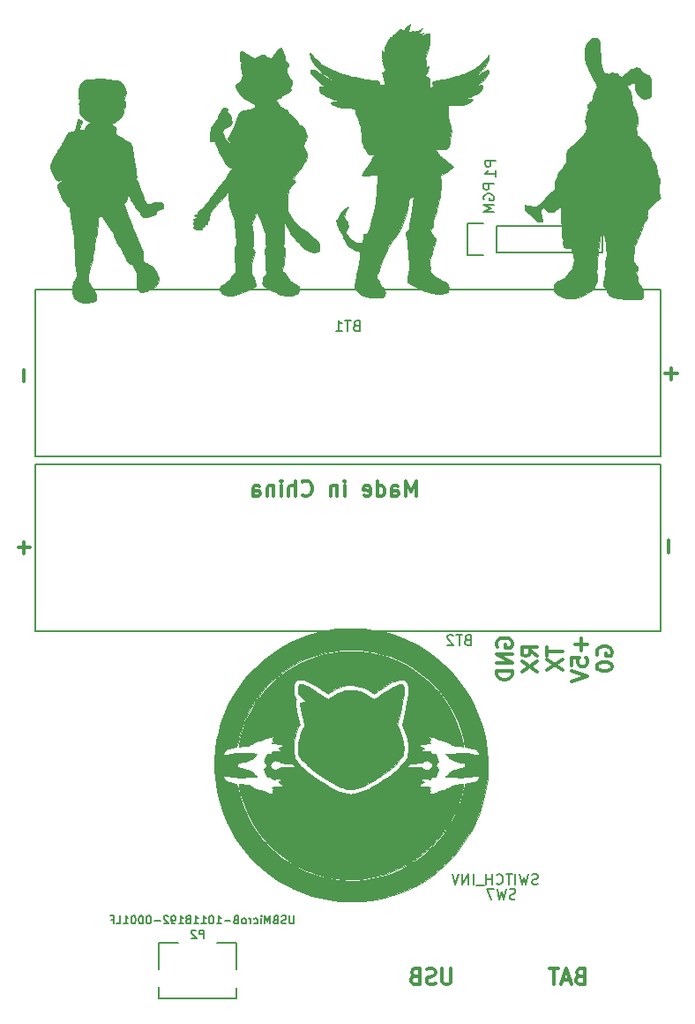
<source format=gbo>
G04 #@! TF.FileFunction,Legend,Bot*
%FSLAX46Y46*%
G04 Gerber Fmt 4.6, Leading zero omitted, Abs format (unit mm)*
G04 Created by KiCad (PCBNEW 4.0.2+dfsg1-stable) date Tue 23 Oct 2018 01:13:40 AM EDT*
%MOMM*%
G01*
G04 APERTURE LIST*
%ADD10C,0.100000*%
%ADD11C,0.300000*%
%ADD12C,0.150000*%
%ADD13C,0.010000*%
%ADD14C,0.165100*%
G04 APERTURE END LIST*
D10*
D11*
X44832143Y-84408572D02*
X44832143Y-85551429D01*
X45403571Y-84980000D02*
X44260714Y-84980000D01*
X44832143Y-67898572D02*
X44832143Y-69041429D01*
X106947143Y-67728572D02*
X106947143Y-68871429D01*
X107518571Y-68300000D02*
X106375714Y-68300000D01*
X106687143Y-84288572D02*
X106687143Y-85431429D01*
X98187142Y-126072857D02*
X97972856Y-126144286D01*
X97901428Y-126215714D01*
X97829999Y-126358571D01*
X97829999Y-126572857D01*
X97901428Y-126715714D01*
X97972856Y-126787143D01*
X98115714Y-126858571D01*
X98687142Y-126858571D01*
X98687142Y-125358571D01*
X98187142Y-125358571D01*
X98044285Y-125430000D01*
X97972856Y-125501429D01*
X97901428Y-125644286D01*
X97901428Y-125787143D01*
X97972856Y-125930000D01*
X98044285Y-126001429D01*
X98187142Y-126072857D01*
X98687142Y-126072857D01*
X97258571Y-126430000D02*
X96544285Y-126430000D01*
X97401428Y-126858571D02*
X96901428Y-125358571D01*
X96401428Y-126858571D01*
X96115714Y-125358571D02*
X95258571Y-125358571D01*
X95687142Y-126858571D02*
X95687142Y-125358571D01*
X85822857Y-125358571D02*
X85822857Y-126572857D01*
X85751429Y-126715714D01*
X85680000Y-126787143D01*
X85537143Y-126858571D01*
X85251429Y-126858571D01*
X85108571Y-126787143D01*
X85037143Y-126715714D01*
X84965714Y-126572857D01*
X84965714Y-125358571D01*
X84322857Y-126787143D02*
X84108571Y-126858571D01*
X83751428Y-126858571D01*
X83608571Y-126787143D01*
X83537142Y-126715714D01*
X83465714Y-126572857D01*
X83465714Y-126430000D01*
X83537142Y-126287143D01*
X83608571Y-126215714D01*
X83751428Y-126144286D01*
X84037142Y-126072857D01*
X84180000Y-126001429D01*
X84251428Y-125930000D01*
X84322857Y-125787143D01*
X84322857Y-125644286D01*
X84251428Y-125501429D01*
X84180000Y-125430000D01*
X84037142Y-125358571D01*
X83680000Y-125358571D01*
X83465714Y-125430000D01*
X82322857Y-126072857D02*
X82108571Y-126144286D01*
X82037143Y-126215714D01*
X81965714Y-126358571D01*
X81965714Y-126572857D01*
X82037143Y-126715714D01*
X82108571Y-126787143D01*
X82251429Y-126858571D01*
X82822857Y-126858571D01*
X82822857Y-125358571D01*
X82322857Y-125358571D01*
X82180000Y-125430000D01*
X82108571Y-125501429D01*
X82037143Y-125644286D01*
X82037143Y-125787143D01*
X82108571Y-125930000D01*
X82180000Y-126001429D01*
X82322857Y-126072857D01*
X82822857Y-126072857D01*
X82451429Y-80058571D02*
X82451429Y-78558571D01*
X81951429Y-79630000D01*
X81451429Y-78558571D01*
X81451429Y-80058571D01*
X80094286Y-80058571D02*
X80094286Y-79272857D01*
X80165715Y-79130000D01*
X80308572Y-79058571D01*
X80594286Y-79058571D01*
X80737143Y-79130000D01*
X80094286Y-79987143D02*
X80237143Y-80058571D01*
X80594286Y-80058571D01*
X80737143Y-79987143D01*
X80808572Y-79844286D01*
X80808572Y-79701429D01*
X80737143Y-79558571D01*
X80594286Y-79487143D01*
X80237143Y-79487143D01*
X80094286Y-79415714D01*
X78737143Y-80058571D02*
X78737143Y-78558571D01*
X78737143Y-79987143D02*
X78880000Y-80058571D01*
X79165714Y-80058571D01*
X79308572Y-79987143D01*
X79380000Y-79915714D01*
X79451429Y-79772857D01*
X79451429Y-79344286D01*
X79380000Y-79201429D01*
X79308572Y-79130000D01*
X79165714Y-79058571D01*
X78880000Y-79058571D01*
X78737143Y-79130000D01*
X77451429Y-79987143D02*
X77594286Y-80058571D01*
X77880000Y-80058571D01*
X78022857Y-79987143D01*
X78094286Y-79844286D01*
X78094286Y-79272857D01*
X78022857Y-79130000D01*
X77880000Y-79058571D01*
X77594286Y-79058571D01*
X77451429Y-79130000D01*
X77380000Y-79272857D01*
X77380000Y-79415714D01*
X78094286Y-79558571D01*
X75594286Y-80058571D02*
X75594286Y-79058571D01*
X75594286Y-78558571D02*
X75665715Y-78630000D01*
X75594286Y-78701429D01*
X75522858Y-78630000D01*
X75594286Y-78558571D01*
X75594286Y-78701429D01*
X74880000Y-79058571D02*
X74880000Y-80058571D01*
X74880000Y-79201429D02*
X74808572Y-79130000D01*
X74665714Y-79058571D01*
X74451429Y-79058571D01*
X74308572Y-79130000D01*
X74237143Y-79272857D01*
X74237143Y-80058571D01*
X71522857Y-79915714D02*
X71594286Y-79987143D01*
X71808572Y-80058571D01*
X71951429Y-80058571D01*
X72165714Y-79987143D01*
X72308572Y-79844286D01*
X72380000Y-79701429D01*
X72451429Y-79415714D01*
X72451429Y-79201429D01*
X72380000Y-78915714D01*
X72308572Y-78772857D01*
X72165714Y-78630000D01*
X71951429Y-78558571D01*
X71808572Y-78558571D01*
X71594286Y-78630000D01*
X71522857Y-78701429D01*
X70880000Y-80058571D02*
X70880000Y-78558571D01*
X70237143Y-80058571D02*
X70237143Y-79272857D01*
X70308572Y-79130000D01*
X70451429Y-79058571D01*
X70665714Y-79058571D01*
X70808572Y-79130000D01*
X70880000Y-79201429D01*
X69522857Y-80058571D02*
X69522857Y-79058571D01*
X69522857Y-78558571D02*
X69594286Y-78630000D01*
X69522857Y-78701429D01*
X69451429Y-78630000D01*
X69522857Y-78558571D01*
X69522857Y-78701429D01*
X68808571Y-79058571D02*
X68808571Y-80058571D01*
X68808571Y-79201429D02*
X68737143Y-79130000D01*
X68594285Y-79058571D01*
X68380000Y-79058571D01*
X68237143Y-79130000D01*
X68165714Y-79272857D01*
X68165714Y-80058571D01*
X66808571Y-80058571D02*
X66808571Y-79272857D01*
X66880000Y-79130000D01*
X67022857Y-79058571D01*
X67308571Y-79058571D01*
X67451428Y-79130000D01*
X66808571Y-79987143D02*
X66951428Y-80058571D01*
X67308571Y-80058571D01*
X67451428Y-79987143D01*
X67522857Y-79844286D01*
X67522857Y-79701429D01*
X67451428Y-79558571D01*
X67308571Y-79487143D01*
X66951428Y-79487143D01*
X66808571Y-79415714D01*
X90280000Y-94487143D02*
X90208571Y-94344286D01*
X90208571Y-94130000D01*
X90280000Y-93915715D01*
X90422857Y-93772857D01*
X90565714Y-93701429D01*
X90851429Y-93630000D01*
X91065714Y-93630000D01*
X91351429Y-93701429D01*
X91494286Y-93772857D01*
X91637143Y-93915715D01*
X91708571Y-94130000D01*
X91708571Y-94272857D01*
X91637143Y-94487143D01*
X91565714Y-94558572D01*
X91065714Y-94558572D01*
X91065714Y-94272857D01*
X91708571Y-95201429D02*
X90208571Y-95201429D01*
X91708571Y-96058572D01*
X90208571Y-96058572D01*
X91708571Y-96772858D02*
X90208571Y-96772858D01*
X90208571Y-97130001D01*
X90280000Y-97344286D01*
X90422857Y-97487144D01*
X90565714Y-97558572D01*
X90851429Y-97630001D01*
X91065714Y-97630001D01*
X91351429Y-97558572D01*
X91494286Y-97487144D01*
X91637143Y-97344286D01*
X91708571Y-97130001D01*
X91708571Y-96772858D01*
X94108571Y-95380001D02*
X93394286Y-94880001D01*
X94108571Y-94522858D02*
X92608571Y-94522858D01*
X92608571Y-95094286D01*
X92680000Y-95237144D01*
X92751429Y-95308572D01*
X92894286Y-95380001D01*
X93108571Y-95380001D01*
X93251429Y-95308572D01*
X93322857Y-95237144D01*
X93394286Y-95094286D01*
X93394286Y-94522858D01*
X92608571Y-95880001D02*
X94108571Y-96880001D01*
X92608571Y-96880001D02*
X94108571Y-95880001D01*
X95008571Y-94487143D02*
X95008571Y-95344286D01*
X96508571Y-94915715D02*
X95008571Y-94915715D01*
X95008571Y-95701429D02*
X96508571Y-96701429D01*
X95008571Y-96701429D02*
X96508571Y-95701429D01*
X98337143Y-93701429D02*
X98337143Y-94844286D01*
X98908571Y-94272857D02*
X97765714Y-94272857D01*
X97408571Y-96272858D02*
X97408571Y-95558572D01*
X98122857Y-95487143D01*
X98051429Y-95558572D01*
X97980000Y-95701429D01*
X97980000Y-96058572D01*
X98051429Y-96201429D01*
X98122857Y-96272858D01*
X98265714Y-96344286D01*
X98622857Y-96344286D01*
X98765714Y-96272858D01*
X98837143Y-96201429D01*
X98908571Y-96058572D01*
X98908571Y-95701429D01*
X98837143Y-95558572D01*
X98765714Y-95487143D01*
X97408571Y-96772857D02*
X98908571Y-97272857D01*
X97408571Y-97772857D01*
X99880000Y-95308572D02*
X99808571Y-95165715D01*
X99808571Y-94951429D01*
X99880000Y-94737144D01*
X100022857Y-94594286D01*
X100165714Y-94522858D01*
X100451429Y-94451429D01*
X100665714Y-94451429D01*
X100951429Y-94522858D01*
X101094286Y-94594286D01*
X101237143Y-94737144D01*
X101308571Y-94951429D01*
X101308571Y-95094286D01*
X101237143Y-95308572D01*
X101165714Y-95380001D01*
X100665714Y-95380001D01*
X100665714Y-95094286D01*
X99808571Y-96308572D02*
X99808571Y-96451429D01*
X99880000Y-96594286D01*
X99951429Y-96665715D01*
X100094286Y-96737144D01*
X100380000Y-96808572D01*
X100737143Y-96808572D01*
X101022857Y-96737144D01*
X101165714Y-96665715D01*
X101237143Y-96594286D01*
X101308571Y-96451429D01*
X101308571Y-96308572D01*
X101237143Y-96165715D01*
X101165714Y-96094286D01*
X101022857Y-96022858D01*
X100737143Y-95951429D01*
X100380000Y-95951429D01*
X100094286Y-96022858D01*
X99951429Y-96094286D01*
X99880000Y-96165715D01*
X99808571Y-96308572D01*
D12*
X59640000Y-122900000D02*
X57740000Y-122900000D01*
X57740000Y-122900000D02*
X57740000Y-125450000D01*
X65240000Y-125450000D02*
X65240000Y-122900000D01*
X65240000Y-122900000D02*
X63340000Y-122900000D01*
X57740000Y-128250000D02*
X57740000Y-127100000D01*
X65240000Y-128250000D02*
X65240000Y-127200000D01*
X63840000Y-128250000D02*
X65240000Y-128250000D01*
X59140000Y-128250000D02*
X57740000Y-128250000D01*
X63840000Y-128250000D02*
X59140000Y-128250000D01*
D13*
G36*
X51728739Y-40012034D02*
X51537001Y-40029535D01*
X51402303Y-40057119D01*
X51360301Y-40075778D01*
X51246120Y-40109635D01*
X51189500Y-40098816D01*
X50993100Y-40062402D01*
X50778449Y-40088550D01*
X50598023Y-40162565D01*
X50500076Y-40230631D01*
X50420395Y-40317261D01*
X50342641Y-40443930D01*
X50265751Y-40599361D01*
X50164945Y-40850242D01*
X50091511Y-41106974D01*
X50046604Y-41355172D01*
X50031377Y-41580453D01*
X50046985Y-41768432D01*
X50094583Y-41904724D01*
X50156058Y-41966659D01*
X50207342Y-41998905D01*
X50216568Y-42036321D01*
X50182671Y-42105455D01*
X50148203Y-42161850D01*
X50099656Y-42248571D01*
X50077562Y-42325385D01*
X50079060Y-42421756D01*
X50101287Y-42567149D01*
X50106168Y-42594644D01*
X50128422Y-42748224D01*
X50137376Y-42874323D01*
X50131585Y-42943146D01*
X50123667Y-43045861D01*
X50148626Y-43192563D01*
X50198101Y-43353296D01*
X50263730Y-43498101D01*
X50303846Y-43560315D01*
X50395262Y-43652568D01*
X50531494Y-43759082D01*
X50671918Y-43850013D01*
X50827448Y-43942820D01*
X50973838Y-44034682D01*
X51071600Y-44100306D01*
X51142492Y-44156727D01*
X51168917Y-44204128D01*
X51143950Y-44255075D01*
X51060666Y-44322136D01*
X50912140Y-44417876D01*
X50888507Y-44432569D01*
X50773572Y-44516863D01*
X50713609Y-44605207D01*
X50687526Y-44709359D01*
X50660537Y-44878136D01*
X50395852Y-44894171D01*
X50256799Y-44901772D01*
X50157138Y-44905663D01*
X50120808Y-44905216D01*
X50128899Y-44865849D01*
X50159159Y-44764261D01*
X50206134Y-44618264D01*
X50237224Y-44525171D01*
X50312723Y-44287602D01*
X50353728Y-44120088D01*
X50360801Y-44015619D01*
X50334504Y-43967183D01*
X50282068Y-43965884D01*
X50202480Y-43957302D01*
X50176424Y-43925519D01*
X50119914Y-43880959D01*
X50057652Y-43877280D01*
X49994477Y-43902369D01*
X49957105Y-43969715D01*
X49934841Y-44081333D01*
X49908388Y-44229757D01*
X49869984Y-44405145D01*
X49825117Y-44586729D01*
X49779275Y-44753743D01*
X49737944Y-44885422D01*
X49706613Y-44961000D01*
X49700148Y-44969487D01*
X49644092Y-44993850D01*
X49529630Y-45029103D01*
X49381012Y-45067811D01*
X49373741Y-45069556D01*
X49190430Y-45117437D01*
X49073069Y-45162957D01*
X49004176Y-45218158D01*
X48966268Y-45295085D01*
X48950184Y-45361334D01*
X48900675Y-45490265D01*
X48823128Y-45603801D01*
X48761887Y-45686778D01*
X48677112Y-45824248D01*
X48581826Y-45994336D01*
X48519760Y-46113333D01*
X48413414Y-46314147D01*
X48278983Y-46554176D01*
X48134580Y-46801681D01*
X48012472Y-47002333D01*
X47832604Y-47295262D01*
X47693947Y-47533595D01*
X47588977Y-47731973D01*
X47510171Y-47905033D01*
X47450006Y-48067417D01*
X47426555Y-48142433D01*
X47376967Y-48358777D01*
X47367151Y-48559294D01*
X47401172Y-48759976D01*
X47483094Y-48976815D01*
X47616981Y-49225803D01*
X47759198Y-49451247D01*
X47888084Y-49630501D01*
X47999190Y-49740090D01*
X48107767Y-49788305D01*
X48229070Y-49783438D01*
X48320394Y-49756307D01*
X48438232Y-49723359D01*
X48484025Y-49734342D01*
X48456939Y-49787390D01*
X48370614Y-49868676D01*
X48216151Y-49997036D01*
X48114929Y-50085722D01*
X48057589Y-50152069D01*
X48034774Y-50213414D01*
X48037129Y-50287093D01*
X48055294Y-50390440D01*
X48063726Y-50437233D01*
X48102840Y-50601512D01*
X48166586Y-50804206D01*
X48246754Y-51024901D01*
X48335137Y-51243184D01*
X48423528Y-51438640D01*
X48503717Y-51590856D01*
X48560203Y-51671986D01*
X48714437Y-51841432D01*
X48863682Y-52008255D01*
X48997959Y-52160966D01*
X49107291Y-52288076D01*
X49181700Y-52378098D01*
X49211209Y-52419542D01*
X49210707Y-52421000D01*
X49205441Y-52457909D01*
X49216345Y-52550959D01*
X49225329Y-52600916D01*
X49243066Y-52709920D01*
X49266723Y-52881386D01*
X49293469Y-53093564D01*
X49320471Y-53324703D01*
X49325897Y-53373500D01*
X49358117Y-53634371D01*
X49397785Y-53908263D01*
X49439900Y-54162884D01*
X49479458Y-54365941D01*
X49479985Y-54368333D01*
X49523342Y-54583096D01*
X49560054Y-54809316D01*
X49591280Y-55059250D01*
X49618176Y-55345157D01*
X49641900Y-55679295D01*
X49663611Y-56073920D01*
X49683892Y-56527333D01*
X49706290Y-57009217D01*
X49731550Y-57440733D01*
X49759123Y-57815640D01*
X49788458Y-58127697D01*
X49819006Y-58370663D01*
X49850217Y-58538296D01*
X49865757Y-58591521D01*
X49888405Y-58761418D01*
X49855089Y-58959401D01*
X49772562Y-59156675D01*
X49711047Y-59251271D01*
X49635462Y-59380063D01*
X49572303Y-59534968D01*
X49560442Y-59575333D01*
X49518027Y-59733876D01*
X49474861Y-59889849D01*
X49465520Y-59922622D01*
X49440517Y-60108256D01*
X49453155Y-60331211D01*
X49497395Y-60568493D01*
X49567202Y-60797108D01*
X49656538Y-60994060D01*
X49759368Y-61136354D01*
X49791590Y-61164676D01*
X49897212Y-61229343D01*
X50049579Y-61304277D01*
X50210291Y-61371119D01*
X50558596Y-61459574D01*
X50928713Y-61477679D01*
X51294575Y-61424915D01*
X51400666Y-61394851D01*
X51543501Y-61340644D01*
X51656741Y-61282151D01*
X51707583Y-61240870D01*
X51736447Y-61159022D01*
X51755548Y-61020538D01*
X51761000Y-60884232D01*
X51757643Y-60732950D01*
X51740103Y-60624284D01*
X51697180Y-60526160D01*
X51617674Y-60406504D01*
X51572595Y-60344717D01*
X51459695Y-60181816D01*
X51351174Y-60009516D01*
X51277208Y-59877667D01*
X51192336Y-59720916D01*
X51099537Y-59564995D01*
X51060500Y-59504857D01*
X51007275Y-59420420D01*
X50976928Y-59344855D01*
X50965586Y-59253209D01*
X50969379Y-59120533D01*
X50979513Y-58983000D01*
X50996820Y-58814101D01*
X51017951Y-58677158D01*
X51039194Y-58594545D01*
X51045959Y-58582616D01*
X51077271Y-58509994D01*
X51083667Y-58454149D01*
X51097374Y-58366747D01*
X51132720Y-58234125D01*
X51166762Y-58129479D01*
X51238945Y-57893448D01*
X51313545Y-57596388D01*
X51386127Y-57261659D01*
X51452258Y-56912622D01*
X51507501Y-56572637D01*
X51547424Y-56265065D01*
X51567335Y-56019333D01*
X51582335Y-55855042D01*
X51609076Y-55699620D01*
X51625265Y-55638333D01*
X51686801Y-55410056D01*
X51746830Y-55118283D01*
X51801925Y-54784164D01*
X51848658Y-54428848D01*
X51883603Y-54073484D01*
X51887894Y-54017720D01*
X51905681Y-53792652D01*
X51923516Y-53595201D01*
X51939731Y-53441969D01*
X51952657Y-53349556D01*
X51956746Y-53332762D01*
X52007303Y-53283985D01*
X52103183Y-53231333D01*
X52207837Y-53192495D01*
X52266190Y-53183000D01*
X52302583Y-53216050D01*
X52358559Y-53297795D01*
X52372002Y-53320583D01*
X52498884Y-53529902D01*
X52661341Y-53780342D01*
X52842426Y-54046616D01*
X53025193Y-54303439D01*
X53085576Y-54385280D01*
X53219822Y-54577121D01*
X53321633Y-54756386D01*
X53408035Y-54956698D01*
X53481766Y-55167669D01*
X53578913Y-55436761D01*
X53676287Y-55644508D01*
X53784788Y-55813557D01*
X53806001Y-55841191D01*
X53972247Y-56059929D01*
X54096936Y-56245073D01*
X54196844Y-56424397D01*
X54288749Y-56625673D01*
X54308470Y-56673009D01*
X54400148Y-56876850D01*
X54511830Y-57096921D01*
X54631095Y-57311180D01*
X54745523Y-57497586D01*
X54842690Y-57634097D01*
X54864543Y-57659750D01*
X54992823Y-57740941D01*
X55091223Y-57755000D01*
X55154884Y-57758486D01*
X55204420Y-57777989D01*
X55250792Y-57827078D01*
X55304961Y-57919320D01*
X55377888Y-58068282D01*
X55424430Y-58167458D01*
X55617173Y-58579917D01*
X55639099Y-59278708D01*
X55647537Y-59519160D01*
X55656764Y-59734537D01*
X55665955Y-59908554D01*
X55674281Y-60024925D01*
X55678886Y-60062166D01*
X55725800Y-60160923D01*
X55816641Y-60276268D01*
X55929264Y-60386668D01*
X56041529Y-60470592D01*
X56131291Y-60506506D01*
X56135979Y-60506666D01*
X56253147Y-60486098D01*
X56422750Y-60430481D01*
X56624997Y-60348941D01*
X56840097Y-60250609D01*
X57048259Y-60144611D01*
X57229691Y-60040077D01*
X57364602Y-59946134D01*
X57380698Y-59932565D01*
X57583227Y-59724250D01*
X57706968Y-59516388D01*
X57753692Y-59298171D01*
X57725167Y-59058792D01*
X57623166Y-58787441D01*
X57581835Y-58704561D01*
X57403158Y-58390262D01*
X57227505Y-58146100D01*
X57042318Y-57958993D01*
X56835036Y-57815857D01*
X56638056Y-57721419D01*
X56473849Y-57652403D01*
X56369748Y-57598912D01*
X56307112Y-57545380D01*
X56267297Y-57476241D01*
X56234454Y-57384429D01*
X56201690Y-57255136D01*
X56197135Y-57163658D01*
X56205354Y-57141945D01*
X56221760Y-57080955D01*
X56231981Y-56959642D01*
X56234161Y-56802237D01*
X56233582Y-56772940D01*
X56224596Y-56592614D01*
X56204945Y-56473446D01*
X56169260Y-56392095D01*
X56136292Y-56349933D01*
X56064629Y-56244044D01*
X56002432Y-56108482D01*
X55993730Y-56082833D01*
X55959360Y-55986389D01*
X55898923Y-55829462D01*
X55819344Y-55629539D01*
X55727551Y-55404109D01*
X55666763Y-55257333D01*
X55558885Y-54994725D01*
X55447786Y-54717595D01*
X55344201Y-54453147D01*
X55258863Y-54228587D01*
X55232474Y-54156666D01*
X55154388Y-53947753D01*
X55054576Y-53691047D01*
X54944873Y-53416484D01*
X54837117Y-53154002D01*
X54817830Y-53107943D01*
X54721637Y-52872554D01*
X54631321Y-52639757D01*
X54555248Y-52431942D01*
X54501787Y-52271498D01*
X54489985Y-52230744D01*
X54416094Y-51957769D01*
X54526765Y-51812671D01*
X54598204Y-51695126D01*
X54674098Y-51533402D01*
X54730744Y-51383337D01*
X54824053Y-51099100D01*
X54947513Y-51347300D01*
X55017237Y-51483719D01*
X55086847Y-51609571D01*
X55169165Y-51746374D01*
X55277011Y-51915648D01*
X55380500Y-52074025D01*
X55445290Y-52188234D01*
X55482688Y-52284421D01*
X55486334Y-52309245D01*
X55515281Y-52374928D01*
X55591016Y-52474629D01*
X55692543Y-52582136D01*
X55822131Y-52724817D01*
X55942088Y-52886419D01*
X56006493Y-52994670D01*
X56120636Y-53164333D01*
X56264359Y-53269116D01*
X56446134Y-53311096D01*
X56674432Y-53292351D01*
X56935362Y-53222429D01*
X57178338Y-53126908D01*
X57365810Y-53021283D01*
X57488641Y-52912062D01*
X57537694Y-52805752D01*
X57538184Y-52793104D01*
X57545982Y-52735774D01*
X57581270Y-52688530D01*
X57659489Y-52639903D01*
X57796082Y-52578420D01*
X57866267Y-52549397D01*
X58195667Y-52414717D01*
X58194726Y-52237942D01*
X58166006Y-52064641D01*
X58089924Y-51930994D01*
X57978614Y-51855396D01*
X57936447Y-51846348D01*
X57859421Y-51835383D01*
X57835834Y-51828206D01*
X57797793Y-51821826D01*
X57700614Y-51813436D01*
X57626146Y-51808528D01*
X57470861Y-51812381D01*
X57323765Y-51851078D01*
X57176409Y-51918015D01*
X56926468Y-52015420D01*
X56740514Y-52040000D01*
X56620759Y-52035745D01*
X56563218Y-52015200D01*
X56545563Y-51966694D01*
X56544667Y-51937629D01*
X56527550Y-51798213D01*
X56480765Y-51716369D01*
X56440199Y-51701333D01*
X56403141Y-51663825D01*
X56353399Y-51564594D01*
X56300645Y-51423579D01*
X56291301Y-51394416D01*
X56202135Y-51122895D01*
X56101558Y-50840026D01*
X55995457Y-50560236D01*
X55889716Y-50297954D01*
X55790222Y-50067609D01*
X55702860Y-49883628D01*
X55633515Y-49760440D01*
X55613634Y-49733194D01*
X55581971Y-49672882D01*
X55586870Y-49591098D01*
X55613148Y-49500562D01*
X55644243Y-49383653D01*
X55637715Y-49302841D01*
X55595794Y-49224427D01*
X55549248Y-49126128D01*
X55554842Y-49024920D01*
X55569371Y-48975770D01*
X55592935Y-48850610D01*
X55567405Y-48725758D01*
X55550692Y-48683084D01*
X55522351Y-48586862D01*
X55486527Y-48422439D01*
X55445779Y-48205681D01*
X55402669Y-47952456D01*
X55359757Y-47678630D01*
X55319604Y-47400072D01*
X55284771Y-47132647D01*
X55257817Y-46892223D01*
X55252131Y-46833000D01*
X55219583Y-46583249D01*
X55165549Y-46394194D01*
X55076569Y-46246241D01*
X54939181Y-46119797D01*
X54739925Y-45995268D01*
X54639667Y-45941490D01*
X54526361Y-45878563D01*
X54364495Y-45783781D01*
X54176950Y-45670726D01*
X54012288Y-45569064D01*
X53824959Y-45449570D01*
X53700461Y-45362751D01*
X53628097Y-45299298D01*
X53597173Y-45249907D01*
X53596500Y-45207267D01*
X53615406Y-45110360D01*
X53637245Y-44975057D01*
X53644018Y-44928000D01*
X53655258Y-44823247D01*
X53644564Y-44750408D01*
X53599115Y-44683774D01*
X53506089Y-44597637D01*
X53459282Y-44557583D01*
X53344360Y-44465156D01*
X53251335Y-44400237D01*
X53203060Y-44377666D01*
X53152399Y-44364373D01*
X53167809Y-44332076D01*
X53236337Y-44292151D01*
X53340349Y-44257135D01*
X53449610Y-44209342D01*
X53599512Y-44117383D01*
X53770099Y-43996222D01*
X53941417Y-43860823D01*
X54093509Y-43726151D01*
X54205408Y-43608411D01*
X54242997Y-43535210D01*
X54293845Y-43399686D01*
X54352011Y-43221980D01*
X54411551Y-43022229D01*
X54466523Y-42820572D01*
X54510985Y-42637148D01*
X54538992Y-42492095D01*
X54542509Y-42466045D01*
X54548028Y-42310579D01*
X54515009Y-42191361D01*
X54482894Y-42133983D01*
X54399542Y-42002338D01*
X54498438Y-41806994D01*
X54579662Y-41557524D01*
X54593460Y-41279880D01*
X54543515Y-40991839D01*
X54433513Y-40711179D01*
X54267138Y-40455677D01*
X54203250Y-40382829D01*
X54020292Y-40246800D01*
X53794000Y-40168163D01*
X53550061Y-40155274D01*
X53515784Y-40159216D01*
X53319743Y-40155771D01*
X53087373Y-40103104D01*
X52924508Y-40065981D01*
X52712651Y-40037264D01*
X52469473Y-40017230D01*
X52212648Y-40006161D01*
X51959845Y-40004336D01*
X51728739Y-40012034D01*
X51728739Y-40012034D01*
G37*
X51728739Y-40012034D02*
X51537001Y-40029535D01*
X51402303Y-40057119D01*
X51360301Y-40075778D01*
X51246120Y-40109635D01*
X51189500Y-40098816D01*
X50993100Y-40062402D01*
X50778449Y-40088550D01*
X50598023Y-40162565D01*
X50500076Y-40230631D01*
X50420395Y-40317261D01*
X50342641Y-40443930D01*
X50265751Y-40599361D01*
X50164945Y-40850242D01*
X50091511Y-41106974D01*
X50046604Y-41355172D01*
X50031377Y-41580453D01*
X50046985Y-41768432D01*
X50094583Y-41904724D01*
X50156058Y-41966659D01*
X50207342Y-41998905D01*
X50216568Y-42036321D01*
X50182671Y-42105455D01*
X50148203Y-42161850D01*
X50099656Y-42248571D01*
X50077562Y-42325385D01*
X50079060Y-42421756D01*
X50101287Y-42567149D01*
X50106168Y-42594644D01*
X50128422Y-42748224D01*
X50137376Y-42874323D01*
X50131585Y-42943146D01*
X50123667Y-43045861D01*
X50148626Y-43192563D01*
X50198101Y-43353296D01*
X50263730Y-43498101D01*
X50303846Y-43560315D01*
X50395262Y-43652568D01*
X50531494Y-43759082D01*
X50671918Y-43850013D01*
X50827448Y-43942820D01*
X50973838Y-44034682D01*
X51071600Y-44100306D01*
X51142492Y-44156727D01*
X51168917Y-44204128D01*
X51143950Y-44255075D01*
X51060666Y-44322136D01*
X50912140Y-44417876D01*
X50888507Y-44432569D01*
X50773572Y-44516863D01*
X50713609Y-44605207D01*
X50687526Y-44709359D01*
X50660537Y-44878136D01*
X50395852Y-44894171D01*
X50256799Y-44901772D01*
X50157138Y-44905663D01*
X50120808Y-44905216D01*
X50128899Y-44865849D01*
X50159159Y-44764261D01*
X50206134Y-44618264D01*
X50237224Y-44525171D01*
X50312723Y-44287602D01*
X50353728Y-44120088D01*
X50360801Y-44015619D01*
X50334504Y-43967183D01*
X50282068Y-43965884D01*
X50202480Y-43957302D01*
X50176424Y-43925519D01*
X50119914Y-43880959D01*
X50057652Y-43877280D01*
X49994477Y-43902369D01*
X49957105Y-43969715D01*
X49934841Y-44081333D01*
X49908388Y-44229757D01*
X49869984Y-44405145D01*
X49825117Y-44586729D01*
X49779275Y-44753743D01*
X49737944Y-44885422D01*
X49706613Y-44961000D01*
X49700148Y-44969487D01*
X49644092Y-44993850D01*
X49529630Y-45029103D01*
X49381012Y-45067811D01*
X49373741Y-45069556D01*
X49190430Y-45117437D01*
X49073069Y-45162957D01*
X49004176Y-45218158D01*
X48966268Y-45295085D01*
X48950184Y-45361334D01*
X48900675Y-45490265D01*
X48823128Y-45603801D01*
X48761887Y-45686778D01*
X48677112Y-45824248D01*
X48581826Y-45994336D01*
X48519760Y-46113333D01*
X48413414Y-46314147D01*
X48278983Y-46554176D01*
X48134580Y-46801681D01*
X48012472Y-47002333D01*
X47832604Y-47295262D01*
X47693947Y-47533595D01*
X47588977Y-47731973D01*
X47510171Y-47905033D01*
X47450006Y-48067417D01*
X47426555Y-48142433D01*
X47376967Y-48358777D01*
X47367151Y-48559294D01*
X47401172Y-48759976D01*
X47483094Y-48976815D01*
X47616981Y-49225803D01*
X47759198Y-49451247D01*
X47888084Y-49630501D01*
X47999190Y-49740090D01*
X48107767Y-49788305D01*
X48229070Y-49783438D01*
X48320394Y-49756307D01*
X48438232Y-49723359D01*
X48484025Y-49734342D01*
X48456939Y-49787390D01*
X48370614Y-49868676D01*
X48216151Y-49997036D01*
X48114929Y-50085722D01*
X48057589Y-50152069D01*
X48034774Y-50213414D01*
X48037129Y-50287093D01*
X48055294Y-50390440D01*
X48063726Y-50437233D01*
X48102840Y-50601512D01*
X48166586Y-50804206D01*
X48246754Y-51024901D01*
X48335137Y-51243184D01*
X48423528Y-51438640D01*
X48503717Y-51590856D01*
X48560203Y-51671986D01*
X48714437Y-51841432D01*
X48863682Y-52008255D01*
X48997959Y-52160966D01*
X49107291Y-52288076D01*
X49181700Y-52378098D01*
X49211209Y-52419542D01*
X49210707Y-52421000D01*
X49205441Y-52457909D01*
X49216345Y-52550959D01*
X49225329Y-52600916D01*
X49243066Y-52709920D01*
X49266723Y-52881386D01*
X49293469Y-53093564D01*
X49320471Y-53324703D01*
X49325897Y-53373500D01*
X49358117Y-53634371D01*
X49397785Y-53908263D01*
X49439900Y-54162884D01*
X49479458Y-54365941D01*
X49479985Y-54368333D01*
X49523342Y-54583096D01*
X49560054Y-54809316D01*
X49591280Y-55059250D01*
X49618176Y-55345157D01*
X49641900Y-55679295D01*
X49663611Y-56073920D01*
X49683892Y-56527333D01*
X49706290Y-57009217D01*
X49731550Y-57440733D01*
X49759123Y-57815640D01*
X49788458Y-58127697D01*
X49819006Y-58370663D01*
X49850217Y-58538296D01*
X49865757Y-58591521D01*
X49888405Y-58761418D01*
X49855089Y-58959401D01*
X49772562Y-59156675D01*
X49711047Y-59251271D01*
X49635462Y-59380063D01*
X49572303Y-59534968D01*
X49560442Y-59575333D01*
X49518027Y-59733876D01*
X49474861Y-59889849D01*
X49465520Y-59922622D01*
X49440517Y-60108256D01*
X49453155Y-60331211D01*
X49497395Y-60568493D01*
X49567202Y-60797108D01*
X49656538Y-60994060D01*
X49759368Y-61136354D01*
X49791590Y-61164676D01*
X49897212Y-61229343D01*
X50049579Y-61304277D01*
X50210291Y-61371119D01*
X50558596Y-61459574D01*
X50928713Y-61477679D01*
X51294575Y-61424915D01*
X51400666Y-61394851D01*
X51543501Y-61340644D01*
X51656741Y-61282151D01*
X51707583Y-61240870D01*
X51736447Y-61159022D01*
X51755548Y-61020538D01*
X51761000Y-60884232D01*
X51757643Y-60732950D01*
X51740103Y-60624284D01*
X51697180Y-60526160D01*
X51617674Y-60406504D01*
X51572595Y-60344717D01*
X51459695Y-60181816D01*
X51351174Y-60009516D01*
X51277208Y-59877667D01*
X51192336Y-59720916D01*
X51099537Y-59564995D01*
X51060500Y-59504857D01*
X51007275Y-59420420D01*
X50976928Y-59344855D01*
X50965586Y-59253209D01*
X50969379Y-59120533D01*
X50979513Y-58983000D01*
X50996820Y-58814101D01*
X51017951Y-58677158D01*
X51039194Y-58594545D01*
X51045959Y-58582616D01*
X51077271Y-58509994D01*
X51083667Y-58454149D01*
X51097374Y-58366747D01*
X51132720Y-58234125D01*
X51166762Y-58129479D01*
X51238945Y-57893448D01*
X51313545Y-57596388D01*
X51386127Y-57261659D01*
X51452258Y-56912622D01*
X51507501Y-56572637D01*
X51547424Y-56265065D01*
X51567335Y-56019333D01*
X51582335Y-55855042D01*
X51609076Y-55699620D01*
X51625265Y-55638333D01*
X51686801Y-55410056D01*
X51746830Y-55118283D01*
X51801925Y-54784164D01*
X51848658Y-54428848D01*
X51883603Y-54073484D01*
X51887894Y-54017720D01*
X51905681Y-53792652D01*
X51923516Y-53595201D01*
X51939731Y-53441969D01*
X51952657Y-53349556D01*
X51956746Y-53332762D01*
X52007303Y-53283985D01*
X52103183Y-53231333D01*
X52207837Y-53192495D01*
X52266190Y-53183000D01*
X52302583Y-53216050D01*
X52358559Y-53297795D01*
X52372002Y-53320583D01*
X52498884Y-53529902D01*
X52661341Y-53780342D01*
X52842426Y-54046616D01*
X53025193Y-54303439D01*
X53085576Y-54385280D01*
X53219822Y-54577121D01*
X53321633Y-54756386D01*
X53408035Y-54956698D01*
X53481766Y-55167669D01*
X53578913Y-55436761D01*
X53676287Y-55644508D01*
X53784788Y-55813557D01*
X53806001Y-55841191D01*
X53972247Y-56059929D01*
X54096936Y-56245073D01*
X54196844Y-56424397D01*
X54288749Y-56625673D01*
X54308470Y-56673009D01*
X54400148Y-56876850D01*
X54511830Y-57096921D01*
X54631095Y-57311180D01*
X54745523Y-57497586D01*
X54842690Y-57634097D01*
X54864543Y-57659750D01*
X54992823Y-57740941D01*
X55091223Y-57755000D01*
X55154884Y-57758486D01*
X55204420Y-57777989D01*
X55250792Y-57827078D01*
X55304961Y-57919320D01*
X55377888Y-58068282D01*
X55424430Y-58167458D01*
X55617173Y-58579917D01*
X55639099Y-59278708D01*
X55647537Y-59519160D01*
X55656764Y-59734537D01*
X55665955Y-59908554D01*
X55674281Y-60024925D01*
X55678886Y-60062166D01*
X55725800Y-60160923D01*
X55816641Y-60276268D01*
X55929264Y-60386668D01*
X56041529Y-60470592D01*
X56131291Y-60506506D01*
X56135979Y-60506666D01*
X56253147Y-60486098D01*
X56422750Y-60430481D01*
X56624997Y-60348941D01*
X56840097Y-60250609D01*
X57048259Y-60144611D01*
X57229691Y-60040077D01*
X57364602Y-59946134D01*
X57380698Y-59932565D01*
X57583227Y-59724250D01*
X57706968Y-59516388D01*
X57753692Y-59298171D01*
X57725167Y-59058792D01*
X57623166Y-58787441D01*
X57581835Y-58704561D01*
X57403158Y-58390262D01*
X57227505Y-58146100D01*
X57042318Y-57958993D01*
X56835036Y-57815857D01*
X56638056Y-57721419D01*
X56473849Y-57652403D01*
X56369748Y-57598912D01*
X56307112Y-57545380D01*
X56267297Y-57476241D01*
X56234454Y-57384429D01*
X56201690Y-57255136D01*
X56197135Y-57163658D01*
X56205354Y-57141945D01*
X56221760Y-57080955D01*
X56231981Y-56959642D01*
X56234161Y-56802237D01*
X56233582Y-56772940D01*
X56224596Y-56592614D01*
X56204945Y-56473446D01*
X56169260Y-56392095D01*
X56136292Y-56349933D01*
X56064629Y-56244044D01*
X56002432Y-56108482D01*
X55993730Y-56082833D01*
X55959360Y-55986389D01*
X55898923Y-55829462D01*
X55819344Y-55629539D01*
X55727551Y-55404109D01*
X55666763Y-55257333D01*
X55558885Y-54994725D01*
X55447786Y-54717595D01*
X55344201Y-54453147D01*
X55258863Y-54228587D01*
X55232474Y-54156666D01*
X55154388Y-53947753D01*
X55054576Y-53691047D01*
X54944873Y-53416484D01*
X54837117Y-53154002D01*
X54817830Y-53107943D01*
X54721637Y-52872554D01*
X54631321Y-52639757D01*
X54555248Y-52431942D01*
X54501787Y-52271498D01*
X54489985Y-52230744D01*
X54416094Y-51957769D01*
X54526765Y-51812671D01*
X54598204Y-51695126D01*
X54674098Y-51533402D01*
X54730744Y-51383337D01*
X54824053Y-51099100D01*
X54947513Y-51347300D01*
X55017237Y-51483719D01*
X55086847Y-51609571D01*
X55169165Y-51746374D01*
X55277011Y-51915648D01*
X55380500Y-52074025D01*
X55445290Y-52188234D01*
X55482688Y-52284421D01*
X55486334Y-52309245D01*
X55515281Y-52374928D01*
X55591016Y-52474629D01*
X55692543Y-52582136D01*
X55822131Y-52724817D01*
X55942088Y-52886419D01*
X56006493Y-52994670D01*
X56120636Y-53164333D01*
X56264359Y-53269116D01*
X56446134Y-53311096D01*
X56674432Y-53292351D01*
X56935362Y-53222429D01*
X57178338Y-53126908D01*
X57365810Y-53021283D01*
X57488641Y-52912062D01*
X57537694Y-52805752D01*
X57538184Y-52793104D01*
X57545982Y-52735774D01*
X57581270Y-52688530D01*
X57659489Y-52639903D01*
X57796082Y-52578420D01*
X57866267Y-52549397D01*
X58195667Y-52414717D01*
X58194726Y-52237942D01*
X58166006Y-52064641D01*
X58089924Y-51930994D01*
X57978614Y-51855396D01*
X57936447Y-51846348D01*
X57859421Y-51835383D01*
X57835834Y-51828206D01*
X57797793Y-51821826D01*
X57700614Y-51813436D01*
X57626146Y-51808528D01*
X57470861Y-51812381D01*
X57323765Y-51851078D01*
X57176409Y-51918015D01*
X56926468Y-52015420D01*
X56740514Y-52040000D01*
X56620759Y-52035745D01*
X56563218Y-52015200D01*
X56545563Y-51966694D01*
X56544667Y-51937629D01*
X56527550Y-51798213D01*
X56480765Y-51716369D01*
X56440199Y-51701333D01*
X56403141Y-51663825D01*
X56353399Y-51564594D01*
X56300645Y-51423579D01*
X56291301Y-51394416D01*
X56202135Y-51122895D01*
X56101558Y-50840026D01*
X55995457Y-50560236D01*
X55889716Y-50297954D01*
X55790222Y-50067609D01*
X55702860Y-49883628D01*
X55633515Y-49760440D01*
X55613634Y-49733194D01*
X55581971Y-49672882D01*
X55586870Y-49591098D01*
X55613148Y-49500562D01*
X55644243Y-49383653D01*
X55637715Y-49302841D01*
X55595794Y-49224427D01*
X55549248Y-49126128D01*
X55554842Y-49024920D01*
X55569371Y-48975770D01*
X55592935Y-48850610D01*
X55567405Y-48725758D01*
X55550692Y-48683084D01*
X55522351Y-48586862D01*
X55486527Y-48422439D01*
X55445779Y-48205681D01*
X55402669Y-47952456D01*
X55359757Y-47678630D01*
X55319604Y-47400072D01*
X55284771Y-47132647D01*
X55257817Y-46892223D01*
X55252131Y-46833000D01*
X55219583Y-46583249D01*
X55165549Y-46394194D01*
X55076569Y-46246241D01*
X54939181Y-46119797D01*
X54739925Y-45995268D01*
X54639667Y-45941490D01*
X54526361Y-45878563D01*
X54364495Y-45783781D01*
X54176950Y-45670726D01*
X54012288Y-45569064D01*
X53824959Y-45449570D01*
X53700461Y-45362751D01*
X53628097Y-45299298D01*
X53597173Y-45249907D01*
X53596500Y-45207267D01*
X53615406Y-45110360D01*
X53637245Y-44975057D01*
X53644018Y-44928000D01*
X53655258Y-44823247D01*
X53644564Y-44750408D01*
X53599115Y-44683774D01*
X53506089Y-44597637D01*
X53459282Y-44557583D01*
X53344360Y-44465156D01*
X53251335Y-44400237D01*
X53203060Y-44377666D01*
X53152399Y-44364373D01*
X53167809Y-44332076D01*
X53236337Y-44292151D01*
X53340349Y-44257135D01*
X53449610Y-44209342D01*
X53599512Y-44117383D01*
X53770099Y-43996222D01*
X53941417Y-43860823D01*
X54093509Y-43726151D01*
X54205408Y-43608411D01*
X54242997Y-43535210D01*
X54293845Y-43399686D01*
X54352011Y-43221980D01*
X54411551Y-43022229D01*
X54466523Y-42820572D01*
X54510985Y-42637148D01*
X54538992Y-42492095D01*
X54542509Y-42466045D01*
X54548028Y-42310579D01*
X54515009Y-42191361D01*
X54482894Y-42133983D01*
X54399542Y-42002338D01*
X54498438Y-41806994D01*
X54579662Y-41557524D01*
X54593460Y-41279880D01*
X54543515Y-40991839D01*
X54433513Y-40711179D01*
X54267138Y-40455677D01*
X54203250Y-40382829D01*
X54020292Y-40246800D01*
X53794000Y-40168163D01*
X53550061Y-40155274D01*
X53515784Y-40159216D01*
X53319743Y-40155771D01*
X53087373Y-40103104D01*
X52924508Y-40065981D01*
X52712651Y-40037264D01*
X52469473Y-40017230D01*
X52212648Y-40006161D01*
X51959845Y-40004336D01*
X51728739Y-40012034D01*
G36*
X99342322Y-36114782D02*
X99143344Y-36219896D01*
X98978259Y-36398327D01*
X98844340Y-36652726D01*
X98771709Y-36863500D01*
X98683350Y-37255008D01*
X98653899Y-37638826D01*
X98683346Y-38037844D01*
X98770972Y-38472166D01*
X98823433Y-38662234D01*
X98884216Y-38843476D01*
X98959667Y-39029383D01*
X99056134Y-39233443D01*
X99179963Y-39469147D01*
X99337501Y-39749985D01*
X99519072Y-40062211D01*
X99597232Y-40198807D01*
X99654992Y-40306696D01*
X99681661Y-40365748D01*
X99682334Y-40369589D01*
X99698970Y-40422391D01*
X99741226Y-40522959D01*
X99769161Y-40583971D01*
X99855987Y-40768687D01*
X99732465Y-40953927D01*
X99647938Y-41097165D01*
X99577841Y-41243898D01*
X99557883Y-41297327D01*
X99518385Y-41402829D01*
X99484064Y-41467325D01*
X99477734Y-41473465D01*
X99460747Y-41521908D01*
X99445253Y-41630438D01*
X99435546Y-41759805D01*
X99414995Y-41942618D01*
X99364020Y-42078969D01*
X99267270Y-42193418D01*
X99109395Y-42310522D01*
X99079084Y-42330096D01*
X98981899Y-42399772D01*
X98935388Y-42468111D01*
X98921133Y-42570379D01*
X98920334Y-42634064D01*
X98929811Y-42763998D01*
X98953808Y-42860591D01*
X98968412Y-42884811D01*
X98990671Y-42940778D01*
X98950886Y-42998495D01*
X98898305Y-43090004D01*
X98847145Y-43249883D01*
X98801563Y-43461880D01*
X98765717Y-43709745D01*
X98763238Y-43732083D01*
X98743548Y-43856161D01*
X98718764Y-43936834D01*
X98702745Y-43954333D01*
X98673152Y-43987634D01*
X98668369Y-44058984D01*
X98688162Y-44125558D01*
X98703775Y-44141809D01*
X98730482Y-44192607D01*
X98763117Y-44302227D01*
X98791589Y-44431918D01*
X98817091Y-44592507D01*
X98818615Y-44708144D01*
X98794255Y-44815618D01*
X98767978Y-44887526D01*
X98705717Y-45025625D01*
X98638076Y-45146307D01*
X98616663Y-45177125D01*
X98560113Y-45274828D01*
X98539334Y-45352752D01*
X98507595Y-45412172D01*
X98416597Y-45518974D01*
X98272670Y-45666995D01*
X98082145Y-45850078D01*
X97851352Y-46062062D01*
X97586620Y-46296787D01*
X97429084Y-46433143D01*
X97232465Y-46607137D01*
X97092594Y-46751088D01*
X96998976Y-46886404D01*
X96941122Y-47034495D01*
X96908538Y-47216771D01*
X96890734Y-47454642D01*
X96886712Y-47539904D01*
X96863923Y-48056308D01*
X96658971Y-48356266D01*
X96555570Y-48500859D01*
X96460593Y-48621932D01*
X96390410Y-48698967D01*
X96376235Y-48710706D01*
X96237226Y-48842095D01*
X96116716Y-49015533D01*
X96037838Y-49195250D01*
X96023969Y-49255347D01*
X95990372Y-49394523D01*
X95943141Y-49513465D01*
X95930778Y-49534710D01*
X95841440Y-49723923D01*
X95778040Y-49966650D01*
X95747507Y-50233900D01*
X95745792Y-50308775D01*
X95745334Y-50588385D01*
X95521087Y-50795609D01*
X95363608Y-50938091D01*
X95185120Y-51095144D01*
X95057122Y-51204887D01*
X94937970Y-51314778D01*
X94860785Y-51405325D01*
X94838377Y-51461393D01*
X94838834Y-51462789D01*
X94818945Y-51515318D01*
X94746884Y-51607602D01*
X94636617Y-51726539D01*
X94502111Y-51859026D01*
X94357331Y-51991959D01*
X94216245Y-52112234D01*
X94092819Y-52206750D01*
X94001020Y-52262402D01*
X93977894Y-52270513D01*
X93873600Y-52275235D01*
X93723069Y-52261009D01*
X93584549Y-52236171D01*
X93397251Y-52198322D01*
X93202852Y-52164783D01*
X93088917Y-52148615D01*
X92866667Y-52121750D01*
X92866667Y-52353044D01*
X92869013Y-52467232D01*
X92884257Y-52549801D01*
X92924712Y-52623009D01*
X93002688Y-52709110D01*
X93130498Y-52830363D01*
X93130914Y-52830752D01*
X93279675Y-52970396D01*
X93460725Y-53141707D01*
X93645437Y-53317551D01*
X93737054Y-53405250D01*
X94078947Y-53733333D01*
X94340641Y-53733333D01*
X94501909Y-53726391D01*
X94585878Y-53704718D01*
X94602037Y-53680416D01*
X94592501Y-53617001D01*
X94567356Y-53494160D01*
X94531363Y-53334648D01*
X94517371Y-53275568D01*
X94477106Y-53083122D01*
X94447289Y-52893957D01*
X94433391Y-52743888D01*
X94433000Y-52722956D01*
X94442670Y-52585301D01*
X94484031Y-52486851D01*
X94575614Y-52384053D01*
X94578293Y-52381452D01*
X94723586Y-52240629D01*
X94791051Y-52402095D01*
X94873663Y-52545315D01*
X94987283Y-52675148D01*
X95109492Y-52770028D01*
X95213208Y-52808153D01*
X95377084Y-52808611D01*
X95536990Y-52791305D01*
X95656476Y-52760603D01*
X95672537Y-52753122D01*
X95740109Y-52704584D01*
X95845318Y-52615626D01*
X95965587Y-52505352D01*
X95967542Y-52503488D01*
X96078107Y-52400986D01*
X96164078Y-52326770D01*
X96208284Y-52295596D01*
X96209673Y-52295408D01*
X96255172Y-52320716D01*
X96323286Y-52372932D01*
X96376411Y-52427359D01*
X96395425Y-52490458D01*
X96385633Y-52592255D01*
X96373521Y-52657273D01*
X96339603Y-52946534D01*
X96336808Y-53295776D01*
X96364489Y-53686500D01*
X96422001Y-54100206D01*
X96424451Y-54114333D01*
X96471777Y-54421155D01*
X96495014Y-54669617D01*
X96495953Y-54881976D01*
X96491577Y-54949100D01*
X96481523Y-55122148D01*
X96488676Y-55240588D01*
X96516900Y-55333421D01*
X96551549Y-55399182D01*
X96602766Y-55493735D01*
X96609472Y-55541865D01*
X96573944Y-55567713D01*
X96567672Y-55570188D01*
X96520068Y-55621409D01*
X96528528Y-55670440D01*
X96551738Y-55755177D01*
X96576121Y-55885177D01*
X96585837Y-55951649D01*
X96607551Y-56078119D01*
X96643712Y-56149048D01*
X96715605Y-56193286D01*
X96782500Y-56218236D01*
X96921706Y-56253480D01*
X97051317Y-56246730D01*
X97134067Y-56226853D01*
X97259107Y-56202388D01*
X97339291Y-56206905D01*
X97350827Y-56214266D01*
X97371689Y-56267060D01*
X97406129Y-56387197D01*
X97450100Y-56559209D01*
X97499551Y-56767629D01*
X97523926Y-56875527D01*
X97662499Y-57498888D01*
X97571750Y-57717256D01*
X97520004Y-57863352D01*
X97487144Y-57997607D01*
X97481000Y-58055711D01*
X97448881Y-58172855D01*
X97351687Y-58271404D01*
X97260430Y-58359692D01*
X97143997Y-58501860D01*
X97017386Y-58677256D01*
X96895596Y-58865232D01*
X96803667Y-59025893D01*
X96752567Y-59094935D01*
X96669003Y-59153796D01*
X96534389Y-59213324D01*
X96401500Y-59260636D01*
X96149535Y-59350020D01*
X95967134Y-59428016D01*
X95841902Y-59504454D01*
X95761438Y-59589165D01*
X95713343Y-59691980D01*
X95685220Y-59822729D01*
X95684239Y-59829333D01*
X95659548Y-60081134D01*
X95674219Y-60280823D01*
X95736934Y-60443466D01*
X95856378Y-60584130D01*
X96041234Y-60717882D01*
X96268974Y-60843912D01*
X96446801Y-60932457D01*
X96582420Y-60989021D01*
X96707451Y-61021884D01*
X96853516Y-61039325D01*
X97052238Y-61049625D01*
X97055070Y-61049739D01*
X97567533Y-61037476D01*
X98036840Y-60955851D01*
X98471836Y-60802318D01*
X98881368Y-60574328D01*
X99003989Y-60488536D01*
X99160436Y-60376391D01*
X99293669Y-60285875D01*
X99388048Y-60227303D01*
X99425869Y-60210333D01*
X99485589Y-60172825D01*
X99548812Y-60076087D01*
X99601873Y-59943795D01*
X99619784Y-59874317D01*
X99663697Y-59754769D01*
X99728189Y-59665252D01*
X99731272Y-59662651D01*
X99792113Y-59571505D01*
X99839617Y-59425050D01*
X99869239Y-59252184D01*
X99876435Y-59081808D01*
X99856661Y-58942819D01*
X99848174Y-58919166D01*
X99809848Y-58773144D01*
X99790120Y-58583238D01*
X99789491Y-58383007D01*
X99808460Y-58206010D01*
X99836098Y-58108122D01*
X99869439Y-57999450D01*
X99868254Y-57881305D01*
X99846162Y-57765877D01*
X99832677Y-57691923D01*
X99826076Y-57606707D01*
X99827255Y-57499082D01*
X99837110Y-57357900D01*
X99856537Y-57172013D01*
X99886431Y-56930272D01*
X99927690Y-56621530D01*
X99952785Y-56439088D01*
X99995204Y-56133447D01*
X100034924Y-55848891D01*
X100070144Y-55598196D01*
X100099062Y-55394134D01*
X100119877Y-55249481D01*
X100130294Y-55180036D01*
X100167652Y-55069727D01*
X100252430Y-54999669D01*
X100297329Y-54978953D01*
X100401320Y-54939182D01*
X100470776Y-54919215D01*
X100476838Y-54918666D01*
X100507313Y-54958579D01*
X100542112Y-55069114D01*
X100579226Y-55236460D01*
X100616646Y-55446809D01*
X100652366Y-55686353D01*
X100684375Y-55941282D01*
X100710665Y-56197788D01*
X100729229Y-56442062D01*
X100738058Y-56660295D01*
X100738510Y-56717833D01*
X100730594Y-56981875D01*
X100705563Y-57188018D01*
X100660196Y-57361880D01*
X100656000Y-57374000D01*
X100599333Y-57553027D01*
X100577578Y-57688946D01*
X100589646Y-57815278D01*
X100634444Y-57965542D01*
X100636544Y-57971514D01*
X100674434Y-58103647D01*
X100673687Y-58194380D01*
X100651589Y-58250075D01*
X100622921Y-58363455D01*
X100621383Y-58530229D01*
X100625076Y-58572973D01*
X100630398Y-58738048D01*
X100605513Y-58900689D01*
X100546715Y-59093484D01*
X100485250Y-59310504D01*
X100451246Y-59521091D01*
X100444214Y-59710218D01*
X100463661Y-59862860D01*
X100509099Y-59963990D01*
X100576271Y-59998666D01*
X100642202Y-60024292D01*
X100656000Y-60056983D01*
X100685842Y-60131891D01*
X100716779Y-60165741D01*
X100767746Y-60241447D01*
X100804093Y-60350841D01*
X100856236Y-60538294D01*
X100937706Y-60685013D01*
X101060953Y-60801324D01*
X101238424Y-60897551D01*
X101482571Y-60984020D01*
X101612148Y-61021044D01*
X101731266Y-61050767D01*
X101852589Y-61073990D01*
X101989753Y-61091802D01*
X102156390Y-61105296D01*
X102366136Y-61115562D01*
X102632625Y-61123691D01*
X102969491Y-61130773D01*
X102987689Y-61131106D01*
X104028210Y-61150040D01*
X104149597Y-61045628D01*
X104202380Y-60996921D01*
X104237821Y-60947206D01*
X104258199Y-60880550D01*
X104265795Y-60781020D01*
X104262889Y-60632685D01*
X104251760Y-60419609D01*
X104248120Y-60357094D01*
X104236870Y-60225959D01*
X104213097Y-60127991D01*
X104164282Y-60036924D01*
X104077907Y-59926491D01*
X104000334Y-59837152D01*
X103886275Y-59704927D01*
X103817294Y-59610009D01*
X103782059Y-59526568D01*
X103769239Y-59428774D01*
X103767500Y-59306406D01*
X103759806Y-59135473D01*
X103729869Y-59009446D01*
X103667412Y-58889416D01*
X103650419Y-58863168D01*
X103533338Y-58686140D01*
X103639836Y-58475977D01*
X103713742Y-58309048D01*
X103741010Y-58172554D01*
X103717136Y-58046234D01*
X103637613Y-57909823D01*
X103497938Y-57743061D01*
X103470129Y-57712666D01*
X103392244Y-57616419D01*
X103346132Y-57518451D01*
X103319867Y-57386765D01*
X103308813Y-57279859D01*
X103301336Y-57073726D01*
X103322776Y-56917801D01*
X103350332Y-56836609D01*
X103397793Y-56632260D01*
X103395426Y-56443916D01*
X103405897Y-56196556D01*
X103477357Y-55894138D01*
X103610110Y-55535584D01*
X103724259Y-55282673D01*
X103787617Y-55145969D01*
X103866998Y-54968640D01*
X103956065Y-54765561D01*
X104048479Y-54551607D01*
X104137902Y-54341651D01*
X104217997Y-54150568D01*
X104282426Y-53993231D01*
X104324849Y-53884515D01*
X104339000Y-53839997D01*
X104362626Y-53788946D01*
X104422580Y-53695417D01*
X104502477Y-53583189D01*
X104585933Y-53476039D01*
X104607171Y-53450810D01*
X104657117Y-53375945D01*
X104661310Y-53297137D01*
X104637083Y-53209466D01*
X104609223Y-53080503D01*
X104629472Y-52983109D01*
X104636335Y-52969463D01*
X104664362Y-52857242D01*
X104658401Y-52773334D01*
X104656958Y-52686114D01*
X104704605Y-52587938D01*
X104771218Y-52501190D01*
X104888630Y-52367792D01*
X105028607Y-52219546D01*
X105177859Y-52069221D01*
X105323092Y-51929589D01*
X105451016Y-51813420D01*
X105548340Y-51733485D01*
X105601770Y-51702555D01*
X105602465Y-51702520D01*
X105673413Y-51678593D01*
X105770978Y-51621742D01*
X105782382Y-51613784D01*
X105868145Y-51530860D01*
X105899233Y-51431149D01*
X105877998Y-51294964D01*
X105835142Y-51172166D01*
X105798425Y-51035366D01*
X105772989Y-50854878D01*
X105759184Y-50652758D01*
X105757359Y-50451064D01*
X105767863Y-50271852D01*
X105791045Y-50137181D01*
X105817818Y-50077638D01*
X105877409Y-49947065D01*
X105882296Y-49781230D01*
X105835003Y-49607269D01*
X105762422Y-49481959D01*
X105704709Y-49394425D01*
X105659678Y-49292036D01*
X105621298Y-49155265D01*
X105583536Y-48964587D01*
X105560753Y-48829088D01*
X105518677Y-48592364D01*
X105473335Y-48402938D01*
X105414220Y-48228314D01*
X105330828Y-48035992D01*
X105250769Y-47870166D01*
X105129558Y-47610703D01*
X105047162Y-47396956D01*
X104994943Y-47204523D01*
X104974653Y-47090162D01*
X104953425Y-46947003D01*
X104931739Y-46829953D01*
X104902459Y-46728997D01*
X104858449Y-46634120D01*
X104792570Y-46535303D01*
X104697689Y-46422533D01*
X104566667Y-46285793D01*
X104392368Y-46115066D01*
X104167657Y-45900337D01*
X104041162Y-45779998D01*
X103637489Y-45395873D01*
X103630309Y-45136810D01*
X103619189Y-44989594D01*
X103597705Y-44872846D01*
X103576392Y-44821433D01*
X103557382Y-44761936D01*
X103583190Y-44666944D01*
X103623171Y-44581975D01*
X103711442Y-44323316D01*
X103739612Y-44020926D01*
X103706966Y-43691420D01*
X103668652Y-43525462D01*
X103613423Y-43347569D01*
X103541990Y-43150502D01*
X103462154Y-42952271D01*
X103381714Y-42770889D01*
X103308472Y-42624367D01*
X103250227Y-42530718D01*
X103228381Y-42508848D01*
X103200853Y-42462539D01*
X103226990Y-42374825D01*
X103227327Y-42374085D01*
X103252890Y-42275732D01*
X103217056Y-42192960D01*
X103215683Y-42191136D01*
X103179123Y-42101930D01*
X103157436Y-41970357D01*
X103155014Y-41916209D01*
X103127017Y-41676578D01*
X103052337Y-41403364D01*
X102940560Y-41126245D01*
X102836981Y-40931751D01*
X102763801Y-40806901D01*
X102713911Y-40715255D01*
X102697611Y-40675784D01*
X102697860Y-40675522D01*
X102737637Y-40651006D01*
X102819579Y-40599852D01*
X102829775Y-40593465D01*
X102909674Y-40552482D01*
X103033071Y-40498356D01*
X103173607Y-40441526D01*
X103304919Y-40392427D01*
X103400649Y-40361499D01*
X103429494Y-40355999D01*
X103435857Y-40394983D01*
X103445335Y-40498812D01*
X103456212Y-40647801D01*
X103459924Y-40705250D01*
X103499543Y-41010928D01*
X103582171Y-41260786D01*
X103717481Y-41476826D01*
X103871203Y-41641076D01*
X104103527Y-41812617D01*
X104351441Y-41903828D01*
X104538092Y-41922097D01*
X104732794Y-41890736D01*
X104881171Y-41791130D01*
X104966091Y-41673356D01*
X104998089Y-41610820D01*
X105020506Y-41545654D01*
X105034435Y-41463198D01*
X105040967Y-41348792D01*
X105041198Y-41187777D01*
X105036219Y-40965492D01*
X105031269Y-40799299D01*
X105017057Y-40471299D01*
X104996918Y-40200700D01*
X104971731Y-39997004D01*
X104946631Y-39882357D01*
X104909965Y-39777128D01*
X104867427Y-39709834D01*
X104797355Y-39662108D01*
X104678087Y-39615585D01*
X104601578Y-39589810D01*
X104462162Y-39539025D01*
X104350419Y-39483264D01*
X104247360Y-39408104D01*
X104133997Y-39299118D01*
X103991343Y-39141884D01*
X103950515Y-39095224D01*
X103847442Y-38991800D01*
X103746779Y-38934045D01*
X103629593Y-38920145D01*
X103476952Y-38948289D01*
X103269925Y-39016666D01*
X103240978Y-39027322D01*
X103105381Y-39081776D01*
X102994013Y-39140393D01*
X102887704Y-39217416D01*
X102767282Y-39327085D01*
X102613578Y-39483643D01*
X102581552Y-39517214D01*
X102220660Y-39896450D01*
X102090912Y-39787275D01*
X102002229Y-39722815D01*
X101939868Y-39695687D01*
X101930184Y-39697248D01*
X101890774Y-39677897D01*
X101834055Y-39605508D01*
X101824057Y-39589185D01*
X101760766Y-39503566D01*
X101692343Y-39479480D01*
X101628519Y-39488418D01*
X101475412Y-39480593D01*
X101397159Y-39442153D01*
X101322996Y-39399835D01*
X101261616Y-39395190D01*
X101178361Y-39430635D01*
X101122816Y-39461267D01*
X101006756Y-39517258D01*
X100923185Y-39527333D01*
X100854675Y-39505355D01*
X100734231Y-39480441D01*
X100672584Y-39500894D01*
X100605859Y-39517351D01*
X100535919Y-39476774D01*
X100492241Y-39433009D01*
X100404323Y-39292880D01*
X100326010Y-39077503D01*
X100258848Y-38795911D01*
X100204378Y-38457137D01*
X100164144Y-38070215D01*
X100139689Y-37644178D01*
X100132799Y-37329166D01*
X100130292Y-37057410D01*
X100126396Y-36855697D01*
X100119232Y-36709405D01*
X100106921Y-36603910D01*
X100087581Y-36524591D01*
X100059334Y-36456826D01*
X100020300Y-36385991D01*
X100009089Y-36366861D01*
X99904259Y-36212507D01*
X99800457Y-36123879D01*
X99674499Y-36085572D01*
X99577924Y-36080333D01*
X99342322Y-36114782D01*
X99342322Y-36114782D01*
G37*
X99342322Y-36114782D02*
X99143344Y-36219896D01*
X98978259Y-36398327D01*
X98844340Y-36652726D01*
X98771709Y-36863500D01*
X98683350Y-37255008D01*
X98653899Y-37638826D01*
X98683346Y-38037844D01*
X98770972Y-38472166D01*
X98823433Y-38662234D01*
X98884216Y-38843476D01*
X98959667Y-39029383D01*
X99056134Y-39233443D01*
X99179963Y-39469147D01*
X99337501Y-39749985D01*
X99519072Y-40062211D01*
X99597232Y-40198807D01*
X99654992Y-40306696D01*
X99681661Y-40365748D01*
X99682334Y-40369589D01*
X99698970Y-40422391D01*
X99741226Y-40522959D01*
X99769161Y-40583971D01*
X99855987Y-40768687D01*
X99732465Y-40953927D01*
X99647938Y-41097165D01*
X99577841Y-41243898D01*
X99557883Y-41297327D01*
X99518385Y-41402829D01*
X99484064Y-41467325D01*
X99477734Y-41473465D01*
X99460747Y-41521908D01*
X99445253Y-41630438D01*
X99435546Y-41759805D01*
X99414995Y-41942618D01*
X99364020Y-42078969D01*
X99267270Y-42193418D01*
X99109395Y-42310522D01*
X99079084Y-42330096D01*
X98981899Y-42399772D01*
X98935388Y-42468111D01*
X98921133Y-42570379D01*
X98920334Y-42634064D01*
X98929811Y-42763998D01*
X98953808Y-42860591D01*
X98968412Y-42884811D01*
X98990671Y-42940778D01*
X98950886Y-42998495D01*
X98898305Y-43090004D01*
X98847145Y-43249883D01*
X98801563Y-43461880D01*
X98765717Y-43709745D01*
X98763238Y-43732083D01*
X98743548Y-43856161D01*
X98718764Y-43936834D01*
X98702745Y-43954333D01*
X98673152Y-43987634D01*
X98668369Y-44058984D01*
X98688162Y-44125558D01*
X98703775Y-44141809D01*
X98730482Y-44192607D01*
X98763117Y-44302227D01*
X98791589Y-44431918D01*
X98817091Y-44592507D01*
X98818615Y-44708144D01*
X98794255Y-44815618D01*
X98767978Y-44887526D01*
X98705717Y-45025625D01*
X98638076Y-45146307D01*
X98616663Y-45177125D01*
X98560113Y-45274828D01*
X98539334Y-45352752D01*
X98507595Y-45412172D01*
X98416597Y-45518974D01*
X98272670Y-45666995D01*
X98082145Y-45850078D01*
X97851352Y-46062062D01*
X97586620Y-46296787D01*
X97429084Y-46433143D01*
X97232465Y-46607137D01*
X97092594Y-46751088D01*
X96998976Y-46886404D01*
X96941122Y-47034495D01*
X96908538Y-47216771D01*
X96890734Y-47454642D01*
X96886712Y-47539904D01*
X96863923Y-48056308D01*
X96658971Y-48356266D01*
X96555570Y-48500859D01*
X96460593Y-48621932D01*
X96390410Y-48698967D01*
X96376235Y-48710706D01*
X96237226Y-48842095D01*
X96116716Y-49015533D01*
X96037838Y-49195250D01*
X96023969Y-49255347D01*
X95990372Y-49394523D01*
X95943141Y-49513465D01*
X95930778Y-49534710D01*
X95841440Y-49723923D01*
X95778040Y-49966650D01*
X95747507Y-50233900D01*
X95745792Y-50308775D01*
X95745334Y-50588385D01*
X95521087Y-50795609D01*
X95363608Y-50938091D01*
X95185120Y-51095144D01*
X95057122Y-51204887D01*
X94937970Y-51314778D01*
X94860785Y-51405325D01*
X94838377Y-51461393D01*
X94838834Y-51462789D01*
X94818945Y-51515318D01*
X94746884Y-51607602D01*
X94636617Y-51726539D01*
X94502111Y-51859026D01*
X94357331Y-51991959D01*
X94216245Y-52112234D01*
X94092819Y-52206750D01*
X94001020Y-52262402D01*
X93977894Y-52270513D01*
X93873600Y-52275235D01*
X93723069Y-52261009D01*
X93584549Y-52236171D01*
X93397251Y-52198322D01*
X93202852Y-52164783D01*
X93088917Y-52148615D01*
X92866667Y-52121750D01*
X92866667Y-52353044D01*
X92869013Y-52467232D01*
X92884257Y-52549801D01*
X92924712Y-52623009D01*
X93002688Y-52709110D01*
X93130498Y-52830363D01*
X93130914Y-52830752D01*
X93279675Y-52970396D01*
X93460725Y-53141707D01*
X93645437Y-53317551D01*
X93737054Y-53405250D01*
X94078947Y-53733333D01*
X94340641Y-53733333D01*
X94501909Y-53726391D01*
X94585878Y-53704718D01*
X94602037Y-53680416D01*
X94592501Y-53617001D01*
X94567356Y-53494160D01*
X94531363Y-53334648D01*
X94517371Y-53275568D01*
X94477106Y-53083122D01*
X94447289Y-52893957D01*
X94433391Y-52743888D01*
X94433000Y-52722956D01*
X94442670Y-52585301D01*
X94484031Y-52486851D01*
X94575614Y-52384053D01*
X94578293Y-52381452D01*
X94723586Y-52240629D01*
X94791051Y-52402095D01*
X94873663Y-52545315D01*
X94987283Y-52675148D01*
X95109492Y-52770028D01*
X95213208Y-52808153D01*
X95377084Y-52808611D01*
X95536990Y-52791305D01*
X95656476Y-52760603D01*
X95672537Y-52753122D01*
X95740109Y-52704584D01*
X95845318Y-52615626D01*
X95965587Y-52505352D01*
X95967542Y-52503488D01*
X96078107Y-52400986D01*
X96164078Y-52326770D01*
X96208284Y-52295596D01*
X96209673Y-52295408D01*
X96255172Y-52320716D01*
X96323286Y-52372932D01*
X96376411Y-52427359D01*
X96395425Y-52490458D01*
X96385633Y-52592255D01*
X96373521Y-52657273D01*
X96339603Y-52946534D01*
X96336808Y-53295776D01*
X96364489Y-53686500D01*
X96422001Y-54100206D01*
X96424451Y-54114333D01*
X96471777Y-54421155D01*
X96495014Y-54669617D01*
X96495953Y-54881976D01*
X96491577Y-54949100D01*
X96481523Y-55122148D01*
X96488676Y-55240588D01*
X96516900Y-55333421D01*
X96551549Y-55399182D01*
X96602766Y-55493735D01*
X96609472Y-55541865D01*
X96573944Y-55567713D01*
X96567672Y-55570188D01*
X96520068Y-55621409D01*
X96528528Y-55670440D01*
X96551738Y-55755177D01*
X96576121Y-55885177D01*
X96585837Y-55951649D01*
X96607551Y-56078119D01*
X96643712Y-56149048D01*
X96715605Y-56193286D01*
X96782500Y-56218236D01*
X96921706Y-56253480D01*
X97051317Y-56246730D01*
X97134067Y-56226853D01*
X97259107Y-56202388D01*
X97339291Y-56206905D01*
X97350827Y-56214266D01*
X97371689Y-56267060D01*
X97406129Y-56387197D01*
X97450100Y-56559209D01*
X97499551Y-56767629D01*
X97523926Y-56875527D01*
X97662499Y-57498888D01*
X97571750Y-57717256D01*
X97520004Y-57863352D01*
X97487144Y-57997607D01*
X97481000Y-58055711D01*
X97448881Y-58172855D01*
X97351687Y-58271404D01*
X97260430Y-58359692D01*
X97143997Y-58501860D01*
X97017386Y-58677256D01*
X96895596Y-58865232D01*
X96803667Y-59025893D01*
X96752567Y-59094935D01*
X96669003Y-59153796D01*
X96534389Y-59213324D01*
X96401500Y-59260636D01*
X96149535Y-59350020D01*
X95967134Y-59428016D01*
X95841902Y-59504454D01*
X95761438Y-59589165D01*
X95713343Y-59691980D01*
X95685220Y-59822729D01*
X95684239Y-59829333D01*
X95659548Y-60081134D01*
X95674219Y-60280823D01*
X95736934Y-60443466D01*
X95856378Y-60584130D01*
X96041234Y-60717882D01*
X96268974Y-60843912D01*
X96446801Y-60932457D01*
X96582420Y-60989021D01*
X96707451Y-61021884D01*
X96853516Y-61039325D01*
X97052238Y-61049625D01*
X97055070Y-61049739D01*
X97567533Y-61037476D01*
X98036840Y-60955851D01*
X98471836Y-60802318D01*
X98881368Y-60574328D01*
X99003989Y-60488536D01*
X99160436Y-60376391D01*
X99293669Y-60285875D01*
X99388048Y-60227303D01*
X99425869Y-60210333D01*
X99485589Y-60172825D01*
X99548812Y-60076087D01*
X99601873Y-59943795D01*
X99619784Y-59874317D01*
X99663697Y-59754769D01*
X99728189Y-59665252D01*
X99731272Y-59662651D01*
X99792113Y-59571505D01*
X99839617Y-59425050D01*
X99869239Y-59252184D01*
X99876435Y-59081808D01*
X99856661Y-58942819D01*
X99848174Y-58919166D01*
X99809848Y-58773144D01*
X99790120Y-58583238D01*
X99789491Y-58383007D01*
X99808460Y-58206010D01*
X99836098Y-58108122D01*
X99869439Y-57999450D01*
X99868254Y-57881305D01*
X99846162Y-57765877D01*
X99832677Y-57691923D01*
X99826076Y-57606707D01*
X99827255Y-57499082D01*
X99837110Y-57357900D01*
X99856537Y-57172013D01*
X99886431Y-56930272D01*
X99927690Y-56621530D01*
X99952785Y-56439088D01*
X99995204Y-56133447D01*
X100034924Y-55848891D01*
X100070144Y-55598196D01*
X100099062Y-55394134D01*
X100119877Y-55249481D01*
X100130294Y-55180036D01*
X100167652Y-55069727D01*
X100252430Y-54999669D01*
X100297329Y-54978953D01*
X100401320Y-54939182D01*
X100470776Y-54919215D01*
X100476838Y-54918666D01*
X100507313Y-54958579D01*
X100542112Y-55069114D01*
X100579226Y-55236460D01*
X100616646Y-55446809D01*
X100652366Y-55686353D01*
X100684375Y-55941282D01*
X100710665Y-56197788D01*
X100729229Y-56442062D01*
X100738058Y-56660295D01*
X100738510Y-56717833D01*
X100730594Y-56981875D01*
X100705563Y-57188018D01*
X100660196Y-57361880D01*
X100656000Y-57374000D01*
X100599333Y-57553027D01*
X100577578Y-57688946D01*
X100589646Y-57815278D01*
X100634444Y-57965542D01*
X100636544Y-57971514D01*
X100674434Y-58103647D01*
X100673687Y-58194380D01*
X100651589Y-58250075D01*
X100622921Y-58363455D01*
X100621383Y-58530229D01*
X100625076Y-58572973D01*
X100630398Y-58738048D01*
X100605513Y-58900689D01*
X100546715Y-59093484D01*
X100485250Y-59310504D01*
X100451246Y-59521091D01*
X100444214Y-59710218D01*
X100463661Y-59862860D01*
X100509099Y-59963990D01*
X100576271Y-59998666D01*
X100642202Y-60024292D01*
X100656000Y-60056983D01*
X100685842Y-60131891D01*
X100716779Y-60165741D01*
X100767746Y-60241447D01*
X100804093Y-60350841D01*
X100856236Y-60538294D01*
X100937706Y-60685013D01*
X101060953Y-60801324D01*
X101238424Y-60897551D01*
X101482571Y-60984020D01*
X101612148Y-61021044D01*
X101731266Y-61050767D01*
X101852589Y-61073990D01*
X101989753Y-61091802D01*
X102156390Y-61105296D01*
X102366136Y-61115562D01*
X102632625Y-61123691D01*
X102969491Y-61130773D01*
X102987689Y-61131106D01*
X104028210Y-61150040D01*
X104149597Y-61045628D01*
X104202380Y-60996921D01*
X104237821Y-60947206D01*
X104258199Y-60880550D01*
X104265795Y-60781020D01*
X104262889Y-60632685D01*
X104251760Y-60419609D01*
X104248120Y-60357094D01*
X104236870Y-60225959D01*
X104213097Y-60127991D01*
X104164282Y-60036924D01*
X104077907Y-59926491D01*
X104000334Y-59837152D01*
X103886275Y-59704927D01*
X103817294Y-59610009D01*
X103782059Y-59526568D01*
X103769239Y-59428774D01*
X103767500Y-59306406D01*
X103759806Y-59135473D01*
X103729869Y-59009446D01*
X103667412Y-58889416D01*
X103650419Y-58863168D01*
X103533338Y-58686140D01*
X103639836Y-58475977D01*
X103713742Y-58309048D01*
X103741010Y-58172554D01*
X103717136Y-58046234D01*
X103637613Y-57909823D01*
X103497938Y-57743061D01*
X103470129Y-57712666D01*
X103392244Y-57616419D01*
X103346132Y-57518451D01*
X103319867Y-57386765D01*
X103308813Y-57279859D01*
X103301336Y-57073726D01*
X103322776Y-56917801D01*
X103350332Y-56836609D01*
X103397793Y-56632260D01*
X103395426Y-56443916D01*
X103405897Y-56196556D01*
X103477357Y-55894138D01*
X103610110Y-55535584D01*
X103724259Y-55282673D01*
X103787617Y-55145969D01*
X103866998Y-54968640D01*
X103956065Y-54765561D01*
X104048479Y-54551607D01*
X104137902Y-54341651D01*
X104217997Y-54150568D01*
X104282426Y-53993231D01*
X104324849Y-53884515D01*
X104339000Y-53839997D01*
X104362626Y-53788946D01*
X104422580Y-53695417D01*
X104502477Y-53583189D01*
X104585933Y-53476039D01*
X104607171Y-53450810D01*
X104657117Y-53375945D01*
X104661310Y-53297137D01*
X104637083Y-53209466D01*
X104609223Y-53080503D01*
X104629472Y-52983109D01*
X104636335Y-52969463D01*
X104664362Y-52857242D01*
X104658401Y-52773334D01*
X104656958Y-52686114D01*
X104704605Y-52587938D01*
X104771218Y-52501190D01*
X104888630Y-52367792D01*
X105028607Y-52219546D01*
X105177859Y-52069221D01*
X105323092Y-51929589D01*
X105451016Y-51813420D01*
X105548340Y-51733485D01*
X105601770Y-51702555D01*
X105602465Y-51702520D01*
X105673413Y-51678593D01*
X105770978Y-51621742D01*
X105782382Y-51613784D01*
X105868145Y-51530860D01*
X105899233Y-51431149D01*
X105877998Y-51294964D01*
X105835142Y-51172166D01*
X105798425Y-51035366D01*
X105772989Y-50854878D01*
X105759184Y-50652758D01*
X105757359Y-50451064D01*
X105767863Y-50271852D01*
X105791045Y-50137181D01*
X105817818Y-50077638D01*
X105877409Y-49947065D01*
X105882296Y-49781230D01*
X105835003Y-49607269D01*
X105762422Y-49481959D01*
X105704709Y-49394425D01*
X105659678Y-49292036D01*
X105621298Y-49155265D01*
X105583536Y-48964587D01*
X105560753Y-48829088D01*
X105518677Y-48592364D01*
X105473335Y-48402938D01*
X105414220Y-48228314D01*
X105330828Y-48035992D01*
X105250769Y-47870166D01*
X105129558Y-47610703D01*
X105047162Y-47396956D01*
X104994943Y-47204523D01*
X104974653Y-47090162D01*
X104953425Y-46947003D01*
X104931739Y-46829953D01*
X104902459Y-46728997D01*
X104858449Y-46634120D01*
X104792570Y-46535303D01*
X104697689Y-46422533D01*
X104566667Y-46285793D01*
X104392368Y-46115066D01*
X104167657Y-45900337D01*
X104041162Y-45779998D01*
X103637489Y-45395873D01*
X103630309Y-45136810D01*
X103619189Y-44989594D01*
X103597705Y-44872846D01*
X103576392Y-44821433D01*
X103557382Y-44761936D01*
X103583190Y-44666944D01*
X103623171Y-44581975D01*
X103711442Y-44323316D01*
X103739612Y-44020926D01*
X103706966Y-43691420D01*
X103668652Y-43525462D01*
X103613423Y-43347569D01*
X103541990Y-43150502D01*
X103462154Y-42952271D01*
X103381714Y-42770889D01*
X103308472Y-42624367D01*
X103250227Y-42530718D01*
X103228381Y-42508848D01*
X103200853Y-42462539D01*
X103226990Y-42374825D01*
X103227327Y-42374085D01*
X103252890Y-42275732D01*
X103217056Y-42192960D01*
X103215683Y-42191136D01*
X103179123Y-42101930D01*
X103157436Y-41970357D01*
X103155014Y-41916209D01*
X103127017Y-41676578D01*
X103052337Y-41403364D01*
X102940560Y-41126245D01*
X102836981Y-40931751D01*
X102763801Y-40806901D01*
X102713911Y-40715255D01*
X102697611Y-40675784D01*
X102697860Y-40675522D01*
X102737637Y-40651006D01*
X102819579Y-40599852D01*
X102829775Y-40593465D01*
X102909674Y-40552482D01*
X103033071Y-40498356D01*
X103173607Y-40441526D01*
X103304919Y-40392427D01*
X103400649Y-40361499D01*
X103429494Y-40355999D01*
X103435857Y-40394983D01*
X103445335Y-40498812D01*
X103456212Y-40647801D01*
X103459924Y-40705250D01*
X103499543Y-41010928D01*
X103582171Y-41260786D01*
X103717481Y-41476826D01*
X103871203Y-41641076D01*
X104103527Y-41812617D01*
X104351441Y-41903828D01*
X104538092Y-41922097D01*
X104732794Y-41890736D01*
X104881171Y-41791130D01*
X104966091Y-41673356D01*
X104998089Y-41610820D01*
X105020506Y-41545654D01*
X105034435Y-41463198D01*
X105040967Y-41348792D01*
X105041198Y-41187777D01*
X105036219Y-40965492D01*
X105031269Y-40799299D01*
X105017057Y-40471299D01*
X104996918Y-40200700D01*
X104971731Y-39997004D01*
X104946631Y-39882357D01*
X104909965Y-39777128D01*
X104867427Y-39709834D01*
X104797355Y-39662108D01*
X104678087Y-39615585D01*
X104601578Y-39589810D01*
X104462162Y-39539025D01*
X104350419Y-39483264D01*
X104247360Y-39408104D01*
X104133997Y-39299118D01*
X103991343Y-39141884D01*
X103950515Y-39095224D01*
X103847442Y-38991800D01*
X103746779Y-38934045D01*
X103629593Y-38920145D01*
X103476952Y-38948289D01*
X103269925Y-39016666D01*
X103240978Y-39027322D01*
X103105381Y-39081776D01*
X102994013Y-39140393D01*
X102887704Y-39217416D01*
X102767282Y-39327085D01*
X102613578Y-39483643D01*
X102581552Y-39517214D01*
X102220660Y-39896450D01*
X102090912Y-39787275D01*
X102002229Y-39722815D01*
X101939868Y-39695687D01*
X101930184Y-39697248D01*
X101890774Y-39677897D01*
X101834055Y-39605508D01*
X101824057Y-39589185D01*
X101760766Y-39503566D01*
X101692343Y-39479480D01*
X101628519Y-39488418D01*
X101475412Y-39480593D01*
X101397159Y-39442153D01*
X101322996Y-39399835D01*
X101261616Y-39395190D01*
X101178361Y-39430635D01*
X101122816Y-39461267D01*
X101006756Y-39517258D01*
X100923185Y-39527333D01*
X100854675Y-39505355D01*
X100734231Y-39480441D01*
X100672584Y-39500894D01*
X100605859Y-39517351D01*
X100535919Y-39476774D01*
X100492241Y-39433009D01*
X100404323Y-39292880D01*
X100326010Y-39077503D01*
X100258848Y-38795911D01*
X100204378Y-38457137D01*
X100164144Y-38070215D01*
X100139689Y-37644178D01*
X100132799Y-37329166D01*
X100130292Y-37057410D01*
X100126396Y-36855697D01*
X100119232Y-36709405D01*
X100106921Y-36603910D01*
X100087581Y-36524591D01*
X100059334Y-36456826D01*
X100020300Y-36385991D01*
X100009089Y-36366861D01*
X99904259Y-36212507D01*
X99800457Y-36123879D01*
X99674499Y-36085572D01*
X99577924Y-36080333D01*
X99342322Y-36114782D01*
G36*
X81841557Y-34798545D02*
X81731741Y-34884664D01*
X81696242Y-34916166D01*
X81594097Y-35000491D01*
X81512165Y-35054158D01*
X81483025Y-35064333D01*
X81432293Y-35097721D01*
X81366125Y-35180967D01*
X81346391Y-35212500D01*
X81275186Y-35319152D01*
X81220883Y-35354877D01*
X81166874Y-35326498D01*
X81140334Y-35297166D01*
X81044434Y-35235736D01*
X80930022Y-35252742D01*
X80804683Y-35346079D01*
X80752824Y-35404766D01*
X80566695Y-35592094D01*
X80356580Y-35712837D01*
X80330081Y-35723164D01*
X80265529Y-35775623D01*
X80195204Y-35871793D01*
X80182871Y-35893551D01*
X80108075Y-35999940D01*
X80040750Y-36036644D01*
X79990773Y-35999101D01*
X79984741Y-35985083D01*
X79959211Y-35982309D01*
X79922260Y-36044650D01*
X79916423Y-36059166D01*
X79865228Y-36177527D01*
X79786590Y-36342606D01*
X79693553Y-36528730D01*
X79599159Y-36710227D01*
X79516447Y-36861422D01*
X79466679Y-36944497D01*
X79419771Y-37049867D01*
X79410632Y-37183027D01*
X79417960Y-37265815D01*
X79427027Y-37415262D01*
X79409869Y-37485338D01*
X79367086Y-37475481D01*
X79299277Y-37385133D01*
X79296018Y-37379781D01*
X79214167Y-37244500D01*
X79201856Y-37594700D01*
X79201235Y-37781465D01*
X79210823Y-37955868D01*
X79228616Y-38084780D01*
X79232459Y-38100320D01*
X79258831Y-38223085D01*
X79247436Y-38274319D01*
X79195372Y-38259644D01*
X79162274Y-38236399D01*
X79142206Y-38228703D01*
X79174103Y-38272504D01*
X79213424Y-38317037D01*
X79289830Y-38413485D01*
X79302900Y-38470422D01*
X79287510Y-38487250D01*
X79259165Y-38528536D01*
X79293696Y-38596595D01*
X79297491Y-38601663D01*
X79348274Y-38708257D01*
X79360987Y-38781185D01*
X79381355Y-38886224D01*
X79428817Y-39007027D01*
X79431585Y-39012454D01*
X79500835Y-39146370D01*
X79338759Y-39286474D01*
X79244060Y-39373182D01*
X79203539Y-39435041D01*
X79205598Y-39500508D01*
X79225976Y-39563205D01*
X79267704Y-39693422D01*
X79315258Y-39863707D01*
X79362766Y-40049996D01*
X79404359Y-40228227D01*
X79434165Y-40374337D01*
X79446314Y-40464264D01*
X79446351Y-40466458D01*
X79437148Y-40514723D01*
X79396911Y-40547197D01*
X79307976Y-40571585D01*
X79152682Y-40595590D01*
X79149200Y-40596062D01*
X78994945Y-40615049D01*
X78908733Y-40618653D01*
X78875090Y-40605392D01*
X78878542Y-40573782D01*
X78880021Y-40570270D01*
X78924055Y-40419091D01*
X78919583Y-40296100D01*
X78883146Y-40235345D01*
X78820280Y-40212716D01*
X78689708Y-40185649D01*
X78508082Y-40156956D01*
X78292051Y-40129448D01*
X78191625Y-40118572D01*
X77916976Y-40084751D01*
X77597493Y-40036246D01*
X77253969Y-39977047D01*
X76907196Y-39911141D01*
X76577969Y-39842516D01*
X76287078Y-39775161D01*
X76055318Y-39713063D01*
X76018000Y-39701660D01*
X75864835Y-39658928D01*
X75680304Y-39614756D01*
X75573500Y-39592364D01*
X75403519Y-39547115D01*
X75177647Y-39469459D01*
X74914494Y-39367216D01*
X74632670Y-39248208D01*
X74350784Y-39120254D01*
X74087445Y-38991175D01*
X73887661Y-38883907D01*
X73713243Y-38785756D01*
X73547952Y-38694102D01*
X73418370Y-38623637D01*
X73380925Y-38603861D01*
X73274611Y-38530319D01*
X73129477Y-38404332D01*
X72959413Y-38239714D01*
X72778306Y-38050277D01*
X72600046Y-37849837D01*
X72491644Y-37719399D01*
X72399156Y-37613334D01*
X72322481Y-37540904D01*
X72284806Y-37519666D01*
X72254434Y-37554902D01*
X72256232Y-37649923D01*
X72284682Y-37788701D01*
X72334261Y-37955206D01*
X72399452Y-38133409D01*
X72474734Y-38307281D01*
X72554586Y-38460792D01*
X72633489Y-38577915D01*
X72659110Y-38606589D01*
X72722868Y-38675258D01*
X72822539Y-38787238D01*
X72939266Y-38921275D01*
X72970000Y-38957020D01*
X73153510Y-39165341D01*
X73303838Y-39320799D01*
X73437779Y-39438875D01*
X73572129Y-39535047D01*
X73647334Y-39581308D01*
X73904264Y-39737433D01*
X74111403Y-39873155D01*
X74262607Y-39983933D01*
X74351732Y-40065227D01*
X74372635Y-40112496D01*
X74370297Y-40115636D01*
X74304632Y-40122504D01*
X74187026Y-40063219D01*
X74167517Y-40050392D01*
X74036505Y-39965838D01*
X73881629Y-39870956D01*
X73720931Y-39776140D01*
X73572453Y-39691783D01*
X73454236Y-39628281D01*
X73384320Y-39596028D01*
X73375376Y-39593999D01*
X73325312Y-39570709D01*
X73230697Y-39510366D01*
X73138996Y-39445585D01*
X72972706Y-39335129D01*
X72797184Y-39237536D01*
X72631700Y-39161576D01*
X72495523Y-39116017D01*
X72407922Y-39109628D01*
X72403767Y-39111003D01*
X72349870Y-39172509D01*
X72337382Y-39283999D01*
X72365204Y-39422236D01*
X72424613Y-39551666D01*
X72488463Y-39637267D01*
X72598861Y-39764863D01*
X72741022Y-39918089D01*
X72900157Y-40080576D01*
X72921872Y-40102070D01*
X73103219Y-40277015D01*
X73247097Y-40403959D01*
X73373223Y-40497337D01*
X73501317Y-40571582D01*
X73651095Y-40641127D01*
X73668500Y-40648581D01*
X73826425Y-40717832D01*
X73955200Y-40777956D01*
X74034151Y-40819160D01*
X74046678Y-40827722D01*
X74076625Y-40873141D01*
X74035240Y-40888867D01*
X73930499Y-40874840D01*
X73770382Y-40831004D01*
X73766455Y-40829754D01*
X73559805Y-40766048D01*
X73416320Y-40728940D01*
X73319563Y-40716178D01*
X73253101Y-40725504D01*
X73203431Y-40752495D01*
X73149634Y-40839568D01*
X73139996Y-40971079D01*
X73170646Y-41121740D01*
X73237709Y-41266266D01*
X73293246Y-41338911D01*
X73399693Y-41424463D01*
X73570691Y-41528649D01*
X73790287Y-41643896D01*
X74042523Y-41762630D01*
X74311444Y-41877277D01*
X74581095Y-41980263D01*
X74794911Y-42051731D01*
X74975011Y-42108128D01*
X75122870Y-42156102D01*
X75221135Y-42189915D01*
X75252473Y-42202996D01*
X75259269Y-42230611D01*
X75193978Y-42239804D01*
X75052596Y-42230716D01*
X74916540Y-42214887D01*
X74645753Y-42193377D01*
X74444474Y-42203605D01*
X74314945Y-42240362D01*
X74259408Y-42298442D01*
X74280102Y-42372635D01*
X74379270Y-42457732D01*
X74559150Y-42548526D01*
X74744033Y-42615833D01*
X74940215Y-42677872D01*
X75096508Y-42722603D01*
X75235200Y-42753627D01*
X75378581Y-42774546D01*
X75548938Y-42788961D01*
X75768562Y-42800472D01*
X75929133Y-42807314D01*
X76538766Y-42832500D01*
X76609784Y-43086500D01*
X76663679Y-43256027D01*
X76737534Y-43459187D01*
X76815639Y-43652827D01*
X76817867Y-43658000D01*
X76893411Y-43845973D01*
X76962603Y-44040392D01*
X77011122Y-44200859D01*
X77013015Y-44208333D01*
X77061166Y-44394408D01*
X77115711Y-44595512D01*
X77137823Y-44674000D01*
X77164457Y-44801569D01*
X77191524Y-44991052D01*
X77216326Y-45219753D01*
X77236166Y-45464976D01*
X77240946Y-45541833D01*
X77256857Y-45774496D01*
X77276013Y-45985158D01*
X77296398Y-46155468D01*
X77315994Y-46267076D01*
X77323345Y-46291637D01*
X77364294Y-46375841D01*
X77437239Y-46510029D01*
X77530559Y-46674382D01*
X77632633Y-46849081D01*
X77731841Y-47014306D01*
X77816562Y-47150238D01*
X77875176Y-47237058D01*
X77884862Y-47249325D01*
X77940365Y-47280724D01*
X78044022Y-47288126D01*
X78188419Y-47276174D01*
X78328210Y-47261877D01*
X78401080Y-47262981D01*
X78423962Y-47283189D01*
X78414052Y-47325516D01*
X78353454Y-47457004D01*
X78254065Y-47640078D01*
X78126470Y-47857542D01*
X77981251Y-48092204D01*
X77828993Y-48326868D01*
X77680280Y-48544341D01*
X77573483Y-48691068D01*
X77407443Y-48919559D01*
X77301912Y-49091338D01*
X77259898Y-49211843D01*
X77284409Y-49286509D01*
X77378453Y-49320771D01*
X77545039Y-49320064D01*
X77787174Y-49289824D01*
X77895232Y-49272452D01*
X78197669Y-49223438D01*
X78426212Y-49192349D01*
X78590243Y-49181846D01*
X78699147Y-49194589D01*
X78762307Y-49233236D01*
X78789107Y-49300448D01*
X78788932Y-49398885D01*
X78772725Y-49521166D01*
X78757488Y-49646025D01*
X78739373Y-49836392D01*
X78719955Y-50073225D01*
X78700804Y-50337481D01*
X78685309Y-50579500D01*
X78649773Y-51100033D01*
X78608176Y-51554514D01*
X78557611Y-51961498D01*
X78495174Y-52339539D01*
X78417958Y-52707194D01*
X78323059Y-53083018D01*
X78255857Y-53322105D01*
X78205687Y-53513528D01*
X78154100Y-53739868D01*
X78112216Y-53952308D01*
X78112022Y-53953408D01*
X78065599Y-54159749D01*
X78001250Y-54374229D01*
X77932637Y-54551484D01*
X77930449Y-54556195D01*
X77861273Y-54696030D01*
X77803932Y-54778316D01*
X77737417Y-54823540D01*
X77640717Y-54852191D01*
X77622765Y-54856225D01*
X77436167Y-54897500D01*
X77372265Y-55320833D01*
X77308362Y-55744166D01*
X77052651Y-55740564D01*
X76753450Y-55696007D01*
X76459211Y-55577096D01*
X76185771Y-55393441D01*
X75948967Y-55154654D01*
X75841557Y-55005628D01*
X75764511Y-54873630D01*
X75731063Y-54769062D01*
X75740448Y-54662354D01*
X75791899Y-54523939D01*
X75827087Y-54446620D01*
X75885516Y-54302250D01*
X75923978Y-54171093D01*
X75932920Y-54107259D01*
X75908406Y-53963635D01*
X75845000Y-53793120D01*
X75759200Y-53632859D01*
X75675118Y-53526824D01*
X75607980Y-53411756D01*
X75580945Y-53245448D01*
X75590329Y-53049127D01*
X75632449Y-52844018D01*
X75703623Y-52651346D01*
X75800167Y-52492339D01*
X75866531Y-52423740D01*
X75926775Y-52351964D01*
X75913089Y-52305631D01*
X75854969Y-52294000D01*
X75792068Y-52322019D01*
X75687125Y-52397328D01*
X75557412Y-52506798D01*
X75477691Y-52580718D01*
X75321701Y-52738039D01*
X75221863Y-52859839D01*
X75166707Y-52961540D01*
X75149865Y-53021555D01*
X75107962Y-53150932D01*
X75045287Y-53256662D01*
X75040310Y-53262233D01*
X74979961Y-53350445D01*
X74959667Y-53418026D01*
X74924116Y-53483630D01*
X74875000Y-53509400D01*
X74806355Y-53543707D01*
X74790334Y-53570820D01*
X74804374Y-53672920D01*
X74840521Y-53822595D01*
X74889810Y-53990304D01*
X74943281Y-54146506D01*
X74991969Y-54261659D01*
X75008648Y-54290406D01*
X75056184Y-54387724D01*
X75062467Y-54466723D01*
X75061906Y-54468267D01*
X75077660Y-54540419D01*
X75161214Y-54650861D01*
X75224465Y-54715892D01*
X75369720Y-54886355D01*
X75439308Y-55044251D01*
X75441470Y-55054904D01*
X75488463Y-55210558D01*
X75572696Y-55407045D01*
X75680175Y-55617793D01*
X75796904Y-55816230D01*
X75908890Y-55975783D01*
X75953670Y-56027465D01*
X76087457Y-56138819D01*
X76275474Y-56259556D01*
X76490625Y-56375510D01*
X76705813Y-56472518D01*
X76893943Y-56536413D01*
X76950860Y-56548757D01*
X77129365Y-56578916D01*
X77102368Y-56796541D01*
X77086658Y-56925006D01*
X77064070Y-57112043D01*
X77037675Y-57332143D01*
X77011601Y-57550873D01*
X76968913Y-57846450D01*
X76916063Y-58112138D01*
X76858086Y-58323558D01*
X76843590Y-58364520D01*
X76794686Y-58512449D01*
X76766241Y-58635239D01*
X76764337Y-58706563D01*
X76764496Y-58706990D01*
X76768073Y-58792286D01*
X76743470Y-58888176D01*
X76716489Y-58984534D01*
X76684280Y-59142073D01*
X76650378Y-59337765D01*
X76618312Y-59548579D01*
X76591617Y-59751486D01*
X76573824Y-59923455D01*
X76568334Y-60030040D01*
X76579069Y-60116537D01*
X76619993Y-60199537D01*
X76704178Y-60299441D01*
X76804627Y-60398738D01*
X77088508Y-60632249D01*
X77392692Y-60805606D01*
X77730222Y-60923257D01*
X78114142Y-60989644D01*
X78557498Y-61009215D01*
X78595111Y-61008901D01*
X78801209Y-61004967D01*
X78984934Y-60998694D01*
X79124545Y-60990992D01*
X79193000Y-60983875D01*
X79326057Y-60933221D01*
X79412706Y-60830695D01*
X79462506Y-60663396D01*
X79470378Y-60609464D01*
X79480832Y-60513404D01*
X79479848Y-60436030D01*
X79460601Y-60359859D01*
X79416265Y-60267405D01*
X79340014Y-60141187D01*
X79225024Y-59963718D01*
X79208305Y-59938159D01*
X79038945Y-59678527D01*
X78910645Y-59478856D01*
X78817725Y-59328514D01*
X78754506Y-59216867D01*
X78715307Y-59133279D01*
X78694450Y-59067118D01*
X78686256Y-59007747D01*
X78685000Y-58958324D01*
X78713615Y-58799704D01*
X78796858Y-58680045D01*
X78876114Y-58568503D01*
X78917733Y-58424770D01*
X78927841Y-58339062D01*
X78952857Y-58193494D01*
X79008287Y-58000056D01*
X79096337Y-57752744D01*
X79219211Y-57445552D01*
X79379117Y-57072476D01*
X79461211Y-56887166D01*
X79680119Y-56415451D01*
X79882902Y-56018203D01*
X80073989Y-55687755D01*
X80257811Y-55416441D01*
X80436352Y-55199253D01*
X80548740Y-55071375D01*
X80646008Y-54945560D01*
X80740170Y-54803312D01*
X80843240Y-54626137D01*
X80967231Y-54395542D01*
X81003651Y-54325949D01*
X81242680Y-53828589D01*
X81424866Y-53354268D01*
X81558824Y-52874228D01*
X81653170Y-52359711D01*
X81694678Y-52019283D01*
X81722363Y-51795175D01*
X81756821Y-51637685D01*
X81806528Y-51528782D01*
X81879958Y-51450433D01*
X81985586Y-51384609D01*
X81995382Y-51379499D01*
X82095853Y-51332668D01*
X82157918Y-51325598D01*
X82188567Y-51369149D01*
X82194791Y-51474182D01*
X82183581Y-51651556D01*
X82182108Y-51669583D01*
X82162136Y-51860758D01*
X82129898Y-52110053D01*
X82088483Y-52398282D01*
X82040977Y-52706255D01*
X81990469Y-53014782D01*
X81940046Y-53304677D01*
X81892795Y-53556750D01*
X81851804Y-53751812D01*
X81837638Y-53810411D01*
X81797409Y-54024817D01*
X81792025Y-54205325D01*
X81796530Y-54241507D01*
X81807268Y-54341160D01*
X81788931Y-54413882D01*
X81728048Y-54489365D01*
X81651578Y-54560938D01*
X81556572Y-54655873D01*
X81501932Y-54744754D01*
X81483980Y-54849213D01*
X81499042Y-54990882D01*
X81543443Y-55191392D01*
X81544038Y-55193833D01*
X81573677Y-55348359D01*
X81605606Y-55571934D01*
X81638453Y-55849017D01*
X81670849Y-56164070D01*
X81701422Y-56501554D01*
X81728802Y-56845930D01*
X81751620Y-57181657D01*
X81768503Y-57493197D01*
X81778081Y-57765011D01*
X81779604Y-57864629D01*
X81778146Y-58149378D01*
X81768218Y-58363132D01*
X81748784Y-58519235D01*
X81720413Y-58626724D01*
X81683970Y-58758879D01*
X81650426Y-58936322D01*
X81627816Y-59113557D01*
X81614536Y-59275575D01*
X81615179Y-59377978D01*
X81634982Y-59445371D01*
X81679183Y-59502359D01*
X81718827Y-59541065D01*
X81808879Y-59607890D01*
X81960924Y-59700827D01*
X82159421Y-59811971D01*
X82388830Y-59933414D01*
X82633610Y-60057253D01*
X82878222Y-60175580D01*
X83107125Y-60280491D01*
X83304779Y-60364078D01*
X83422627Y-60407840D01*
X83965156Y-60555839D01*
X84480868Y-60625288D01*
X84973558Y-60616571D01*
X85188440Y-60587308D01*
X85335394Y-60554146D01*
X85450896Y-60514332D01*
X85503759Y-60481775D01*
X85530073Y-60412321D01*
X85553547Y-60284591D01*
X85569468Y-60124951D01*
X85570437Y-60108712D01*
X85575090Y-59960987D01*
X85564010Y-59844032D01*
X85527640Y-59746831D01*
X85456425Y-59658372D01*
X85340809Y-59567639D01*
X85171234Y-59463620D01*
X84938146Y-59335301D01*
X84865667Y-59296442D01*
X84523797Y-59106043D01*
X84253574Y-58939119D01*
X84056931Y-58797073D01*
X83935801Y-58681310D01*
X83892118Y-58593233D01*
X83892000Y-58589268D01*
X83864370Y-58489538D01*
X83822658Y-58425877D01*
X83777751Y-58356071D01*
X83798309Y-58295521D01*
X83807118Y-58284426D01*
X83834174Y-58230247D01*
X83831877Y-58150943D01*
X83798717Y-58022325D01*
X83788766Y-57990197D01*
X83740283Y-57698436D01*
X83774246Y-57391800D01*
X83832374Y-57204666D01*
X83863557Y-57111596D01*
X83911332Y-56955616D01*
X83970118Y-56755525D01*
X84034335Y-56530125D01*
X84061397Y-56433108D01*
X84126778Y-56202196D01*
X84189883Y-55988338D01*
X84244934Y-55810496D01*
X84286151Y-55687631D01*
X84297766Y-55657417D01*
X84337588Y-55510960D01*
X84315710Y-55384337D01*
X84225752Y-55254507D01*
X84170488Y-55197688D01*
X84063098Y-55056203D01*
X83972481Y-54867644D01*
X83954967Y-54817632D01*
X83874316Y-54568430D01*
X84002620Y-54330798D01*
X84072851Y-54192285D01*
X84105717Y-54091761D01*
X84108075Y-53995016D01*
X84091075Y-53889488D01*
X84074685Y-53779741D01*
X84077100Y-53681372D01*
X84102788Y-53568027D01*
X84156217Y-53413351D01*
X84184378Y-53339154D01*
X84319111Y-52965733D01*
X84443337Y-52578379D01*
X84550268Y-52200767D01*
X84633117Y-51856573D01*
X84678199Y-51616666D01*
X84730138Y-51273899D01*
X84768789Y-50996002D01*
X84795638Y-50764478D01*
X84812172Y-50560831D01*
X84819876Y-50366562D01*
X84820235Y-50163175D01*
X84814737Y-49932173D01*
X84814389Y-49921254D01*
X84794557Y-49303400D01*
X85052362Y-49168932D01*
X85224369Y-49066989D01*
X85412308Y-48937168D01*
X85551556Y-48827387D01*
X85691524Y-48708679D01*
X85825801Y-48597063D01*
X85924662Y-48517226D01*
X86056378Y-48414143D01*
X85873773Y-48294096D01*
X85748984Y-48208205D01*
X85641495Y-48127774D01*
X85606500Y-48098706D01*
X85525396Y-48028779D01*
X85398581Y-47921891D01*
X85245960Y-47794589D01*
X85087440Y-47663420D01*
X84942923Y-47544932D01*
X84848790Y-47468808D01*
X84762670Y-47396553D01*
X84711186Y-47347003D01*
X84706416Y-47340306D01*
X84677361Y-47297265D01*
X84610910Y-47205347D01*
X84520631Y-47083282D01*
X84507390Y-47065558D01*
X84406228Y-46920368D01*
X84361041Y-46828463D01*
X84368423Y-46782780D01*
X84370307Y-46781454D01*
X84431584Y-46768336D01*
X84557583Y-46758501D01*
X84728390Y-46753079D01*
X84877358Y-46752619D01*
X85125944Y-46749202D01*
X85305683Y-46730821D01*
X85431761Y-46692863D01*
X85519364Y-46630712D01*
X85583677Y-46539752D01*
X85584832Y-46537604D01*
X85607708Y-46467476D01*
X85640463Y-46330935D01*
X85679383Y-46145139D01*
X85720756Y-45927243D01*
X85738277Y-45828520D01*
X85802343Y-45382897D01*
X85828865Y-45001927D01*
X85817834Y-44688945D01*
X85769240Y-44447287D01*
X85742219Y-44377666D01*
X85696336Y-44262445D01*
X85639769Y-44099796D01*
X85584374Y-43923899D01*
X85581766Y-43915090D01*
X85541630Y-43771867D01*
X85517745Y-43655446D01*
X85508786Y-43540616D01*
X85513432Y-43402161D01*
X85530359Y-43214869D01*
X85540150Y-43121779D01*
X85558660Y-42922788D01*
X85569700Y-42749654D01*
X85572281Y-42622774D01*
X85567062Y-42566453D01*
X85562722Y-42537586D01*
X85578983Y-42517626D01*
X85627689Y-42505465D01*
X85720682Y-42499998D01*
X85869807Y-42500118D01*
X86086906Y-42504718D01*
X86196910Y-42507604D01*
X86593956Y-42509292D01*
X86922145Y-42489364D01*
X87195064Y-42445474D01*
X87426300Y-42375277D01*
X87629441Y-42276426D01*
X87666488Y-42253895D01*
X87820680Y-42142179D01*
X87893837Y-42052830D01*
X87886933Y-41987176D01*
X87800945Y-41946543D01*
X87636849Y-41932260D01*
X87437109Y-41941790D01*
X87255189Y-41954019D01*
X87155550Y-41951055D01*
X87136970Y-41931703D01*
X87198229Y-41894771D01*
X87333685Y-41840686D01*
X87454833Y-41796161D01*
X87626406Y-41733100D01*
X87819363Y-41662178D01*
X87907774Y-41629682D01*
X88164660Y-41523587D01*
X88361589Y-41413250D01*
X88504703Y-41301926D01*
X88649114Y-41146617D01*
X88757190Y-40980215D01*
X88818686Y-40822706D01*
X88823354Y-40694077D01*
X88820846Y-40685252D01*
X88792528Y-40633812D01*
X88735153Y-40613889D01*
X88623841Y-40618346D01*
X88597157Y-40621080D01*
X88461734Y-40640328D01*
X88353165Y-40663964D01*
X88326417Y-40672903D01*
X88264140Y-40679089D01*
X88252334Y-40655533D01*
X88286728Y-40602049D01*
X88326417Y-40579678D01*
X88454087Y-40508687D01*
X88615968Y-40384770D01*
X88796469Y-40223469D01*
X88979999Y-40040329D01*
X89150966Y-39850891D01*
X89293778Y-39670700D01*
X89391447Y-39517960D01*
X89426308Y-39404720D01*
X89428379Y-39283527D01*
X89401038Y-39184355D01*
X89348541Y-39137338D01*
X89291808Y-39155435D01*
X89178575Y-39213717D01*
X89022204Y-39304537D01*
X88836054Y-39420247D01*
X88702052Y-39507408D01*
X88505477Y-39635922D01*
X88332374Y-39746079D01*
X88195464Y-39830021D01*
X88107468Y-39879892D01*
X88082096Y-39890333D01*
X88038657Y-39870889D01*
X88062307Y-39818454D01*
X88146525Y-39741876D01*
X88238200Y-39678530D01*
X88402264Y-39553106D01*
X88587386Y-39376933D01*
X88780491Y-39166341D01*
X88968503Y-38937661D01*
X89138349Y-38707224D01*
X89276953Y-38491361D01*
X89371241Y-38306403D01*
X89397813Y-38230126D01*
X89423020Y-38080069D01*
X89430983Y-37910044D01*
X89429313Y-37866698D01*
X89416500Y-37667833D01*
X89314495Y-37837166D01*
X89129307Y-38115193D01*
X88923841Y-38361202D01*
X88685029Y-38586558D01*
X88399801Y-38802623D01*
X88055089Y-39020761D01*
X87765500Y-39183978D01*
X87549920Y-39299996D01*
X87374385Y-39390523D01*
X87219649Y-39463236D01*
X87066460Y-39525808D01*
X86895570Y-39585914D01*
X86687728Y-39651230D01*
X86423686Y-39729430D01*
X86326167Y-39757851D01*
X85900404Y-39878166D01*
X85536380Y-39972627D01*
X85216582Y-40045175D01*
X84923497Y-40099751D01*
X84639613Y-40140295D01*
X84611667Y-40143657D01*
X84421891Y-40169382D01*
X84252063Y-40198196D01*
X84128186Y-40225444D01*
X84093084Y-40236446D01*
X83999405Y-40305390D01*
X83981415Y-40403602D01*
X84039885Y-40520907D01*
X84068981Y-40554639D01*
X84161295Y-40652903D01*
X84039894Y-40779618D01*
X83936311Y-40876521D01*
X83864423Y-40910794D01*
X83818896Y-40877330D01*
X83794394Y-40771022D01*
X83785581Y-40586766D01*
X83785220Y-40535889D01*
X83769773Y-40255396D01*
X83721795Y-40043233D01*
X83636379Y-39887696D01*
X83508623Y-39777083D01*
X83454942Y-39747762D01*
X83293050Y-39668691D01*
X83396853Y-39557262D01*
X83504511Y-39423145D01*
X83567796Y-39305009D01*
X83577620Y-39220771D01*
X83572814Y-39210270D01*
X83570152Y-39141916D01*
X83583643Y-39115895D01*
X83613254Y-39040139D01*
X83632830Y-38927704D01*
X83633167Y-38923862D01*
X83636323Y-38831351D01*
X83614871Y-38805890D01*
X83559663Y-38828612D01*
X83483431Y-38864208D01*
X83443709Y-38856202D01*
X83428634Y-38790459D01*
X83426334Y-38669727D01*
X83417145Y-38502184D01*
X83393885Y-38313116D01*
X83379871Y-38233763D01*
X83357255Y-38096662D01*
X83358767Y-37990202D01*
X83389030Y-37876646D01*
X83439092Y-37750453D01*
X83521786Y-37516895D01*
X83597058Y-37236799D01*
X83661536Y-36931093D01*
X83711853Y-36620702D01*
X83744638Y-36326555D01*
X83756522Y-36069578D01*
X83744135Y-35870698D01*
X83742942Y-35863385D01*
X83713581Y-35689602D01*
X83485947Y-35708479D01*
X83334184Y-35733276D01*
X83215464Y-35774887D01*
X83180240Y-35798011D01*
X83098117Y-35846402D01*
X83006815Y-35867568D01*
X82937382Y-35857903D01*
X82918334Y-35828436D01*
X82950690Y-35776166D01*
X82986660Y-35749969D01*
X83028197Y-35717885D01*
X82993744Y-35696168D01*
X82967461Y-35688843D01*
X82864081Y-35694525D01*
X82803885Y-35723631D01*
X82716751Y-35775221D01*
X82675282Y-35768485D01*
X82675966Y-35714016D01*
X82715289Y-35622409D01*
X82789738Y-35504257D01*
X82895802Y-35370155D01*
X82935869Y-35325579D01*
X83066500Y-35184658D01*
X82939500Y-35238514D01*
X82826659Y-35295024D01*
X82743395Y-35349741D01*
X82643570Y-35386669D01*
X82572230Y-35381496D01*
X82446779Y-35391094D01*
X82358648Y-35443603D01*
X82282062Y-35500418D01*
X82245889Y-35505277D01*
X82224096Y-35458692D01*
X82220150Y-35446329D01*
X82194891Y-35391508D01*
X82151675Y-35387239D01*
X82071022Y-35424500D01*
X81941245Y-35472064D01*
X81818043Y-35485959D01*
X81730468Y-35464396D01*
X81712602Y-35446576D01*
X81712041Y-35383371D01*
X81746200Y-35288677D01*
X81746629Y-35287826D01*
X81783154Y-35188226D01*
X81786928Y-35116541D01*
X81794751Y-35048580D01*
X81837872Y-34945888D01*
X81854809Y-34915458D01*
X81904954Y-34813934D01*
X81899916Y-34774966D01*
X81841557Y-34798545D01*
X81841557Y-34798545D01*
G37*
X81841557Y-34798545D02*
X81731741Y-34884664D01*
X81696242Y-34916166D01*
X81594097Y-35000491D01*
X81512165Y-35054158D01*
X81483025Y-35064333D01*
X81432293Y-35097721D01*
X81366125Y-35180967D01*
X81346391Y-35212500D01*
X81275186Y-35319152D01*
X81220883Y-35354877D01*
X81166874Y-35326498D01*
X81140334Y-35297166D01*
X81044434Y-35235736D01*
X80930022Y-35252742D01*
X80804683Y-35346079D01*
X80752824Y-35404766D01*
X80566695Y-35592094D01*
X80356580Y-35712837D01*
X80330081Y-35723164D01*
X80265529Y-35775623D01*
X80195204Y-35871793D01*
X80182871Y-35893551D01*
X80108075Y-35999940D01*
X80040750Y-36036644D01*
X79990773Y-35999101D01*
X79984741Y-35985083D01*
X79959211Y-35982309D01*
X79922260Y-36044650D01*
X79916423Y-36059166D01*
X79865228Y-36177527D01*
X79786590Y-36342606D01*
X79693553Y-36528730D01*
X79599159Y-36710227D01*
X79516447Y-36861422D01*
X79466679Y-36944497D01*
X79419771Y-37049867D01*
X79410632Y-37183027D01*
X79417960Y-37265815D01*
X79427027Y-37415262D01*
X79409869Y-37485338D01*
X79367086Y-37475481D01*
X79299277Y-37385133D01*
X79296018Y-37379781D01*
X79214167Y-37244500D01*
X79201856Y-37594700D01*
X79201235Y-37781465D01*
X79210823Y-37955868D01*
X79228616Y-38084780D01*
X79232459Y-38100320D01*
X79258831Y-38223085D01*
X79247436Y-38274319D01*
X79195372Y-38259644D01*
X79162274Y-38236399D01*
X79142206Y-38228703D01*
X79174103Y-38272504D01*
X79213424Y-38317037D01*
X79289830Y-38413485D01*
X79302900Y-38470422D01*
X79287510Y-38487250D01*
X79259165Y-38528536D01*
X79293696Y-38596595D01*
X79297491Y-38601663D01*
X79348274Y-38708257D01*
X79360987Y-38781185D01*
X79381355Y-38886224D01*
X79428817Y-39007027D01*
X79431585Y-39012454D01*
X79500835Y-39146370D01*
X79338759Y-39286474D01*
X79244060Y-39373182D01*
X79203539Y-39435041D01*
X79205598Y-39500508D01*
X79225976Y-39563205D01*
X79267704Y-39693422D01*
X79315258Y-39863707D01*
X79362766Y-40049996D01*
X79404359Y-40228227D01*
X79434165Y-40374337D01*
X79446314Y-40464264D01*
X79446351Y-40466458D01*
X79437148Y-40514723D01*
X79396911Y-40547197D01*
X79307976Y-40571585D01*
X79152682Y-40595590D01*
X79149200Y-40596062D01*
X78994945Y-40615049D01*
X78908733Y-40618653D01*
X78875090Y-40605392D01*
X78878542Y-40573782D01*
X78880021Y-40570270D01*
X78924055Y-40419091D01*
X78919583Y-40296100D01*
X78883146Y-40235345D01*
X78820280Y-40212716D01*
X78689708Y-40185649D01*
X78508082Y-40156956D01*
X78292051Y-40129448D01*
X78191625Y-40118572D01*
X77916976Y-40084751D01*
X77597493Y-40036246D01*
X77253969Y-39977047D01*
X76907196Y-39911141D01*
X76577969Y-39842516D01*
X76287078Y-39775161D01*
X76055318Y-39713063D01*
X76018000Y-39701660D01*
X75864835Y-39658928D01*
X75680304Y-39614756D01*
X75573500Y-39592364D01*
X75403519Y-39547115D01*
X75177647Y-39469459D01*
X74914494Y-39367216D01*
X74632670Y-39248208D01*
X74350784Y-39120254D01*
X74087445Y-38991175D01*
X73887661Y-38883907D01*
X73713243Y-38785756D01*
X73547952Y-38694102D01*
X73418370Y-38623637D01*
X73380925Y-38603861D01*
X73274611Y-38530319D01*
X73129477Y-38404332D01*
X72959413Y-38239714D01*
X72778306Y-38050277D01*
X72600046Y-37849837D01*
X72491644Y-37719399D01*
X72399156Y-37613334D01*
X72322481Y-37540904D01*
X72284806Y-37519666D01*
X72254434Y-37554902D01*
X72256232Y-37649923D01*
X72284682Y-37788701D01*
X72334261Y-37955206D01*
X72399452Y-38133409D01*
X72474734Y-38307281D01*
X72554586Y-38460792D01*
X72633489Y-38577915D01*
X72659110Y-38606589D01*
X72722868Y-38675258D01*
X72822539Y-38787238D01*
X72939266Y-38921275D01*
X72970000Y-38957020D01*
X73153510Y-39165341D01*
X73303838Y-39320799D01*
X73437779Y-39438875D01*
X73572129Y-39535047D01*
X73647334Y-39581308D01*
X73904264Y-39737433D01*
X74111403Y-39873155D01*
X74262607Y-39983933D01*
X74351732Y-40065227D01*
X74372635Y-40112496D01*
X74370297Y-40115636D01*
X74304632Y-40122504D01*
X74187026Y-40063219D01*
X74167517Y-40050392D01*
X74036505Y-39965838D01*
X73881629Y-39870956D01*
X73720931Y-39776140D01*
X73572453Y-39691783D01*
X73454236Y-39628281D01*
X73384320Y-39596028D01*
X73375376Y-39593999D01*
X73325312Y-39570709D01*
X73230697Y-39510366D01*
X73138996Y-39445585D01*
X72972706Y-39335129D01*
X72797184Y-39237536D01*
X72631700Y-39161576D01*
X72495523Y-39116017D01*
X72407922Y-39109628D01*
X72403767Y-39111003D01*
X72349870Y-39172509D01*
X72337382Y-39283999D01*
X72365204Y-39422236D01*
X72424613Y-39551666D01*
X72488463Y-39637267D01*
X72598861Y-39764863D01*
X72741022Y-39918089D01*
X72900157Y-40080576D01*
X72921872Y-40102070D01*
X73103219Y-40277015D01*
X73247097Y-40403959D01*
X73373223Y-40497337D01*
X73501317Y-40571582D01*
X73651095Y-40641127D01*
X73668500Y-40648581D01*
X73826425Y-40717832D01*
X73955200Y-40777956D01*
X74034151Y-40819160D01*
X74046678Y-40827722D01*
X74076625Y-40873141D01*
X74035240Y-40888867D01*
X73930499Y-40874840D01*
X73770382Y-40831004D01*
X73766455Y-40829754D01*
X73559805Y-40766048D01*
X73416320Y-40728940D01*
X73319563Y-40716178D01*
X73253101Y-40725504D01*
X73203431Y-40752495D01*
X73149634Y-40839568D01*
X73139996Y-40971079D01*
X73170646Y-41121740D01*
X73237709Y-41266266D01*
X73293246Y-41338911D01*
X73399693Y-41424463D01*
X73570691Y-41528649D01*
X73790287Y-41643896D01*
X74042523Y-41762630D01*
X74311444Y-41877277D01*
X74581095Y-41980263D01*
X74794911Y-42051731D01*
X74975011Y-42108128D01*
X75122870Y-42156102D01*
X75221135Y-42189915D01*
X75252473Y-42202996D01*
X75259269Y-42230611D01*
X75193978Y-42239804D01*
X75052596Y-42230716D01*
X74916540Y-42214887D01*
X74645753Y-42193377D01*
X74444474Y-42203605D01*
X74314945Y-42240362D01*
X74259408Y-42298442D01*
X74280102Y-42372635D01*
X74379270Y-42457732D01*
X74559150Y-42548526D01*
X74744033Y-42615833D01*
X74940215Y-42677872D01*
X75096508Y-42722603D01*
X75235200Y-42753627D01*
X75378581Y-42774546D01*
X75548938Y-42788961D01*
X75768562Y-42800472D01*
X75929133Y-42807314D01*
X76538766Y-42832500D01*
X76609784Y-43086500D01*
X76663679Y-43256027D01*
X76737534Y-43459187D01*
X76815639Y-43652827D01*
X76817867Y-43658000D01*
X76893411Y-43845973D01*
X76962603Y-44040392D01*
X77011122Y-44200859D01*
X77013015Y-44208333D01*
X77061166Y-44394408D01*
X77115711Y-44595512D01*
X77137823Y-44674000D01*
X77164457Y-44801569D01*
X77191524Y-44991052D01*
X77216326Y-45219753D01*
X77236166Y-45464976D01*
X77240946Y-45541833D01*
X77256857Y-45774496D01*
X77276013Y-45985158D01*
X77296398Y-46155468D01*
X77315994Y-46267076D01*
X77323345Y-46291637D01*
X77364294Y-46375841D01*
X77437239Y-46510029D01*
X77530559Y-46674382D01*
X77632633Y-46849081D01*
X77731841Y-47014306D01*
X77816562Y-47150238D01*
X77875176Y-47237058D01*
X77884862Y-47249325D01*
X77940365Y-47280724D01*
X78044022Y-47288126D01*
X78188419Y-47276174D01*
X78328210Y-47261877D01*
X78401080Y-47262981D01*
X78423962Y-47283189D01*
X78414052Y-47325516D01*
X78353454Y-47457004D01*
X78254065Y-47640078D01*
X78126470Y-47857542D01*
X77981251Y-48092204D01*
X77828993Y-48326868D01*
X77680280Y-48544341D01*
X77573483Y-48691068D01*
X77407443Y-48919559D01*
X77301912Y-49091338D01*
X77259898Y-49211843D01*
X77284409Y-49286509D01*
X77378453Y-49320771D01*
X77545039Y-49320064D01*
X77787174Y-49289824D01*
X77895232Y-49272452D01*
X78197669Y-49223438D01*
X78426212Y-49192349D01*
X78590243Y-49181846D01*
X78699147Y-49194589D01*
X78762307Y-49233236D01*
X78789107Y-49300448D01*
X78788932Y-49398885D01*
X78772725Y-49521166D01*
X78757488Y-49646025D01*
X78739373Y-49836392D01*
X78719955Y-50073225D01*
X78700804Y-50337481D01*
X78685309Y-50579500D01*
X78649773Y-51100033D01*
X78608176Y-51554514D01*
X78557611Y-51961498D01*
X78495174Y-52339539D01*
X78417958Y-52707194D01*
X78323059Y-53083018D01*
X78255857Y-53322105D01*
X78205687Y-53513528D01*
X78154100Y-53739868D01*
X78112216Y-53952308D01*
X78112022Y-53953408D01*
X78065599Y-54159749D01*
X78001250Y-54374229D01*
X77932637Y-54551484D01*
X77930449Y-54556195D01*
X77861273Y-54696030D01*
X77803932Y-54778316D01*
X77737417Y-54823540D01*
X77640717Y-54852191D01*
X77622765Y-54856225D01*
X77436167Y-54897500D01*
X77372265Y-55320833D01*
X77308362Y-55744166D01*
X77052651Y-55740564D01*
X76753450Y-55696007D01*
X76459211Y-55577096D01*
X76185771Y-55393441D01*
X75948967Y-55154654D01*
X75841557Y-55005628D01*
X75764511Y-54873630D01*
X75731063Y-54769062D01*
X75740448Y-54662354D01*
X75791899Y-54523939D01*
X75827087Y-54446620D01*
X75885516Y-54302250D01*
X75923978Y-54171093D01*
X75932920Y-54107259D01*
X75908406Y-53963635D01*
X75845000Y-53793120D01*
X75759200Y-53632859D01*
X75675118Y-53526824D01*
X75607980Y-53411756D01*
X75580945Y-53245448D01*
X75590329Y-53049127D01*
X75632449Y-52844018D01*
X75703623Y-52651346D01*
X75800167Y-52492339D01*
X75866531Y-52423740D01*
X75926775Y-52351964D01*
X75913089Y-52305631D01*
X75854969Y-52294000D01*
X75792068Y-52322019D01*
X75687125Y-52397328D01*
X75557412Y-52506798D01*
X75477691Y-52580718D01*
X75321701Y-52738039D01*
X75221863Y-52859839D01*
X75166707Y-52961540D01*
X75149865Y-53021555D01*
X75107962Y-53150932D01*
X75045287Y-53256662D01*
X75040310Y-53262233D01*
X74979961Y-53350445D01*
X74959667Y-53418026D01*
X74924116Y-53483630D01*
X74875000Y-53509400D01*
X74806355Y-53543707D01*
X74790334Y-53570820D01*
X74804374Y-53672920D01*
X74840521Y-53822595D01*
X74889810Y-53990304D01*
X74943281Y-54146506D01*
X74991969Y-54261659D01*
X75008648Y-54290406D01*
X75056184Y-54387724D01*
X75062467Y-54466723D01*
X75061906Y-54468267D01*
X75077660Y-54540419D01*
X75161214Y-54650861D01*
X75224465Y-54715892D01*
X75369720Y-54886355D01*
X75439308Y-55044251D01*
X75441470Y-55054904D01*
X75488463Y-55210558D01*
X75572696Y-55407045D01*
X75680175Y-55617793D01*
X75796904Y-55816230D01*
X75908890Y-55975783D01*
X75953670Y-56027465D01*
X76087457Y-56138819D01*
X76275474Y-56259556D01*
X76490625Y-56375510D01*
X76705813Y-56472518D01*
X76893943Y-56536413D01*
X76950860Y-56548757D01*
X77129365Y-56578916D01*
X77102368Y-56796541D01*
X77086658Y-56925006D01*
X77064070Y-57112043D01*
X77037675Y-57332143D01*
X77011601Y-57550873D01*
X76968913Y-57846450D01*
X76916063Y-58112138D01*
X76858086Y-58323558D01*
X76843590Y-58364520D01*
X76794686Y-58512449D01*
X76766241Y-58635239D01*
X76764337Y-58706563D01*
X76764496Y-58706990D01*
X76768073Y-58792286D01*
X76743470Y-58888176D01*
X76716489Y-58984534D01*
X76684280Y-59142073D01*
X76650378Y-59337765D01*
X76618312Y-59548579D01*
X76591617Y-59751486D01*
X76573824Y-59923455D01*
X76568334Y-60030040D01*
X76579069Y-60116537D01*
X76619993Y-60199537D01*
X76704178Y-60299441D01*
X76804627Y-60398738D01*
X77088508Y-60632249D01*
X77392692Y-60805606D01*
X77730222Y-60923257D01*
X78114142Y-60989644D01*
X78557498Y-61009215D01*
X78595111Y-61008901D01*
X78801209Y-61004967D01*
X78984934Y-60998694D01*
X79124545Y-60990992D01*
X79193000Y-60983875D01*
X79326057Y-60933221D01*
X79412706Y-60830695D01*
X79462506Y-60663396D01*
X79470378Y-60609464D01*
X79480832Y-60513404D01*
X79479848Y-60436030D01*
X79460601Y-60359859D01*
X79416265Y-60267405D01*
X79340014Y-60141187D01*
X79225024Y-59963718D01*
X79208305Y-59938159D01*
X79038945Y-59678527D01*
X78910645Y-59478856D01*
X78817725Y-59328514D01*
X78754506Y-59216867D01*
X78715307Y-59133279D01*
X78694450Y-59067118D01*
X78686256Y-59007747D01*
X78685000Y-58958324D01*
X78713615Y-58799704D01*
X78796858Y-58680045D01*
X78876114Y-58568503D01*
X78917733Y-58424770D01*
X78927841Y-58339062D01*
X78952857Y-58193494D01*
X79008287Y-58000056D01*
X79096337Y-57752744D01*
X79219211Y-57445552D01*
X79379117Y-57072476D01*
X79461211Y-56887166D01*
X79680119Y-56415451D01*
X79882902Y-56018203D01*
X80073989Y-55687755D01*
X80257811Y-55416441D01*
X80436352Y-55199253D01*
X80548740Y-55071375D01*
X80646008Y-54945560D01*
X80740170Y-54803312D01*
X80843240Y-54626137D01*
X80967231Y-54395542D01*
X81003651Y-54325949D01*
X81242680Y-53828589D01*
X81424866Y-53354268D01*
X81558824Y-52874228D01*
X81653170Y-52359711D01*
X81694678Y-52019283D01*
X81722363Y-51795175D01*
X81756821Y-51637685D01*
X81806528Y-51528782D01*
X81879958Y-51450433D01*
X81985586Y-51384609D01*
X81995382Y-51379499D01*
X82095853Y-51332668D01*
X82157918Y-51325598D01*
X82188567Y-51369149D01*
X82194791Y-51474182D01*
X82183581Y-51651556D01*
X82182108Y-51669583D01*
X82162136Y-51860758D01*
X82129898Y-52110053D01*
X82088483Y-52398282D01*
X82040977Y-52706255D01*
X81990469Y-53014782D01*
X81940046Y-53304677D01*
X81892795Y-53556750D01*
X81851804Y-53751812D01*
X81837638Y-53810411D01*
X81797409Y-54024817D01*
X81792025Y-54205325D01*
X81796530Y-54241507D01*
X81807268Y-54341160D01*
X81788931Y-54413882D01*
X81728048Y-54489365D01*
X81651578Y-54560938D01*
X81556572Y-54655873D01*
X81501932Y-54744754D01*
X81483980Y-54849213D01*
X81499042Y-54990882D01*
X81543443Y-55191392D01*
X81544038Y-55193833D01*
X81573677Y-55348359D01*
X81605606Y-55571934D01*
X81638453Y-55849017D01*
X81670849Y-56164070D01*
X81701422Y-56501554D01*
X81728802Y-56845930D01*
X81751620Y-57181657D01*
X81768503Y-57493197D01*
X81778081Y-57765011D01*
X81779604Y-57864629D01*
X81778146Y-58149378D01*
X81768218Y-58363132D01*
X81748784Y-58519235D01*
X81720413Y-58626724D01*
X81683970Y-58758879D01*
X81650426Y-58936322D01*
X81627816Y-59113557D01*
X81614536Y-59275575D01*
X81615179Y-59377978D01*
X81634982Y-59445371D01*
X81679183Y-59502359D01*
X81718827Y-59541065D01*
X81808879Y-59607890D01*
X81960924Y-59700827D01*
X82159421Y-59811971D01*
X82388830Y-59933414D01*
X82633610Y-60057253D01*
X82878222Y-60175580D01*
X83107125Y-60280491D01*
X83304779Y-60364078D01*
X83422627Y-60407840D01*
X83965156Y-60555839D01*
X84480868Y-60625288D01*
X84973558Y-60616571D01*
X85188440Y-60587308D01*
X85335394Y-60554146D01*
X85450896Y-60514332D01*
X85503759Y-60481775D01*
X85530073Y-60412321D01*
X85553547Y-60284591D01*
X85569468Y-60124951D01*
X85570437Y-60108712D01*
X85575090Y-59960987D01*
X85564010Y-59844032D01*
X85527640Y-59746831D01*
X85456425Y-59658372D01*
X85340809Y-59567639D01*
X85171234Y-59463620D01*
X84938146Y-59335301D01*
X84865667Y-59296442D01*
X84523797Y-59106043D01*
X84253574Y-58939119D01*
X84056931Y-58797073D01*
X83935801Y-58681310D01*
X83892118Y-58593233D01*
X83892000Y-58589268D01*
X83864370Y-58489538D01*
X83822658Y-58425877D01*
X83777751Y-58356071D01*
X83798309Y-58295521D01*
X83807118Y-58284426D01*
X83834174Y-58230247D01*
X83831877Y-58150943D01*
X83798717Y-58022325D01*
X83788766Y-57990197D01*
X83740283Y-57698436D01*
X83774246Y-57391800D01*
X83832374Y-57204666D01*
X83863557Y-57111596D01*
X83911332Y-56955616D01*
X83970118Y-56755525D01*
X84034335Y-56530125D01*
X84061397Y-56433108D01*
X84126778Y-56202196D01*
X84189883Y-55988338D01*
X84244934Y-55810496D01*
X84286151Y-55687631D01*
X84297766Y-55657417D01*
X84337588Y-55510960D01*
X84315710Y-55384337D01*
X84225752Y-55254507D01*
X84170488Y-55197688D01*
X84063098Y-55056203D01*
X83972481Y-54867644D01*
X83954967Y-54817632D01*
X83874316Y-54568430D01*
X84002620Y-54330798D01*
X84072851Y-54192285D01*
X84105717Y-54091761D01*
X84108075Y-53995016D01*
X84091075Y-53889488D01*
X84074685Y-53779741D01*
X84077100Y-53681372D01*
X84102788Y-53568027D01*
X84156217Y-53413351D01*
X84184378Y-53339154D01*
X84319111Y-52965733D01*
X84443337Y-52578379D01*
X84550268Y-52200767D01*
X84633117Y-51856573D01*
X84678199Y-51616666D01*
X84730138Y-51273899D01*
X84768789Y-50996002D01*
X84795638Y-50764478D01*
X84812172Y-50560831D01*
X84819876Y-50366562D01*
X84820235Y-50163175D01*
X84814737Y-49932173D01*
X84814389Y-49921254D01*
X84794557Y-49303400D01*
X85052362Y-49168932D01*
X85224369Y-49066989D01*
X85412308Y-48937168D01*
X85551556Y-48827387D01*
X85691524Y-48708679D01*
X85825801Y-48597063D01*
X85924662Y-48517226D01*
X86056378Y-48414143D01*
X85873773Y-48294096D01*
X85748984Y-48208205D01*
X85641495Y-48127774D01*
X85606500Y-48098706D01*
X85525396Y-48028779D01*
X85398581Y-47921891D01*
X85245960Y-47794589D01*
X85087440Y-47663420D01*
X84942923Y-47544932D01*
X84848790Y-47468808D01*
X84762670Y-47396553D01*
X84711186Y-47347003D01*
X84706416Y-47340306D01*
X84677361Y-47297265D01*
X84610910Y-47205347D01*
X84520631Y-47083282D01*
X84507390Y-47065558D01*
X84406228Y-46920368D01*
X84361041Y-46828463D01*
X84368423Y-46782780D01*
X84370307Y-46781454D01*
X84431584Y-46768336D01*
X84557583Y-46758501D01*
X84728390Y-46753079D01*
X84877358Y-46752619D01*
X85125944Y-46749202D01*
X85305683Y-46730821D01*
X85431761Y-46692863D01*
X85519364Y-46630712D01*
X85583677Y-46539752D01*
X85584832Y-46537604D01*
X85607708Y-46467476D01*
X85640463Y-46330935D01*
X85679383Y-46145139D01*
X85720756Y-45927243D01*
X85738277Y-45828520D01*
X85802343Y-45382897D01*
X85828865Y-45001927D01*
X85817834Y-44688945D01*
X85769240Y-44447287D01*
X85742219Y-44377666D01*
X85696336Y-44262445D01*
X85639769Y-44099796D01*
X85584374Y-43923899D01*
X85581766Y-43915090D01*
X85541630Y-43771867D01*
X85517745Y-43655446D01*
X85508786Y-43540616D01*
X85513432Y-43402161D01*
X85530359Y-43214869D01*
X85540150Y-43121779D01*
X85558660Y-42922788D01*
X85569700Y-42749654D01*
X85572281Y-42622774D01*
X85567062Y-42566453D01*
X85562722Y-42537586D01*
X85578983Y-42517626D01*
X85627689Y-42505465D01*
X85720682Y-42499998D01*
X85869807Y-42500118D01*
X86086906Y-42504718D01*
X86196910Y-42507604D01*
X86593956Y-42509292D01*
X86922145Y-42489364D01*
X87195064Y-42445474D01*
X87426300Y-42375277D01*
X87629441Y-42276426D01*
X87666488Y-42253895D01*
X87820680Y-42142179D01*
X87893837Y-42052830D01*
X87886933Y-41987176D01*
X87800945Y-41946543D01*
X87636849Y-41932260D01*
X87437109Y-41941790D01*
X87255189Y-41954019D01*
X87155550Y-41951055D01*
X87136970Y-41931703D01*
X87198229Y-41894771D01*
X87333685Y-41840686D01*
X87454833Y-41796161D01*
X87626406Y-41733100D01*
X87819363Y-41662178D01*
X87907774Y-41629682D01*
X88164660Y-41523587D01*
X88361589Y-41413250D01*
X88504703Y-41301926D01*
X88649114Y-41146617D01*
X88757190Y-40980215D01*
X88818686Y-40822706D01*
X88823354Y-40694077D01*
X88820846Y-40685252D01*
X88792528Y-40633812D01*
X88735153Y-40613889D01*
X88623841Y-40618346D01*
X88597157Y-40621080D01*
X88461734Y-40640328D01*
X88353165Y-40663964D01*
X88326417Y-40672903D01*
X88264140Y-40679089D01*
X88252334Y-40655533D01*
X88286728Y-40602049D01*
X88326417Y-40579678D01*
X88454087Y-40508687D01*
X88615968Y-40384770D01*
X88796469Y-40223469D01*
X88979999Y-40040329D01*
X89150966Y-39850891D01*
X89293778Y-39670700D01*
X89391447Y-39517960D01*
X89426308Y-39404720D01*
X89428379Y-39283527D01*
X89401038Y-39184355D01*
X89348541Y-39137338D01*
X89291808Y-39155435D01*
X89178575Y-39213717D01*
X89022204Y-39304537D01*
X88836054Y-39420247D01*
X88702052Y-39507408D01*
X88505477Y-39635922D01*
X88332374Y-39746079D01*
X88195464Y-39830021D01*
X88107468Y-39879892D01*
X88082096Y-39890333D01*
X88038657Y-39870889D01*
X88062307Y-39818454D01*
X88146525Y-39741876D01*
X88238200Y-39678530D01*
X88402264Y-39553106D01*
X88587386Y-39376933D01*
X88780491Y-39166341D01*
X88968503Y-38937661D01*
X89138349Y-38707224D01*
X89276953Y-38491361D01*
X89371241Y-38306403D01*
X89397813Y-38230126D01*
X89423020Y-38080069D01*
X89430983Y-37910044D01*
X89429313Y-37866698D01*
X89416500Y-37667833D01*
X89314495Y-37837166D01*
X89129307Y-38115193D01*
X88923841Y-38361202D01*
X88685029Y-38586558D01*
X88399801Y-38802623D01*
X88055089Y-39020761D01*
X87765500Y-39183978D01*
X87549920Y-39299996D01*
X87374385Y-39390523D01*
X87219649Y-39463236D01*
X87066460Y-39525808D01*
X86895570Y-39585914D01*
X86687728Y-39651230D01*
X86423686Y-39729430D01*
X86326167Y-39757851D01*
X85900404Y-39878166D01*
X85536380Y-39972627D01*
X85216582Y-40045175D01*
X84923497Y-40099751D01*
X84639613Y-40140295D01*
X84611667Y-40143657D01*
X84421891Y-40169382D01*
X84252063Y-40198196D01*
X84128186Y-40225444D01*
X84093084Y-40236446D01*
X83999405Y-40305390D01*
X83981415Y-40403602D01*
X84039885Y-40520907D01*
X84068981Y-40554639D01*
X84161295Y-40652903D01*
X84039894Y-40779618D01*
X83936311Y-40876521D01*
X83864423Y-40910794D01*
X83818896Y-40877330D01*
X83794394Y-40771022D01*
X83785581Y-40586766D01*
X83785220Y-40535889D01*
X83769773Y-40255396D01*
X83721795Y-40043233D01*
X83636379Y-39887696D01*
X83508623Y-39777083D01*
X83454942Y-39747762D01*
X83293050Y-39668691D01*
X83396853Y-39557262D01*
X83504511Y-39423145D01*
X83567796Y-39305009D01*
X83577620Y-39220771D01*
X83572814Y-39210270D01*
X83570152Y-39141916D01*
X83583643Y-39115895D01*
X83613254Y-39040139D01*
X83632830Y-38927704D01*
X83633167Y-38923862D01*
X83636323Y-38831351D01*
X83614871Y-38805890D01*
X83559663Y-38828612D01*
X83483431Y-38864208D01*
X83443709Y-38856202D01*
X83428634Y-38790459D01*
X83426334Y-38669727D01*
X83417145Y-38502184D01*
X83393885Y-38313116D01*
X83379871Y-38233763D01*
X83357255Y-38096662D01*
X83358767Y-37990202D01*
X83389030Y-37876646D01*
X83439092Y-37750453D01*
X83521786Y-37516895D01*
X83597058Y-37236799D01*
X83661536Y-36931093D01*
X83711853Y-36620702D01*
X83744638Y-36326555D01*
X83756522Y-36069578D01*
X83744135Y-35870698D01*
X83742942Y-35863385D01*
X83713581Y-35689602D01*
X83485947Y-35708479D01*
X83334184Y-35733276D01*
X83215464Y-35774887D01*
X83180240Y-35798011D01*
X83098117Y-35846402D01*
X83006815Y-35867568D01*
X82937382Y-35857903D01*
X82918334Y-35828436D01*
X82950690Y-35776166D01*
X82986660Y-35749969D01*
X83028197Y-35717885D01*
X82993744Y-35696168D01*
X82967461Y-35688843D01*
X82864081Y-35694525D01*
X82803885Y-35723631D01*
X82716751Y-35775221D01*
X82675282Y-35768485D01*
X82675966Y-35714016D01*
X82715289Y-35622409D01*
X82789738Y-35504257D01*
X82895802Y-35370155D01*
X82935869Y-35325579D01*
X83066500Y-35184658D01*
X82939500Y-35238514D01*
X82826659Y-35295024D01*
X82743395Y-35349741D01*
X82643570Y-35386669D01*
X82572230Y-35381496D01*
X82446779Y-35391094D01*
X82358648Y-35443603D01*
X82282062Y-35500418D01*
X82245889Y-35505277D01*
X82224096Y-35458692D01*
X82220150Y-35446329D01*
X82194891Y-35391508D01*
X82151675Y-35387239D01*
X82071022Y-35424500D01*
X81941245Y-35472064D01*
X81818043Y-35485959D01*
X81730468Y-35464396D01*
X81712602Y-35446576D01*
X81712041Y-35383371D01*
X81746200Y-35288677D01*
X81746629Y-35287826D01*
X81783154Y-35188226D01*
X81786928Y-35116541D01*
X81794751Y-35048580D01*
X81837872Y-34945888D01*
X81854809Y-34915458D01*
X81904954Y-34813934D01*
X81899916Y-34774966D01*
X81841557Y-34798545D01*
G36*
X69328200Y-37103087D02*
X69204368Y-37220123D01*
X69043890Y-37404500D01*
X69010001Y-37445583D01*
X68875314Y-37608946D01*
X68752362Y-37756587D01*
X68655527Y-37871323D01*
X68602447Y-37932416D01*
X68503191Y-38011479D01*
X68419019Y-38021303D01*
X68376834Y-37985333D01*
X68319017Y-37953163D01*
X68236752Y-37941279D01*
X68133566Y-37912837D01*
X68013435Y-37843462D01*
X67976266Y-37814279D01*
X67845939Y-37722741D01*
X67728363Y-37696103D01*
X67597181Y-37733256D01*
X67487834Y-37793729D01*
X67365518Y-37857499D01*
X67257117Y-37895155D01*
X67226103Y-37899345D01*
X67137245Y-37936327D01*
X67106834Y-37985333D01*
X67073628Y-38053768D01*
X67022848Y-38060963D01*
X66932777Y-38008980D01*
X66923790Y-38002724D01*
X66832116Y-37960561D01*
X66766519Y-37958941D01*
X66707837Y-37945861D01*
X66595818Y-37891433D01*
X66445785Y-37803842D01*
X66301134Y-37710320D01*
X66068075Y-37564096D01*
X65868428Y-37460216D01*
X65710973Y-37402292D01*
X65604490Y-37393936D01*
X65572161Y-37410394D01*
X65558439Y-37462232D01*
X65544350Y-37578775D01*
X65531983Y-37740098D01*
X65526396Y-37846951D01*
X65518974Y-38035663D01*
X65519275Y-38159224D01*
X65531264Y-38237066D01*
X65558907Y-38288622D01*
X65606169Y-38333324D01*
X65629476Y-38352060D01*
X65705798Y-38423871D01*
X65717267Y-38474126D01*
X65698381Y-38500552D01*
X65659083Y-38592099D01*
X65649095Y-38749598D01*
X65667822Y-38959792D01*
X65714670Y-39209423D01*
X65733772Y-39288653D01*
X65821211Y-39634426D01*
X65702022Y-39956334D01*
X65638150Y-40120302D01*
X65583953Y-40226009D01*
X65522845Y-40295684D01*
X65438238Y-40351557D01*
X65386803Y-40378774D01*
X65242211Y-40473086D01*
X65169166Y-40568115D01*
X65165502Y-40579991D01*
X65163814Y-40733793D01*
X65218997Y-40928358D01*
X65324928Y-41147878D01*
X65472217Y-41372167D01*
X65553069Y-41485726D01*
X65617549Y-41584982D01*
X65629113Y-41605000D01*
X65708946Y-41694691D01*
X65864735Y-41813254D01*
X66093544Y-41958830D01*
X66392440Y-42129557D01*
X66758485Y-42323573D01*
X66778750Y-42333982D01*
X66917570Y-42415673D01*
X66986221Y-42492486D01*
X66995274Y-42585030D01*
X66963197Y-42693585D01*
X66892987Y-42771361D01*
X66749117Y-42845418D01*
X66542592Y-42911293D01*
X66302500Y-42961542D01*
X66123672Y-43001581D01*
X65929167Y-43061130D01*
X65740964Y-43131595D01*
X65581043Y-43204381D01*
X65471382Y-43270893D01*
X65443523Y-43297454D01*
X65402792Y-43372937D01*
X65345169Y-43510069D01*
X65278274Y-43689459D01*
X65209731Y-43891717D01*
X65208801Y-43894601D01*
X65103524Y-44215803D01*
X65014808Y-44471608D01*
X64936266Y-44678117D01*
X64861513Y-44851431D01*
X64784161Y-45007650D01*
X64723319Y-45118500D01*
X64628594Y-45293155D01*
X64534017Y-45480076D01*
X64478020Y-45599249D01*
X64377013Y-45825998D01*
X64510213Y-45950426D01*
X64593541Y-46042205D01*
X64609278Y-46102546D01*
X64597636Y-46120631D01*
X64546970Y-46129821D01*
X64458592Y-46083906D01*
X64353888Y-46004186D01*
X64191378Y-45856109D01*
X64071347Y-45716496D01*
X64002006Y-45597297D01*
X63991566Y-45510462D01*
X64001772Y-45491741D01*
X64018102Y-45434434D01*
X63979583Y-45350204D01*
X63939336Y-45293905D01*
X63863050Y-45162850D01*
X63855454Y-45053082D01*
X63856107Y-45050389D01*
X63912991Y-44936176D01*
X64015100Y-44812796D01*
X64134702Y-44708775D01*
X64242416Y-44653039D01*
X64342122Y-44610400D01*
X64466479Y-44533642D01*
X64594838Y-44438896D01*
X64706550Y-44342293D01*
X64780964Y-44259963D01*
X64799877Y-44217581D01*
X64781858Y-44096675D01*
X64733426Y-43933884D01*
X64663816Y-43750209D01*
X64582267Y-43566651D01*
X64498014Y-43404212D01*
X64420295Y-43283891D01*
X64365502Y-43229992D01*
X64319013Y-43195529D01*
X64317293Y-43148179D01*
X64358728Y-43058448D01*
X64395948Y-42949136D01*
X64369418Y-42874077D01*
X64272091Y-42825352D01*
X64127514Y-42798614D01*
X64003219Y-42790737D01*
X63920483Y-42816202D01*
X63838316Y-42889528D01*
X63822481Y-42906674D01*
X63746646Y-43017547D01*
X63669902Y-43174007D01*
X63617487Y-43316121D01*
X63549252Y-43498256D01*
X63460964Y-43681428D01*
X63393352Y-43793354D01*
X63292411Y-43938063D01*
X63172721Y-44109856D01*
X63082948Y-44238838D01*
X62979531Y-44386291D01*
X62880013Y-44526171D01*
X62813013Y-44618537D01*
X62774051Y-44676876D01*
X62746761Y-44739363D01*
X62728902Y-44822019D01*
X62718227Y-44940866D01*
X62712495Y-45111924D01*
X62709461Y-45351217D01*
X62709399Y-45358387D01*
X62704167Y-45965166D01*
X62928899Y-45959156D01*
X63049626Y-45959057D01*
X63122966Y-45965156D01*
X63134374Y-45972404D01*
X63139900Y-46020427D01*
X63176701Y-46133032D01*
X63239888Y-46298247D01*
X63324571Y-46504097D01*
X63425860Y-46738612D01*
X63538866Y-46989819D01*
X63628373Y-47181984D01*
X63758489Y-47442112D01*
X63902957Y-47706182D01*
X64049672Y-47953754D01*
X64186526Y-48164388D01*
X64300206Y-48316220D01*
X64391074Y-48402277D01*
X64507186Y-48485898D01*
X64618638Y-48547705D01*
X64689786Y-48568666D01*
X64748287Y-48594930D01*
X64744841Y-48667493D01*
X64681313Y-48777016D01*
X64637175Y-48831776D01*
X64555444Y-48934179D01*
X64455048Y-49071193D01*
X64347620Y-49225425D01*
X64244790Y-49379483D01*
X64158187Y-49515977D01*
X64099443Y-49617513D01*
X64080000Y-49664958D01*
X64053846Y-49714983D01*
X63984757Y-49808753D01*
X63886791Y-49927399D01*
X63870154Y-49946543D01*
X63763831Y-50073915D01*
X63616865Y-50258409D01*
X63438034Y-50488403D01*
X63236117Y-50752273D01*
X63019890Y-51038395D01*
X62798133Y-51335147D01*
X62579622Y-51630903D01*
X62373135Y-51914042D01*
X62187451Y-52172939D01*
X62166608Y-52202357D01*
X62019857Y-52388437D01*
X61888418Y-52506504D01*
X61806421Y-52552003D01*
X61669332Y-52622097D01*
X61582938Y-52706651D01*
X61521036Y-52835166D01*
X61499976Y-52897022D01*
X61462099Y-52996721D01*
X61424622Y-53029883D01*
X61368203Y-53012309D01*
X61362520Y-53009306D01*
X61277778Y-52987060D01*
X61207696Y-53031495D01*
X61168776Y-53114707D01*
X61196029Y-53191246D01*
X61273642Y-53233297D01*
X61322427Y-53233324D01*
X61384798Y-53234480D01*
X61388536Y-53280325D01*
X61375851Y-53317990D01*
X61322333Y-53392302D01*
X61231752Y-53402700D01*
X61138740Y-53422736D01*
X61086448Y-53489477D01*
X61087975Y-53573015D01*
X61132646Y-53628941D01*
X61193979Y-53687272D01*
X61176149Y-53724737D01*
X61116667Y-53745599D01*
X61045065Y-53796032D01*
X61041048Y-53874656D01*
X61090760Y-53941066D01*
X61127041Y-54002890D01*
X61121791Y-54108784D01*
X61113806Y-54147332D01*
X61098074Y-54268366D01*
X61122904Y-54350312D01*
X61199113Y-54400191D01*
X61337516Y-54425024D01*
X61548928Y-54431832D01*
X61552063Y-54431833D01*
X61899834Y-54431833D01*
X61899834Y-54296520D01*
X61915535Y-54184809D01*
X61952750Y-54108137D01*
X61995059Y-54080591D01*
X62005667Y-54129624D01*
X62005667Y-54129977D01*
X62031282Y-54186372D01*
X62100917Y-54191318D01*
X62171062Y-54161812D01*
X62189252Y-54084915D01*
X62188176Y-54061217D01*
X62191777Y-53979637D01*
X62232010Y-53960403D01*
X62275984Y-53968732D01*
X62375509Y-53965307D01*
X62440400Y-53914526D01*
X62451193Y-53838718D01*
X62427443Y-53794957D01*
X62398502Y-53737233D01*
X62436343Y-53686210D01*
X62459950Y-53668808D01*
X62508137Y-53614142D01*
X62550516Y-53514431D01*
X62592106Y-53355238D01*
X62624342Y-53195881D01*
X62650770Y-53059126D01*
X62677540Y-52945134D01*
X62711478Y-52843814D01*
X62759412Y-52745078D01*
X62828170Y-52638837D01*
X62924580Y-52515003D01*
X63055469Y-52363485D01*
X63227665Y-52174196D01*
X63447996Y-51937045D01*
X63550834Y-51826847D01*
X63730615Y-51633251D01*
X63902985Y-51445870D01*
X64054218Y-51279757D01*
X64170584Y-51149962D01*
X64223085Y-51089784D01*
X64318247Y-50986772D01*
X64396998Y-50916846D01*
X64434752Y-50897062D01*
X64459281Y-50937452D01*
X64475683Y-51059346D01*
X64484091Y-51263941D01*
X64485149Y-51352145D01*
X64490138Y-51579231D01*
X64504324Y-51781338D01*
X64531369Y-51976644D01*
X64574932Y-52183325D01*
X64638674Y-52419558D01*
X64726254Y-52703520D01*
X64806936Y-52950166D01*
X64925220Y-53331717D01*
X65005908Y-53652683D01*
X65052327Y-53926599D01*
X65056714Y-53966166D01*
X65080721Y-54193797D01*
X65107989Y-54442144D01*
X65133094Y-54661924D01*
X65135917Y-54685833D01*
X65152874Y-54873237D01*
X65166767Y-55110403D01*
X65175839Y-55362437D01*
X65178385Y-55529771D01*
X65178129Y-55747178D01*
X65173331Y-55897104D01*
X65161425Y-55996708D01*
X65139847Y-56063154D01*
X65106031Y-56113603D01*
X65088138Y-56133536D01*
X65054418Y-56171852D01*
X65031070Y-56212526D01*
X65017390Y-56269128D01*
X65012675Y-56355233D01*
X65016220Y-56484413D01*
X65027323Y-56670241D01*
X65045280Y-56926289D01*
X65046304Y-56940597D01*
X65064254Y-57221703D01*
X65079340Y-57515647D01*
X65090332Y-57793913D01*
X65096000Y-58027983D01*
X65096500Y-58104360D01*
X65096000Y-58559553D01*
X64931056Y-58708571D01*
X64772645Y-58903457D01*
X64708806Y-59053514D01*
X64618934Y-59229814D01*
X64452300Y-59401613D01*
X64205929Y-59571555D01*
X64003071Y-59681550D01*
X63809412Y-59803016D01*
X63692203Y-59940892D01*
X63643303Y-60107968D01*
X63644870Y-60244318D01*
X63678176Y-60398593D01*
X63751962Y-60516651D01*
X63879262Y-60610407D01*
X64073112Y-60691776D01*
X64167549Y-60722113D01*
X64402787Y-60780329D01*
X64626597Y-60803650D01*
X64856784Y-60790057D01*
X65111156Y-60737531D01*
X65407519Y-60644052D01*
X65646334Y-60554409D01*
X66043190Y-60394919D01*
X66364727Y-60257314D01*
X66616642Y-60138896D01*
X66804636Y-60036965D01*
X66934407Y-59948823D01*
X66946904Y-59938568D01*
X67032997Y-59854086D01*
X67063919Y-59774415D01*
X67057631Y-59669242D01*
X67024387Y-59517147D01*
X66967666Y-59334402D01*
X66897717Y-59147870D01*
X66824791Y-58984418D01*
X66759137Y-58870910D01*
X66747423Y-58856153D01*
X66672194Y-58713684D01*
X66636330Y-58503993D01*
X66639916Y-58225444D01*
X66683038Y-57876407D01*
X66765780Y-57455246D01*
X66835717Y-57162333D01*
X66898500Y-56903169D01*
X66937158Y-56710677D01*
X66951991Y-56570463D01*
X66943295Y-56468129D01*
X66911368Y-56389281D01*
X66856508Y-56319522D01*
X66853216Y-56316065D01*
X66747764Y-56205997D01*
X66808159Y-55890343D01*
X66834184Y-55709395D01*
X66851295Y-55497879D01*
X66859611Y-55274201D01*
X66859249Y-55056765D01*
X66850329Y-54863976D01*
X66832971Y-54714238D01*
X66807293Y-54625957D01*
X66799917Y-54615971D01*
X66764441Y-54540377D01*
X66747291Y-54425009D01*
X66747000Y-54408517D01*
X66733266Y-54259898D01*
X66700319Y-54120056D01*
X66682665Y-54051683D01*
X66683503Y-53979746D01*
X66707420Y-53885689D01*
X66759004Y-53750957D01*
X66835343Y-53573988D01*
X66921512Y-53369491D01*
X67002482Y-53161553D01*
X67066214Y-52981778D01*
X67089139Y-52907833D01*
X67130946Y-52773613D01*
X67160662Y-52714182D01*
X67183163Y-52721380D01*
X67190364Y-52738500D01*
X67216331Y-52806916D01*
X67267787Y-52937099D01*
X67338111Y-53112472D01*
X67420681Y-53316461D01*
X67452518Y-53394666D01*
X67556122Y-53654646D01*
X67666186Y-53940601D01*
X67769596Y-54217929D01*
X67853241Y-54452029D01*
X67853576Y-54453000D01*
X67926626Y-54671016D01*
X67973345Y-54831858D01*
X67997959Y-54957311D01*
X68004697Y-55069160D01*
X67997786Y-55189191D01*
X67997347Y-55193833D01*
X67992857Y-55367373D01*
X68004430Y-55581648D01*
X68029727Y-55794750D01*
X68031478Y-55805654D01*
X68058724Y-55979696D01*
X68070227Y-56090166D01*
X68064652Y-56156920D01*
X68040668Y-56199817D01*
X68002714Y-56234056D01*
X67968936Y-56264699D01*
X67946705Y-56301749D01*
X67935299Y-56359547D01*
X67933998Y-56452436D01*
X67942082Y-56594757D01*
X67958831Y-56800852D01*
X67968582Y-56913401D01*
X67991740Y-57205020D01*
X68014519Y-57536528D01*
X68034154Y-57865150D01*
X68046871Y-58123622D01*
X68072129Y-58725078D01*
X67939294Y-58849164D01*
X67877281Y-58914188D01*
X67830418Y-58987025D01*
X67792653Y-59084984D01*
X67757939Y-59225376D01*
X67720226Y-59425510D01*
X67703171Y-59524842D01*
X67697369Y-59609515D01*
X67720819Y-59684667D01*
X67785310Y-59774502D01*
X67871186Y-59869802D01*
X68049422Y-60029900D01*
X68236467Y-60130042D01*
X68283363Y-60146614D01*
X68420898Y-60201487D01*
X68599393Y-60286488D01*
X68788157Y-60386647D01*
X68860602Y-60428154D01*
X69147098Y-60585907D01*
X69393673Y-60694509D01*
X69623702Y-60761038D01*
X69860560Y-60792572D01*
X70079415Y-60797234D01*
X70261787Y-60792609D01*
X70422705Y-60785329D01*
X70535067Y-60776723D01*
X70557000Y-60773798D01*
X70753085Y-60731798D01*
X70929629Y-60677348D01*
X71066149Y-60618071D01*
X71142162Y-60561590D01*
X71146842Y-60554278D01*
X71175050Y-60466149D01*
X71198497Y-60331567D01*
X71214770Y-60178287D01*
X71221455Y-60034063D01*
X71216140Y-59926649D01*
X71204682Y-59889121D01*
X71152993Y-59848521D01*
X71046648Y-59782564D01*
X70906569Y-59704057D01*
X70874500Y-59687004D01*
X70595919Y-59531072D01*
X70391452Y-59394402D01*
X70254287Y-59271369D01*
X70177611Y-59156349D01*
X70159117Y-59096441D01*
X70100000Y-58939051D01*
X69992876Y-58777105D01*
X69861536Y-58641241D01*
X69750161Y-58569795D01*
X69681060Y-58529312D01*
X69640445Y-58469895D01*
X69627443Y-58377700D01*
X69641182Y-58238882D01*
X69680789Y-58039598D01*
X69709042Y-57917092D01*
X69747651Y-57732266D01*
X69785951Y-57511211D01*
X69821906Y-57270893D01*
X69853478Y-57028277D01*
X69878632Y-56800330D01*
X69895331Y-56604016D01*
X69901537Y-56456300D01*
X69895215Y-56374149D01*
X69894526Y-56372047D01*
X69845100Y-56280646D01*
X69790249Y-56208762D01*
X69758958Y-56167144D01*
X69739660Y-56115539D01*
X69731549Y-56038036D01*
X69733818Y-55918728D01*
X69745659Y-55741704D01*
X69758522Y-55583185D01*
X69773300Y-55367601D01*
X69780731Y-55173345D01*
X69780417Y-55020975D01*
X69771962Y-54931048D01*
X69771188Y-54928090D01*
X69752071Y-54829194D01*
X69753462Y-54770500D01*
X69763462Y-54707959D01*
X69774308Y-54589356D01*
X69781718Y-54474166D01*
X69790226Y-54316935D01*
X69797848Y-54179428D01*
X69801587Y-54114333D01*
X69797896Y-54004381D01*
X69780871Y-53863739D01*
X69774864Y-53828583D01*
X69762327Y-53718958D01*
X69770068Y-53656147D01*
X69779007Y-53649781D01*
X69808894Y-53686625D01*
X69865828Y-53787152D01*
X69942617Y-53937610D01*
X70032067Y-54124246D01*
X70068867Y-54203949D01*
X70166409Y-54410998D01*
X70259379Y-54596831D01*
X70338864Y-54744409D01*
X70395948Y-54836696D01*
X70407534Y-54851230D01*
X70816380Y-55325880D01*
X71001500Y-55559721D01*
X71189900Y-55775911D01*
X71419966Y-55997450D01*
X71668947Y-56205264D01*
X71914091Y-56380283D01*
X72120505Y-56497764D01*
X72341800Y-56581811D01*
X72568062Y-56631841D01*
X72778584Y-56646159D01*
X72952660Y-56623070D01*
X73054667Y-56574252D01*
X73108433Y-56523837D01*
X73140011Y-56464292D01*
X73155073Y-56373107D01*
X73159289Y-56227777D01*
X73159250Y-56159248D01*
X73141987Y-55919987D01*
X73085962Y-55717480D01*
X72981842Y-55537613D01*
X72820297Y-55366271D01*
X72591994Y-55189338D01*
X72459195Y-55100375D01*
X72332561Y-55010613D01*
X72237552Y-54928730D01*
X72194715Y-54872435D01*
X72194704Y-54872393D01*
X72152615Y-54823074D01*
X72053266Y-54744337D01*
X71913095Y-54648446D01*
X71800840Y-54578494D01*
X71417331Y-54313394D01*
X71054556Y-53995806D01*
X70728729Y-53643038D01*
X70456065Y-53272396D01*
X70275326Y-52950166D01*
X70154834Y-52696166D01*
X70155203Y-51743666D01*
X70155791Y-51410139D01*
X70159663Y-51147884D01*
X70170420Y-50943505D01*
X70191662Y-50783608D01*
X70226990Y-50654799D01*
X70280002Y-50543684D01*
X70354300Y-50436866D01*
X70453483Y-50320952D01*
X70572187Y-50192197D01*
X70692265Y-50059692D01*
X70786768Y-49949224D01*
X70843098Y-49875865D01*
X70853334Y-49855847D01*
X70826711Y-49805357D01*
X70761497Y-49725965D01*
X70750268Y-49713983D01*
X70647203Y-49605833D01*
X70909199Y-49246000D01*
X71047907Y-49050501D01*
X71206983Y-48818602D01*
X71362218Y-48585883D01*
X71442053Y-48462833D01*
X71555967Y-48285306D01*
X71659696Y-48124578D01*
X71741006Y-47999548D01*
X71784565Y-47933666D01*
X71904431Y-47737229D01*
X71973869Y-47563655D01*
X71993233Y-47393155D01*
X71962878Y-47205939D01*
X71883157Y-46982219D01*
X71804723Y-46807189D01*
X71716640Y-46612829D01*
X71665469Y-46479770D01*
X71647250Y-46395161D01*
X71658024Y-46346157D01*
X71661292Y-46341798D01*
X71691238Y-46260652D01*
X71685972Y-46222503D01*
X71696361Y-46155169D01*
X71749743Y-46055534D01*
X71784948Y-46007146D01*
X71904549Y-45790585D01*
X71948162Y-45539185D01*
X71915784Y-45255461D01*
X71807410Y-44941923D01*
X71786877Y-44897279D01*
X71660616Y-44678493D01*
X71526732Y-44537423D01*
X71388320Y-44476777D01*
X71309085Y-44479133D01*
X71222626Y-44484808D01*
X71192353Y-44447240D01*
X71191071Y-44429525D01*
X71154750Y-44269789D01*
X71058841Y-44085903D01*
X70917508Y-43895300D01*
X70744912Y-43715415D01*
X70555216Y-43563681D01*
X70424491Y-43485885D01*
X70288532Y-43412702D01*
X70213298Y-43355316D01*
X70181588Y-43296409D01*
X70176000Y-43235706D01*
X70149847Y-43132000D01*
X70086331Y-43028239D01*
X70007875Y-42955038D01*
X69958231Y-42938333D01*
X69906228Y-42916427D01*
X69813411Y-42861259D01*
X69769806Y-42832500D01*
X69652600Y-42766605D01*
X69547761Y-42729595D01*
X69522015Y-42726666D01*
X69455614Y-42704734D01*
X69391887Y-42629054D01*
X69326839Y-42504416D01*
X69224487Y-42332005D01*
X69107514Y-42211059D01*
X69087548Y-42197500D01*
X68986471Y-42121468D01*
X68955159Y-42056842D01*
X68997283Y-41997100D01*
X69116514Y-41935719D01*
X69264651Y-41882753D01*
X69424312Y-41827232D01*
X69513620Y-41785674D01*
X69544264Y-41751135D01*
X69533653Y-41722980D01*
X69506743Y-41687775D01*
X69505324Y-41660495D01*
X69542387Y-41630947D01*
X69630924Y-41588937D01*
X69783926Y-41524272D01*
X69790308Y-41521599D01*
X69977688Y-41430724D01*
X70175723Y-41315850D01*
X70294402Y-41235715D01*
X70415604Y-41143595D01*
X70477170Y-41085550D01*
X70488859Y-41047142D01*
X70460427Y-41013939D01*
X70449754Y-41005898D01*
X70377679Y-40960659D01*
X70345263Y-40948666D01*
X70349410Y-40914020D01*
X70384522Y-40822545D01*
X70443296Y-40692938D01*
X70453133Y-40672535D01*
X70533845Y-40485535D01*
X70562734Y-40342585D01*
X70536681Y-40218481D01*
X70452570Y-40088018D01*
X70368928Y-39991828D01*
X70193052Y-39737978D01*
X70077561Y-39426177D01*
X70032723Y-39170666D01*
X70026740Y-39042109D01*
X70053409Y-38954559D01*
X70126602Y-38866467D01*
X70138141Y-38854908D01*
X70231979Y-38731493D01*
X70243523Y-38626415D01*
X70172170Y-38535763D01*
X70080750Y-38482581D01*
X69966532Y-38411269D01*
X69923236Y-38332619D01*
X69921894Y-38313083D01*
X69909137Y-38213773D01*
X69875160Y-38056972D01*
X69826188Y-37865285D01*
X69768444Y-37661316D01*
X69708156Y-37467670D01*
X69651547Y-37306951D01*
X69630528Y-37255083D01*
X69566548Y-37129388D01*
X69500616Y-37060382D01*
X69424057Y-37050727D01*
X69328200Y-37103087D01*
X69328200Y-37103087D01*
G37*
X69328200Y-37103087D02*
X69204368Y-37220123D01*
X69043890Y-37404500D01*
X69010001Y-37445583D01*
X68875314Y-37608946D01*
X68752362Y-37756587D01*
X68655527Y-37871323D01*
X68602447Y-37932416D01*
X68503191Y-38011479D01*
X68419019Y-38021303D01*
X68376834Y-37985333D01*
X68319017Y-37953163D01*
X68236752Y-37941279D01*
X68133566Y-37912837D01*
X68013435Y-37843462D01*
X67976266Y-37814279D01*
X67845939Y-37722741D01*
X67728363Y-37696103D01*
X67597181Y-37733256D01*
X67487834Y-37793729D01*
X67365518Y-37857499D01*
X67257117Y-37895155D01*
X67226103Y-37899345D01*
X67137245Y-37936327D01*
X67106834Y-37985333D01*
X67073628Y-38053768D01*
X67022848Y-38060963D01*
X66932777Y-38008980D01*
X66923790Y-38002724D01*
X66832116Y-37960561D01*
X66766519Y-37958941D01*
X66707837Y-37945861D01*
X66595818Y-37891433D01*
X66445785Y-37803842D01*
X66301134Y-37710320D01*
X66068075Y-37564096D01*
X65868428Y-37460216D01*
X65710973Y-37402292D01*
X65604490Y-37393936D01*
X65572161Y-37410394D01*
X65558439Y-37462232D01*
X65544350Y-37578775D01*
X65531983Y-37740098D01*
X65526396Y-37846951D01*
X65518974Y-38035663D01*
X65519275Y-38159224D01*
X65531264Y-38237066D01*
X65558907Y-38288622D01*
X65606169Y-38333324D01*
X65629476Y-38352060D01*
X65705798Y-38423871D01*
X65717267Y-38474126D01*
X65698381Y-38500552D01*
X65659083Y-38592099D01*
X65649095Y-38749598D01*
X65667822Y-38959792D01*
X65714670Y-39209423D01*
X65733772Y-39288653D01*
X65821211Y-39634426D01*
X65702022Y-39956334D01*
X65638150Y-40120302D01*
X65583953Y-40226009D01*
X65522845Y-40295684D01*
X65438238Y-40351557D01*
X65386803Y-40378774D01*
X65242211Y-40473086D01*
X65169166Y-40568115D01*
X65165502Y-40579991D01*
X65163814Y-40733793D01*
X65218997Y-40928358D01*
X65324928Y-41147878D01*
X65472217Y-41372167D01*
X65553069Y-41485726D01*
X65617549Y-41584982D01*
X65629113Y-41605000D01*
X65708946Y-41694691D01*
X65864735Y-41813254D01*
X66093544Y-41958830D01*
X66392440Y-42129557D01*
X66758485Y-42323573D01*
X66778750Y-42333982D01*
X66917570Y-42415673D01*
X66986221Y-42492486D01*
X66995274Y-42585030D01*
X66963197Y-42693585D01*
X66892987Y-42771361D01*
X66749117Y-42845418D01*
X66542592Y-42911293D01*
X66302500Y-42961542D01*
X66123672Y-43001581D01*
X65929167Y-43061130D01*
X65740964Y-43131595D01*
X65581043Y-43204381D01*
X65471382Y-43270893D01*
X65443523Y-43297454D01*
X65402792Y-43372937D01*
X65345169Y-43510069D01*
X65278274Y-43689459D01*
X65209731Y-43891717D01*
X65208801Y-43894601D01*
X65103524Y-44215803D01*
X65014808Y-44471608D01*
X64936266Y-44678117D01*
X64861513Y-44851431D01*
X64784161Y-45007650D01*
X64723319Y-45118500D01*
X64628594Y-45293155D01*
X64534017Y-45480076D01*
X64478020Y-45599249D01*
X64377013Y-45825998D01*
X64510213Y-45950426D01*
X64593541Y-46042205D01*
X64609278Y-46102546D01*
X64597636Y-46120631D01*
X64546970Y-46129821D01*
X64458592Y-46083906D01*
X64353888Y-46004186D01*
X64191378Y-45856109D01*
X64071347Y-45716496D01*
X64002006Y-45597297D01*
X63991566Y-45510462D01*
X64001772Y-45491741D01*
X64018102Y-45434434D01*
X63979583Y-45350204D01*
X63939336Y-45293905D01*
X63863050Y-45162850D01*
X63855454Y-45053082D01*
X63856107Y-45050389D01*
X63912991Y-44936176D01*
X64015100Y-44812796D01*
X64134702Y-44708775D01*
X64242416Y-44653039D01*
X64342122Y-44610400D01*
X64466479Y-44533642D01*
X64594838Y-44438896D01*
X64706550Y-44342293D01*
X64780964Y-44259963D01*
X64799877Y-44217581D01*
X64781858Y-44096675D01*
X64733426Y-43933884D01*
X64663816Y-43750209D01*
X64582267Y-43566651D01*
X64498014Y-43404212D01*
X64420295Y-43283891D01*
X64365502Y-43229992D01*
X64319013Y-43195529D01*
X64317293Y-43148179D01*
X64358728Y-43058448D01*
X64395948Y-42949136D01*
X64369418Y-42874077D01*
X64272091Y-42825352D01*
X64127514Y-42798614D01*
X64003219Y-42790737D01*
X63920483Y-42816202D01*
X63838316Y-42889528D01*
X63822481Y-42906674D01*
X63746646Y-43017547D01*
X63669902Y-43174007D01*
X63617487Y-43316121D01*
X63549252Y-43498256D01*
X63460964Y-43681428D01*
X63393352Y-43793354D01*
X63292411Y-43938063D01*
X63172721Y-44109856D01*
X63082948Y-44238838D01*
X62979531Y-44386291D01*
X62880013Y-44526171D01*
X62813013Y-44618537D01*
X62774051Y-44676876D01*
X62746761Y-44739363D01*
X62728902Y-44822019D01*
X62718227Y-44940866D01*
X62712495Y-45111924D01*
X62709461Y-45351217D01*
X62709399Y-45358387D01*
X62704167Y-45965166D01*
X62928899Y-45959156D01*
X63049626Y-45959057D01*
X63122966Y-45965156D01*
X63134374Y-45972404D01*
X63139900Y-46020427D01*
X63176701Y-46133032D01*
X63239888Y-46298247D01*
X63324571Y-46504097D01*
X63425860Y-46738612D01*
X63538866Y-46989819D01*
X63628373Y-47181984D01*
X63758489Y-47442112D01*
X63902957Y-47706182D01*
X64049672Y-47953754D01*
X64186526Y-48164388D01*
X64300206Y-48316220D01*
X64391074Y-48402277D01*
X64507186Y-48485898D01*
X64618638Y-48547705D01*
X64689786Y-48568666D01*
X64748287Y-48594930D01*
X64744841Y-48667493D01*
X64681313Y-48777016D01*
X64637175Y-48831776D01*
X64555444Y-48934179D01*
X64455048Y-49071193D01*
X64347620Y-49225425D01*
X64244790Y-49379483D01*
X64158187Y-49515977D01*
X64099443Y-49617513D01*
X64080000Y-49664958D01*
X64053846Y-49714983D01*
X63984757Y-49808753D01*
X63886791Y-49927399D01*
X63870154Y-49946543D01*
X63763831Y-50073915D01*
X63616865Y-50258409D01*
X63438034Y-50488403D01*
X63236117Y-50752273D01*
X63019890Y-51038395D01*
X62798133Y-51335147D01*
X62579622Y-51630903D01*
X62373135Y-51914042D01*
X62187451Y-52172939D01*
X62166608Y-52202357D01*
X62019857Y-52388437D01*
X61888418Y-52506504D01*
X61806421Y-52552003D01*
X61669332Y-52622097D01*
X61582938Y-52706651D01*
X61521036Y-52835166D01*
X61499976Y-52897022D01*
X61462099Y-52996721D01*
X61424622Y-53029883D01*
X61368203Y-53012309D01*
X61362520Y-53009306D01*
X61277778Y-52987060D01*
X61207696Y-53031495D01*
X61168776Y-53114707D01*
X61196029Y-53191246D01*
X61273642Y-53233297D01*
X61322427Y-53233324D01*
X61384798Y-53234480D01*
X61388536Y-53280325D01*
X61375851Y-53317990D01*
X61322333Y-53392302D01*
X61231752Y-53402700D01*
X61138740Y-53422736D01*
X61086448Y-53489477D01*
X61087975Y-53573015D01*
X61132646Y-53628941D01*
X61193979Y-53687272D01*
X61176149Y-53724737D01*
X61116667Y-53745599D01*
X61045065Y-53796032D01*
X61041048Y-53874656D01*
X61090760Y-53941066D01*
X61127041Y-54002890D01*
X61121791Y-54108784D01*
X61113806Y-54147332D01*
X61098074Y-54268366D01*
X61122904Y-54350312D01*
X61199113Y-54400191D01*
X61337516Y-54425024D01*
X61548928Y-54431832D01*
X61552063Y-54431833D01*
X61899834Y-54431833D01*
X61899834Y-54296520D01*
X61915535Y-54184809D01*
X61952750Y-54108137D01*
X61995059Y-54080591D01*
X62005667Y-54129624D01*
X62005667Y-54129977D01*
X62031282Y-54186372D01*
X62100917Y-54191318D01*
X62171062Y-54161812D01*
X62189252Y-54084915D01*
X62188176Y-54061217D01*
X62191777Y-53979637D01*
X62232010Y-53960403D01*
X62275984Y-53968732D01*
X62375509Y-53965307D01*
X62440400Y-53914526D01*
X62451193Y-53838718D01*
X62427443Y-53794957D01*
X62398502Y-53737233D01*
X62436343Y-53686210D01*
X62459950Y-53668808D01*
X62508137Y-53614142D01*
X62550516Y-53514431D01*
X62592106Y-53355238D01*
X62624342Y-53195881D01*
X62650770Y-53059126D01*
X62677540Y-52945134D01*
X62711478Y-52843814D01*
X62759412Y-52745078D01*
X62828170Y-52638837D01*
X62924580Y-52515003D01*
X63055469Y-52363485D01*
X63227665Y-52174196D01*
X63447996Y-51937045D01*
X63550834Y-51826847D01*
X63730615Y-51633251D01*
X63902985Y-51445870D01*
X64054218Y-51279757D01*
X64170584Y-51149962D01*
X64223085Y-51089784D01*
X64318247Y-50986772D01*
X64396998Y-50916846D01*
X64434752Y-50897062D01*
X64459281Y-50937452D01*
X64475683Y-51059346D01*
X64484091Y-51263941D01*
X64485149Y-51352145D01*
X64490138Y-51579231D01*
X64504324Y-51781338D01*
X64531369Y-51976644D01*
X64574932Y-52183325D01*
X64638674Y-52419558D01*
X64726254Y-52703520D01*
X64806936Y-52950166D01*
X64925220Y-53331717D01*
X65005908Y-53652683D01*
X65052327Y-53926599D01*
X65056714Y-53966166D01*
X65080721Y-54193797D01*
X65107989Y-54442144D01*
X65133094Y-54661924D01*
X65135917Y-54685833D01*
X65152874Y-54873237D01*
X65166767Y-55110403D01*
X65175839Y-55362437D01*
X65178385Y-55529771D01*
X65178129Y-55747178D01*
X65173331Y-55897104D01*
X65161425Y-55996708D01*
X65139847Y-56063154D01*
X65106031Y-56113603D01*
X65088138Y-56133536D01*
X65054418Y-56171852D01*
X65031070Y-56212526D01*
X65017390Y-56269128D01*
X65012675Y-56355233D01*
X65016220Y-56484413D01*
X65027323Y-56670241D01*
X65045280Y-56926289D01*
X65046304Y-56940597D01*
X65064254Y-57221703D01*
X65079340Y-57515647D01*
X65090332Y-57793913D01*
X65096000Y-58027983D01*
X65096500Y-58104360D01*
X65096000Y-58559553D01*
X64931056Y-58708571D01*
X64772645Y-58903457D01*
X64708806Y-59053514D01*
X64618934Y-59229814D01*
X64452300Y-59401613D01*
X64205929Y-59571555D01*
X64003071Y-59681550D01*
X63809412Y-59803016D01*
X63692203Y-59940892D01*
X63643303Y-60107968D01*
X63644870Y-60244318D01*
X63678176Y-60398593D01*
X63751962Y-60516651D01*
X63879262Y-60610407D01*
X64073112Y-60691776D01*
X64167549Y-60722113D01*
X64402787Y-60780329D01*
X64626597Y-60803650D01*
X64856784Y-60790057D01*
X65111156Y-60737531D01*
X65407519Y-60644052D01*
X65646334Y-60554409D01*
X66043190Y-60394919D01*
X66364727Y-60257314D01*
X66616642Y-60138896D01*
X66804636Y-60036965D01*
X66934407Y-59948823D01*
X66946904Y-59938568D01*
X67032997Y-59854086D01*
X67063919Y-59774415D01*
X67057631Y-59669242D01*
X67024387Y-59517147D01*
X66967666Y-59334402D01*
X66897717Y-59147870D01*
X66824791Y-58984418D01*
X66759137Y-58870910D01*
X66747423Y-58856153D01*
X66672194Y-58713684D01*
X66636330Y-58503993D01*
X66639916Y-58225444D01*
X66683038Y-57876407D01*
X66765780Y-57455246D01*
X66835717Y-57162333D01*
X66898500Y-56903169D01*
X66937158Y-56710677D01*
X66951991Y-56570463D01*
X66943295Y-56468129D01*
X66911368Y-56389281D01*
X66856508Y-56319522D01*
X66853216Y-56316065D01*
X66747764Y-56205997D01*
X66808159Y-55890343D01*
X66834184Y-55709395D01*
X66851295Y-55497879D01*
X66859611Y-55274201D01*
X66859249Y-55056765D01*
X66850329Y-54863976D01*
X66832971Y-54714238D01*
X66807293Y-54625957D01*
X66799917Y-54615971D01*
X66764441Y-54540377D01*
X66747291Y-54425009D01*
X66747000Y-54408517D01*
X66733266Y-54259898D01*
X66700319Y-54120056D01*
X66682665Y-54051683D01*
X66683503Y-53979746D01*
X66707420Y-53885689D01*
X66759004Y-53750957D01*
X66835343Y-53573988D01*
X66921512Y-53369491D01*
X67002482Y-53161553D01*
X67066214Y-52981778D01*
X67089139Y-52907833D01*
X67130946Y-52773613D01*
X67160662Y-52714182D01*
X67183163Y-52721380D01*
X67190364Y-52738500D01*
X67216331Y-52806916D01*
X67267787Y-52937099D01*
X67338111Y-53112472D01*
X67420681Y-53316461D01*
X67452518Y-53394666D01*
X67556122Y-53654646D01*
X67666186Y-53940601D01*
X67769596Y-54217929D01*
X67853241Y-54452029D01*
X67853576Y-54453000D01*
X67926626Y-54671016D01*
X67973345Y-54831858D01*
X67997959Y-54957311D01*
X68004697Y-55069160D01*
X67997786Y-55189191D01*
X67997347Y-55193833D01*
X67992857Y-55367373D01*
X68004430Y-55581648D01*
X68029727Y-55794750D01*
X68031478Y-55805654D01*
X68058724Y-55979696D01*
X68070227Y-56090166D01*
X68064652Y-56156920D01*
X68040668Y-56199817D01*
X68002714Y-56234056D01*
X67968936Y-56264699D01*
X67946705Y-56301749D01*
X67935299Y-56359547D01*
X67933998Y-56452436D01*
X67942082Y-56594757D01*
X67958831Y-56800852D01*
X67968582Y-56913401D01*
X67991740Y-57205020D01*
X68014519Y-57536528D01*
X68034154Y-57865150D01*
X68046871Y-58123622D01*
X68072129Y-58725078D01*
X67939294Y-58849164D01*
X67877281Y-58914188D01*
X67830418Y-58987025D01*
X67792653Y-59084984D01*
X67757939Y-59225376D01*
X67720226Y-59425510D01*
X67703171Y-59524842D01*
X67697369Y-59609515D01*
X67720819Y-59684667D01*
X67785310Y-59774502D01*
X67871186Y-59869802D01*
X68049422Y-60029900D01*
X68236467Y-60130042D01*
X68283363Y-60146614D01*
X68420898Y-60201487D01*
X68599393Y-60286488D01*
X68788157Y-60386647D01*
X68860602Y-60428154D01*
X69147098Y-60585907D01*
X69393673Y-60694509D01*
X69623702Y-60761038D01*
X69860560Y-60792572D01*
X70079415Y-60797234D01*
X70261787Y-60792609D01*
X70422705Y-60785329D01*
X70535067Y-60776723D01*
X70557000Y-60773798D01*
X70753085Y-60731798D01*
X70929629Y-60677348D01*
X71066149Y-60618071D01*
X71142162Y-60561590D01*
X71146842Y-60554278D01*
X71175050Y-60466149D01*
X71198497Y-60331567D01*
X71214770Y-60178287D01*
X71221455Y-60034063D01*
X71216140Y-59926649D01*
X71204682Y-59889121D01*
X71152993Y-59848521D01*
X71046648Y-59782564D01*
X70906569Y-59704057D01*
X70874500Y-59687004D01*
X70595919Y-59531072D01*
X70391452Y-59394402D01*
X70254287Y-59271369D01*
X70177611Y-59156349D01*
X70159117Y-59096441D01*
X70100000Y-58939051D01*
X69992876Y-58777105D01*
X69861536Y-58641241D01*
X69750161Y-58569795D01*
X69681060Y-58529312D01*
X69640445Y-58469895D01*
X69627443Y-58377700D01*
X69641182Y-58238882D01*
X69680789Y-58039598D01*
X69709042Y-57917092D01*
X69747651Y-57732266D01*
X69785951Y-57511211D01*
X69821906Y-57270893D01*
X69853478Y-57028277D01*
X69878632Y-56800330D01*
X69895331Y-56604016D01*
X69901537Y-56456300D01*
X69895215Y-56374149D01*
X69894526Y-56372047D01*
X69845100Y-56280646D01*
X69790249Y-56208762D01*
X69758958Y-56167144D01*
X69739660Y-56115539D01*
X69731549Y-56038036D01*
X69733818Y-55918728D01*
X69745659Y-55741704D01*
X69758522Y-55583185D01*
X69773300Y-55367601D01*
X69780731Y-55173345D01*
X69780417Y-55020975D01*
X69771962Y-54931048D01*
X69771188Y-54928090D01*
X69752071Y-54829194D01*
X69753462Y-54770500D01*
X69763462Y-54707959D01*
X69774308Y-54589356D01*
X69781718Y-54474166D01*
X69790226Y-54316935D01*
X69797848Y-54179428D01*
X69801587Y-54114333D01*
X69797896Y-54004381D01*
X69780871Y-53863739D01*
X69774864Y-53828583D01*
X69762327Y-53718958D01*
X69770068Y-53656147D01*
X69779007Y-53649781D01*
X69808894Y-53686625D01*
X69865828Y-53787152D01*
X69942617Y-53937610D01*
X70032067Y-54124246D01*
X70068867Y-54203949D01*
X70166409Y-54410998D01*
X70259379Y-54596831D01*
X70338864Y-54744409D01*
X70395948Y-54836696D01*
X70407534Y-54851230D01*
X70816380Y-55325880D01*
X71001500Y-55559721D01*
X71189900Y-55775911D01*
X71419966Y-55997450D01*
X71668947Y-56205264D01*
X71914091Y-56380283D01*
X72120505Y-56497764D01*
X72341800Y-56581811D01*
X72568062Y-56631841D01*
X72778584Y-56646159D01*
X72952660Y-56623070D01*
X73054667Y-56574252D01*
X73108433Y-56523837D01*
X73140011Y-56464292D01*
X73155073Y-56373107D01*
X73159289Y-56227777D01*
X73159250Y-56159248D01*
X73141987Y-55919987D01*
X73085962Y-55717480D01*
X72981842Y-55537613D01*
X72820297Y-55366271D01*
X72591994Y-55189338D01*
X72459195Y-55100375D01*
X72332561Y-55010613D01*
X72237552Y-54928730D01*
X72194715Y-54872435D01*
X72194704Y-54872393D01*
X72152615Y-54823074D01*
X72053266Y-54744337D01*
X71913095Y-54648446D01*
X71800840Y-54578494D01*
X71417331Y-54313394D01*
X71054556Y-53995806D01*
X70728729Y-53643038D01*
X70456065Y-53272396D01*
X70275326Y-52950166D01*
X70154834Y-52696166D01*
X70155203Y-51743666D01*
X70155791Y-51410139D01*
X70159663Y-51147884D01*
X70170420Y-50943505D01*
X70191662Y-50783608D01*
X70226990Y-50654799D01*
X70280002Y-50543684D01*
X70354300Y-50436866D01*
X70453483Y-50320952D01*
X70572187Y-50192197D01*
X70692265Y-50059692D01*
X70786768Y-49949224D01*
X70843098Y-49875865D01*
X70853334Y-49855847D01*
X70826711Y-49805357D01*
X70761497Y-49725965D01*
X70750268Y-49713983D01*
X70647203Y-49605833D01*
X70909199Y-49246000D01*
X71047907Y-49050501D01*
X71206983Y-48818602D01*
X71362218Y-48585883D01*
X71442053Y-48462833D01*
X71555967Y-48285306D01*
X71659696Y-48124578D01*
X71741006Y-47999548D01*
X71784565Y-47933666D01*
X71904431Y-47737229D01*
X71973869Y-47563655D01*
X71993233Y-47393155D01*
X71962878Y-47205939D01*
X71883157Y-46982219D01*
X71804723Y-46807189D01*
X71716640Y-46612829D01*
X71665469Y-46479770D01*
X71647250Y-46395161D01*
X71658024Y-46346157D01*
X71661292Y-46341798D01*
X71691238Y-46260652D01*
X71685972Y-46222503D01*
X71696361Y-46155169D01*
X71749743Y-46055534D01*
X71784948Y-46007146D01*
X71904549Y-45790585D01*
X71948162Y-45539185D01*
X71915784Y-45255461D01*
X71807410Y-44941923D01*
X71786877Y-44897279D01*
X71660616Y-44678493D01*
X71526732Y-44537423D01*
X71388320Y-44476777D01*
X71309085Y-44479133D01*
X71222626Y-44484808D01*
X71192353Y-44447240D01*
X71191071Y-44429525D01*
X71154750Y-44269789D01*
X71058841Y-44085903D01*
X70917508Y-43895300D01*
X70744912Y-43715415D01*
X70555216Y-43563681D01*
X70424491Y-43485885D01*
X70288532Y-43412702D01*
X70213298Y-43355316D01*
X70181588Y-43296409D01*
X70176000Y-43235706D01*
X70149847Y-43132000D01*
X70086331Y-43028239D01*
X70007875Y-42955038D01*
X69958231Y-42938333D01*
X69906228Y-42916427D01*
X69813411Y-42861259D01*
X69769806Y-42832500D01*
X69652600Y-42766605D01*
X69547761Y-42729595D01*
X69522015Y-42726666D01*
X69455614Y-42704734D01*
X69391887Y-42629054D01*
X69326839Y-42504416D01*
X69224487Y-42332005D01*
X69107514Y-42211059D01*
X69087548Y-42197500D01*
X68986471Y-42121468D01*
X68955159Y-42056842D01*
X68997283Y-41997100D01*
X69116514Y-41935719D01*
X69264651Y-41882753D01*
X69424312Y-41827232D01*
X69513620Y-41785674D01*
X69544264Y-41751135D01*
X69533653Y-41722980D01*
X69506743Y-41687775D01*
X69505324Y-41660495D01*
X69542387Y-41630947D01*
X69630924Y-41588937D01*
X69783926Y-41524272D01*
X69790308Y-41521599D01*
X69977688Y-41430724D01*
X70175723Y-41315850D01*
X70294402Y-41235715D01*
X70415604Y-41143595D01*
X70477170Y-41085550D01*
X70488859Y-41047142D01*
X70460427Y-41013939D01*
X70449754Y-41005898D01*
X70377679Y-40960659D01*
X70345263Y-40948666D01*
X70349410Y-40914020D01*
X70384522Y-40822545D01*
X70443296Y-40692938D01*
X70453133Y-40672535D01*
X70533845Y-40485535D01*
X70562734Y-40342585D01*
X70536681Y-40218481D01*
X70452570Y-40088018D01*
X70368928Y-39991828D01*
X70193052Y-39737978D01*
X70077561Y-39426177D01*
X70032723Y-39170666D01*
X70026740Y-39042109D01*
X70053409Y-38954559D01*
X70126602Y-38866467D01*
X70138141Y-38854908D01*
X70231979Y-38731493D01*
X70243523Y-38626415D01*
X70172170Y-38535763D01*
X70080750Y-38482581D01*
X69966532Y-38411269D01*
X69923236Y-38332619D01*
X69921894Y-38313083D01*
X69909137Y-38213773D01*
X69875160Y-38056972D01*
X69826188Y-37865285D01*
X69768444Y-37661316D01*
X69708156Y-37467670D01*
X69651547Y-37306951D01*
X69630528Y-37255083D01*
X69566548Y-37129388D01*
X69500616Y-37060382D01*
X69424057Y-37050727D01*
X69328200Y-37103087D01*
G36*
X83117485Y-35645559D02*
X83108834Y-35657000D01*
X83110769Y-35696071D01*
X83125004Y-35699333D01*
X83184849Y-35668440D01*
X83193500Y-35657000D01*
X83191565Y-35617928D01*
X83177331Y-35614666D01*
X83117485Y-35645559D01*
X83117485Y-35645559D01*
G37*
X83117485Y-35645559D02*
X83108834Y-35657000D01*
X83110769Y-35696071D01*
X83125004Y-35699333D01*
X83184849Y-35668440D01*
X83193500Y-35657000D01*
X83191565Y-35617928D01*
X83177331Y-35614666D01*
X83117485Y-35645559D01*
G36*
X75871121Y-92709145D02*
X75514453Y-92718568D01*
X75187856Y-92734550D01*
X74906818Y-92757088D01*
X74872825Y-92760675D01*
X73947567Y-92892257D01*
X73047274Y-93082178D01*
X72172097Y-93330379D01*
X71322189Y-93636800D01*
X70497701Y-94001381D01*
X69698785Y-94424064D01*
X68925593Y-94904788D01*
X68340125Y-95320257D01*
X67629992Y-95891727D01*
X66966004Y-96505497D01*
X66349573Y-97159054D01*
X65782114Y-97849887D01*
X65265039Y-98575482D01*
X64799760Y-99333329D01*
X64387691Y-100120913D01*
X64030245Y-100935724D01*
X63728834Y-101775249D01*
X63484872Y-102636976D01*
X63299770Y-103518393D01*
X63174943Y-104416987D01*
X63164339Y-104523166D01*
X63147200Y-104749320D01*
X63133936Y-105020564D01*
X63124639Y-105322498D01*
X63119403Y-105640721D01*
X63118321Y-105960835D01*
X63121485Y-106268438D01*
X63128987Y-106549131D01*
X63140921Y-106788514D01*
X63149067Y-106893625D01*
X63263471Y-107809689D01*
X63437760Y-108707774D01*
X63670727Y-109585530D01*
X63961166Y-110440605D01*
X64307869Y-111270646D01*
X64709630Y-112073303D01*
X65165242Y-112846224D01*
X65673498Y-113587057D01*
X66233191Y-114293451D01*
X66843115Y-114963054D01*
X67502062Y-115593514D01*
X67705125Y-115771240D01*
X68407840Y-116332516D01*
X69145764Y-116842527D01*
X69915365Y-117300112D01*
X70713110Y-117704113D01*
X71535467Y-118053371D01*
X72378904Y-118346726D01*
X73239889Y-118583019D01*
X74114889Y-118761091D01*
X75000373Y-118879784D01*
X75892807Y-118937938D01*
X76788660Y-118934394D01*
X77261875Y-118907238D01*
X78168923Y-118807083D01*
X79058259Y-118646809D01*
X79927577Y-118427897D01*
X80774570Y-118151830D01*
X81596931Y-117820091D01*
X82392353Y-117434163D01*
X83158529Y-116995529D01*
X83893152Y-116505671D01*
X84593916Y-115966072D01*
X85258512Y-115378216D01*
X85884635Y-114743585D01*
X86469977Y-114063662D01*
X87012231Y-113339930D01*
X87509091Y-112573871D01*
X87742378Y-112170757D01*
X88146161Y-111379849D01*
X88493352Y-110562205D01*
X88783276Y-109721182D01*
X89015258Y-108860137D01*
X89188623Y-107982427D01*
X89302696Y-107091410D01*
X89311069Y-106951970D01*
X88479940Y-106951970D01*
X88463863Y-107056795D01*
X88401155Y-107173756D01*
X88302207Y-107287055D01*
X88212134Y-107359004D01*
X88138895Y-107399710D01*
X88043736Y-107434553D01*
X87914095Y-107467101D01*
X87737414Y-107500926D01*
X87675875Y-107511435D01*
X87517742Y-107538331D01*
X87379683Y-107562579D01*
X87275169Y-107581758D01*
X87217675Y-107593448D01*
X87213723Y-107594466D01*
X87180614Y-107629716D01*
X87150332Y-107718991D01*
X87123301Y-107854246D01*
X87076374Y-108097074D01*
X87010896Y-108381102D01*
X86931585Y-108688450D01*
X86843158Y-109001236D01*
X86750333Y-109301578D01*
X86707308Y-109431067D01*
X86413557Y-110195822D01*
X86060894Y-110941755D01*
X85652594Y-111662892D01*
X85191932Y-112353262D01*
X84878160Y-112767375D01*
X84728999Y-112945312D01*
X84541823Y-113153549D01*
X84327208Y-113381508D01*
X84095732Y-113618611D01*
X83857973Y-113854280D01*
X83624509Y-114077939D01*
X83405917Y-114279009D01*
X83212774Y-114446913D01*
X83135625Y-114509909D01*
X82464680Y-115003921D01*
X81762015Y-115445234D01*
X81031485Y-115832244D01*
X80276945Y-116163348D01*
X79502249Y-116436942D01*
X78711252Y-116651422D01*
X77907810Y-116805186D01*
X77484125Y-116860866D01*
X77305210Y-116880216D01*
X77132470Y-116898034D01*
X76983878Y-116912522D01*
X76877404Y-116921882D01*
X76865000Y-116922819D01*
X76719250Y-116929013D01*
X76523935Y-116930991D01*
X76292823Y-116929173D01*
X76039679Y-116923978D01*
X75778272Y-116915826D01*
X75522368Y-116905134D01*
X75285732Y-116892324D01*
X75082132Y-116877813D01*
X74944125Y-116864314D01*
X74111589Y-116734589D01*
X73295944Y-116544075D01*
X72499784Y-116293853D01*
X71725704Y-115985003D01*
X70976297Y-115618608D01*
X70254160Y-115195746D01*
X69561885Y-114717501D01*
X69292625Y-114509909D01*
X69114688Y-114360748D01*
X68906451Y-114173572D01*
X68678492Y-113958957D01*
X68441389Y-113727481D01*
X68205720Y-113489722D01*
X67982061Y-113256258D01*
X67780991Y-113037666D01*
X67613087Y-112844523D01*
X67550091Y-112767375D01*
X67048929Y-112086645D01*
X66603021Y-111375168D01*
X66213317Y-110634982D01*
X65880770Y-109868130D01*
X65606330Y-109076653D01*
X65390947Y-108262591D01*
X65339618Y-108022327D01*
X65253197Y-107595279D01*
X64796138Y-107513850D01*
X64606362Y-107478521D01*
X64467315Y-107448216D01*
X64366820Y-107419301D01*
X64292698Y-107388143D01*
X64232771Y-107351109D01*
X64220782Y-107342193D01*
X64102042Y-107230722D01*
X64019000Y-107109905D01*
X63980693Y-106994486D01*
X63980264Y-106949860D01*
X63990375Y-106861875D01*
X64276125Y-106872868D01*
X64448470Y-106884800D01*
X64561563Y-106905390D01*
X64614805Y-106930968D01*
X64646675Y-106947706D01*
X64705695Y-106961503D01*
X64799121Y-106973039D01*
X64934209Y-106982997D01*
X65118215Y-106992056D01*
X65358395Y-107000897D01*
X65360930Y-107000981D01*
X65595814Y-107007273D01*
X65795859Y-107009674D01*
X65953926Y-107008248D01*
X66062877Y-107003061D01*
X66115574Y-106994175D01*
X66115585Y-106994170D01*
X66167490Y-106984334D01*
X66270375Y-106976687D01*
X66411742Y-106971750D01*
X66579095Y-106970044D01*
X66679148Y-106970689D01*
X66898100Y-106971359D01*
X67054352Y-106967125D01*
X67148518Y-106957952D01*
X67181212Y-106943807D01*
X67181250Y-106943213D01*
X67159874Y-106897795D01*
X67111054Y-106839763D01*
X67057753Y-106793699D01*
X67030438Y-106781749D01*
X66999340Y-106757897D01*
X66946585Y-106697941D01*
X66913222Y-106654749D01*
X66852698Y-106581498D01*
X66802869Y-106535943D01*
X66785922Y-106528500D01*
X66743735Y-106504461D01*
X66714868Y-106469001D01*
X66657278Y-106417233D01*
X66588168Y-106387152D01*
X66504772Y-106357017D01*
X66451000Y-106325552D01*
X66404474Y-106305185D01*
X66307893Y-106275125D01*
X66173347Y-106238736D01*
X66012923Y-106199383D01*
X65927125Y-106179723D01*
X65716742Y-106132838D01*
X65560155Y-106096744D01*
X65449462Y-106067216D01*
X65376763Y-106040026D01*
X65334155Y-106010946D01*
X65313736Y-105975751D01*
X65307605Y-105930213D01*
X65307860Y-105870106D01*
X65308000Y-105848534D01*
X65312010Y-105750018D01*
X65322329Y-105680720D01*
X65331813Y-105660510D01*
X65369278Y-105648984D01*
X65458002Y-105626209D01*
X65587277Y-105594798D01*
X65746395Y-105557367D01*
X65879500Y-105526774D01*
X66056394Y-105484825D01*
X66213589Y-105444384D01*
X66339705Y-105408629D01*
X66423364Y-105380735D01*
X66451000Y-105367236D01*
X66517247Y-105329390D01*
X66588168Y-105304597D01*
X66667253Y-105268072D01*
X66714868Y-105222748D01*
X66753539Y-105175327D01*
X66774789Y-105163250D01*
X66808247Y-105141638D01*
X66871064Y-105085511D01*
X66950545Y-105007932D01*
X67033995Y-104921965D01*
X67108718Y-104840673D01*
X67162019Y-104777119D01*
X67181250Y-104745001D01*
X67157366Y-104734568D01*
X67084389Y-104725864D01*
X66960333Y-104718849D01*
X66783212Y-104713480D01*
X66551040Y-104709717D01*
X66261831Y-104707519D01*
X65913598Y-104706845D01*
X65504356Y-104707654D01*
X65394116Y-104708075D01*
X65154898Y-104709662D01*
X64971289Y-104712542D01*
X64835402Y-104717249D01*
X64739351Y-104724318D01*
X64675250Y-104734282D01*
X64635211Y-104747675D01*
X64615702Y-104760762D01*
X64559745Y-104789062D01*
X64460011Y-104807938D01*
X64307548Y-104818954D01*
X64275586Y-104820163D01*
X63990375Y-104829875D01*
X63980264Y-104741889D01*
X63996381Y-104633368D01*
X64061176Y-104513061D01*
X64165621Y-104395691D01*
X64220910Y-104349458D01*
X64279006Y-104310851D01*
X64348088Y-104279080D01*
X64440379Y-104250531D01*
X64568101Y-104221590D01*
X64743478Y-104188641D01*
X64796064Y-104179378D01*
X65252793Y-104099625D01*
X65339415Y-103671000D01*
X65536567Y-102853731D01*
X65792947Y-102057425D01*
X66107203Y-101284979D01*
X66477986Y-100539291D01*
X66903944Y-99823258D01*
X67383728Y-99139778D01*
X67551634Y-98924375D01*
X67737730Y-98702372D01*
X67960263Y-98454326D01*
X68206017Y-98193776D01*
X68461775Y-97934259D01*
X68714322Y-97689316D01*
X68950440Y-97472484D01*
X69070375Y-97368544D01*
X69733253Y-96850058D01*
X70426930Y-96386928D01*
X71150148Y-95979699D01*
X71901648Y-95628915D01*
X72680171Y-95335119D01*
X73484460Y-95098856D01*
X74313253Y-94920668D01*
X74960000Y-94824270D01*
X75238537Y-94797926D01*
X75563510Y-94779556D01*
X75918359Y-94769158D01*
X76286525Y-94766734D01*
X76651445Y-94772282D01*
X76996561Y-94785804D01*
X77305310Y-94807299D01*
X77468250Y-94824270D01*
X78314860Y-94957870D01*
X79137922Y-95149961D01*
X79936179Y-95399998D01*
X80708370Y-95707437D01*
X81453238Y-96071735D01*
X82169524Y-96492348D01*
X82855968Y-96968732D01*
X83357875Y-97368544D01*
X83579050Y-97563758D01*
X83824041Y-97794654D01*
X84079633Y-98047692D01*
X84332609Y-98309333D01*
X84569753Y-98566039D01*
X84777849Y-98804270D01*
X84876617Y-98924375D01*
X85373738Y-99596698D01*
X85817422Y-100302470D01*
X86206354Y-101038867D01*
X86539216Y-101803065D01*
X86814693Y-102592240D01*
X87031469Y-103403568D01*
X87088894Y-103670716D01*
X87175574Y-104099057D01*
X87631970Y-104174625D01*
X87823738Y-104208000D01*
X87965109Y-104237264D01*
X88068720Y-104265994D01*
X88147206Y-104297764D01*
X88213205Y-104336148D01*
X88220568Y-104341150D01*
X88343387Y-104446645D01*
X88432087Y-104565211D01*
X88477156Y-104682136D01*
X88479737Y-104741889D01*
X88469625Y-104829875D01*
X88184415Y-104820163D01*
X88017603Y-104809730D01*
X87907326Y-104791119D01*
X87847015Y-104763210D01*
X87846251Y-104762529D01*
X87816174Y-104745848D01*
X87761847Y-104732394D01*
X87675742Y-104721500D01*
X87550328Y-104712498D01*
X87378078Y-104704721D01*
X87151463Y-104697503D01*
X87095388Y-104695972D01*
X86888162Y-104691595D01*
X86699926Y-104689806D01*
X86540793Y-104690523D01*
X86420877Y-104693667D01*
X86350289Y-104699158D01*
X86338176Y-104701974D01*
X86287012Y-104710064D01*
X86184831Y-104716196D01*
X86044100Y-104719965D01*
X85877282Y-104720964D01*
X85778813Y-104720185D01*
X85563438Y-104719352D01*
X85409593Y-104723259D01*
X85315479Y-104732006D01*
X85279296Y-104745695D01*
X85278751Y-104748005D01*
X85299908Y-104784031D01*
X85354810Y-104849768D01*
X85430600Y-104932037D01*
X85514423Y-105017663D01*
X85593422Y-105093466D01*
X85654743Y-105146271D01*
X85683863Y-105163249D01*
X85717906Y-105186965D01*
X85745133Y-105222748D01*
X85802723Y-105274516D01*
X85871833Y-105304597D01*
X85955249Y-105335095D01*
X86009000Y-105367236D01*
X86054776Y-105387451D01*
X86151254Y-105417838D01*
X86287056Y-105455219D01*
X86450804Y-105496416D01*
X86580500Y-105526858D01*
X86755144Y-105568395D01*
X86907918Y-105608057D01*
X87028096Y-105642791D01*
X87104950Y-105669546D01*
X87127702Y-105682532D01*
X87142710Y-105735885D01*
X87150651Y-105822554D01*
X87151028Y-105845875D01*
X87145532Y-105935891D01*
X87131904Y-105999879D01*
X87127702Y-106008347D01*
X87091906Y-106025408D01*
X87006928Y-106053242D01*
X86885511Y-106088567D01*
X86740397Y-106128099D01*
X86584329Y-106168556D01*
X86430050Y-106206653D01*
X86290302Y-106239108D01*
X86177827Y-106262638D01*
X86105369Y-106273961D01*
X86094688Y-106274500D01*
X86036271Y-106296987D01*
X86010694Y-106320084D01*
X85953228Y-106359848D01*
X85878293Y-106386439D01*
X85797296Y-106420845D01*
X85745849Y-106467855D01*
X85706974Y-106515860D01*
X85685212Y-106528500D01*
X85651709Y-106550120D01*
X85588866Y-106606271D01*
X85509375Y-106683883D01*
X85425931Y-106769890D01*
X85351225Y-106851225D01*
X85297950Y-106914819D01*
X85278750Y-106946958D01*
X85309180Y-106957771D01*
X85395284Y-106965687D01*
X85529290Y-106970338D01*
X85703424Y-106971358D01*
X85781910Y-106970676D01*
X85957386Y-106970244D01*
X86112761Y-106973138D01*
X86235901Y-106978877D01*
X86314672Y-106986983D01*
X86335151Y-106992526D01*
X86381015Y-107000004D01*
X86480917Y-107004753D01*
X86625452Y-107006685D01*
X86805210Y-107005710D01*
X87010788Y-107001741D01*
X87088488Y-106999586D01*
X87329327Y-106991566D01*
X87514089Y-106983291D01*
X87650194Y-106974086D01*
X87745064Y-106963274D01*
X87806120Y-106950182D01*
X87840783Y-106934134D01*
X87844935Y-106930752D01*
X87906040Y-106902345D01*
X88018948Y-106883161D01*
X88183875Y-106872415D01*
X88469625Y-106861875D01*
X88479940Y-106951970D01*
X89311069Y-106951970D01*
X89356802Y-106190443D01*
X89350265Y-105282882D01*
X89292130Y-104464750D01*
X89170602Y-103576836D01*
X88988828Y-102704779D01*
X88748677Y-101851255D01*
X88452022Y-101018945D01*
X88100731Y-100210526D01*
X87696677Y-99428676D01*
X87241729Y-98676075D01*
X86737760Y-97955400D01*
X86186639Y-97269331D01*
X85590237Y-96620545D01*
X84950425Y-96011722D01*
X84269075Y-95445539D01*
X83548055Y-94924675D01*
X82789239Y-94451808D01*
X82008500Y-94036457D01*
X81187670Y-93667836D01*
X80353856Y-93359166D01*
X79502233Y-93109061D01*
X78627971Y-92916134D01*
X77726244Y-92779001D01*
X77563500Y-92760444D01*
X77288776Y-92737058D01*
X76966689Y-92720236D01*
X76612726Y-92709978D01*
X76242375Y-92706281D01*
X75871121Y-92709145D01*
X75871121Y-92709145D01*
G37*
X75871121Y-92709145D02*
X75514453Y-92718568D01*
X75187856Y-92734550D01*
X74906818Y-92757088D01*
X74872825Y-92760675D01*
X73947567Y-92892257D01*
X73047274Y-93082178D01*
X72172097Y-93330379D01*
X71322189Y-93636800D01*
X70497701Y-94001381D01*
X69698785Y-94424064D01*
X68925593Y-94904788D01*
X68340125Y-95320257D01*
X67629992Y-95891727D01*
X66966004Y-96505497D01*
X66349573Y-97159054D01*
X65782114Y-97849887D01*
X65265039Y-98575482D01*
X64799760Y-99333329D01*
X64387691Y-100120913D01*
X64030245Y-100935724D01*
X63728834Y-101775249D01*
X63484872Y-102636976D01*
X63299770Y-103518393D01*
X63174943Y-104416987D01*
X63164339Y-104523166D01*
X63147200Y-104749320D01*
X63133936Y-105020564D01*
X63124639Y-105322498D01*
X63119403Y-105640721D01*
X63118321Y-105960835D01*
X63121485Y-106268438D01*
X63128987Y-106549131D01*
X63140921Y-106788514D01*
X63149067Y-106893625D01*
X63263471Y-107809689D01*
X63437760Y-108707774D01*
X63670727Y-109585530D01*
X63961166Y-110440605D01*
X64307869Y-111270646D01*
X64709630Y-112073303D01*
X65165242Y-112846224D01*
X65673498Y-113587057D01*
X66233191Y-114293451D01*
X66843115Y-114963054D01*
X67502062Y-115593514D01*
X67705125Y-115771240D01*
X68407840Y-116332516D01*
X69145764Y-116842527D01*
X69915365Y-117300112D01*
X70713110Y-117704113D01*
X71535467Y-118053371D01*
X72378904Y-118346726D01*
X73239889Y-118583019D01*
X74114889Y-118761091D01*
X75000373Y-118879784D01*
X75892807Y-118937938D01*
X76788660Y-118934394D01*
X77261875Y-118907238D01*
X78168923Y-118807083D01*
X79058259Y-118646809D01*
X79927577Y-118427897D01*
X80774570Y-118151830D01*
X81596931Y-117820091D01*
X82392353Y-117434163D01*
X83158529Y-116995529D01*
X83893152Y-116505671D01*
X84593916Y-115966072D01*
X85258512Y-115378216D01*
X85884635Y-114743585D01*
X86469977Y-114063662D01*
X87012231Y-113339930D01*
X87509091Y-112573871D01*
X87742378Y-112170757D01*
X88146161Y-111379849D01*
X88493352Y-110562205D01*
X88783276Y-109721182D01*
X89015258Y-108860137D01*
X89188623Y-107982427D01*
X89302696Y-107091410D01*
X89311069Y-106951970D01*
X88479940Y-106951970D01*
X88463863Y-107056795D01*
X88401155Y-107173756D01*
X88302207Y-107287055D01*
X88212134Y-107359004D01*
X88138895Y-107399710D01*
X88043736Y-107434553D01*
X87914095Y-107467101D01*
X87737414Y-107500926D01*
X87675875Y-107511435D01*
X87517742Y-107538331D01*
X87379683Y-107562579D01*
X87275169Y-107581758D01*
X87217675Y-107593448D01*
X87213723Y-107594466D01*
X87180614Y-107629716D01*
X87150332Y-107718991D01*
X87123301Y-107854246D01*
X87076374Y-108097074D01*
X87010896Y-108381102D01*
X86931585Y-108688450D01*
X86843158Y-109001236D01*
X86750333Y-109301578D01*
X86707308Y-109431067D01*
X86413557Y-110195822D01*
X86060894Y-110941755D01*
X85652594Y-111662892D01*
X85191932Y-112353262D01*
X84878160Y-112767375D01*
X84728999Y-112945312D01*
X84541823Y-113153549D01*
X84327208Y-113381508D01*
X84095732Y-113618611D01*
X83857973Y-113854280D01*
X83624509Y-114077939D01*
X83405917Y-114279009D01*
X83212774Y-114446913D01*
X83135625Y-114509909D01*
X82464680Y-115003921D01*
X81762015Y-115445234D01*
X81031485Y-115832244D01*
X80276945Y-116163348D01*
X79502249Y-116436942D01*
X78711252Y-116651422D01*
X77907810Y-116805186D01*
X77484125Y-116860866D01*
X77305210Y-116880216D01*
X77132470Y-116898034D01*
X76983878Y-116912522D01*
X76877404Y-116921882D01*
X76865000Y-116922819D01*
X76719250Y-116929013D01*
X76523935Y-116930991D01*
X76292823Y-116929173D01*
X76039679Y-116923978D01*
X75778272Y-116915826D01*
X75522368Y-116905134D01*
X75285732Y-116892324D01*
X75082132Y-116877813D01*
X74944125Y-116864314D01*
X74111589Y-116734589D01*
X73295944Y-116544075D01*
X72499784Y-116293853D01*
X71725704Y-115985003D01*
X70976297Y-115618608D01*
X70254160Y-115195746D01*
X69561885Y-114717501D01*
X69292625Y-114509909D01*
X69114688Y-114360748D01*
X68906451Y-114173572D01*
X68678492Y-113958957D01*
X68441389Y-113727481D01*
X68205720Y-113489722D01*
X67982061Y-113256258D01*
X67780991Y-113037666D01*
X67613087Y-112844523D01*
X67550091Y-112767375D01*
X67048929Y-112086645D01*
X66603021Y-111375168D01*
X66213317Y-110634982D01*
X65880770Y-109868130D01*
X65606330Y-109076653D01*
X65390947Y-108262591D01*
X65339618Y-108022327D01*
X65253197Y-107595279D01*
X64796138Y-107513850D01*
X64606362Y-107478521D01*
X64467315Y-107448216D01*
X64366820Y-107419301D01*
X64292698Y-107388143D01*
X64232771Y-107351109D01*
X64220782Y-107342193D01*
X64102042Y-107230722D01*
X64019000Y-107109905D01*
X63980693Y-106994486D01*
X63980264Y-106949860D01*
X63990375Y-106861875D01*
X64276125Y-106872868D01*
X64448470Y-106884800D01*
X64561563Y-106905390D01*
X64614805Y-106930968D01*
X64646675Y-106947706D01*
X64705695Y-106961503D01*
X64799121Y-106973039D01*
X64934209Y-106982997D01*
X65118215Y-106992056D01*
X65358395Y-107000897D01*
X65360930Y-107000981D01*
X65595814Y-107007273D01*
X65795859Y-107009674D01*
X65953926Y-107008248D01*
X66062877Y-107003061D01*
X66115574Y-106994175D01*
X66115585Y-106994170D01*
X66167490Y-106984334D01*
X66270375Y-106976687D01*
X66411742Y-106971750D01*
X66579095Y-106970044D01*
X66679148Y-106970689D01*
X66898100Y-106971359D01*
X67054352Y-106967125D01*
X67148518Y-106957952D01*
X67181212Y-106943807D01*
X67181250Y-106943213D01*
X67159874Y-106897795D01*
X67111054Y-106839763D01*
X67057753Y-106793699D01*
X67030438Y-106781749D01*
X66999340Y-106757897D01*
X66946585Y-106697941D01*
X66913222Y-106654749D01*
X66852698Y-106581498D01*
X66802869Y-106535943D01*
X66785922Y-106528500D01*
X66743735Y-106504461D01*
X66714868Y-106469001D01*
X66657278Y-106417233D01*
X66588168Y-106387152D01*
X66504772Y-106357017D01*
X66451000Y-106325552D01*
X66404474Y-106305185D01*
X66307893Y-106275125D01*
X66173347Y-106238736D01*
X66012923Y-106199383D01*
X65927125Y-106179723D01*
X65716742Y-106132838D01*
X65560155Y-106096744D01*
X65449462Y-106067216D01*
X65376763Y-106040026D01*
X65334155Y-106010946D01*
X65313736Y-105975751D01*
X65307605Y-105930213D01*
X65307860Y-105870106D01*
X65308000Y-105848534D01*
X65312010Y-105750018D01*
X65322329Y-105680720D01*
X65331813Y-105660510D01*
X65369278Y-105648984D01*
X65458002Y-105626209D01*
X65587277Y-105594798D01*
X65746395Y-105557367D01*
X65879500Y-105526774D01*
X66056394Y-105484825D01*
X66213589Y-105444384D01*
X66339705Y-105408629D01*
X66423364Y-105380735D01*
X66451000Y-105367236D01*
X66517247Y-105329390D01*
X66588168Y-105304597D01*
X66667253Y-105268072D01*
X66714868Y-105222748D01*
X66753539Y-105175327D01*
X66774789Y-105163250D01*
X66808247Y-105141638D01*
X66871064Y-105085511D01*
X66950545Y-105007932D01*
X67033995Y-104921965D01*
X67108718Y-104840673D01*
X67162019Y-104777119D01*
X67181250Y-104745001D01*
X67157366Y-104734568D01*
X67084389Y-104725864D01*
X66960333Y-104718849D01*
X66783212Y-104713480D01*
X66551040Y-104709717D01*
X66261831Y-104707519D01*
X65913598Y-104706845D01*
X65504356Y-104707654D01*
X65394116Y-104708075D01*
X65154898Y-104709662D01*
X64971289Y-104712542D01*
X64835402Y-104717249D01*
X64739351Y-104724318D01*
X64675250Y-104734282D01*
X64635211Y-104747675D01*
X64615702Y-104760762D01*
X64559745Y-104789062D01*
X64460011Y-104807938D01*
X64307548Y-104818954D01*
X64275586Y-104820163D01*
X63990375Y-104829875D01*
X63980264Y-104741889D01*
X63996381Y-104633368D01*
X64061176Y-104513061D01*
X64165621Y-104395691D01*
X64220910Y-104349458D01*
X64279006Y-104310851D01*
X64348088Y-104279080D01*
X64440379Y-104250531D01*
X64568101Y-104221590D01*
X64743478Y-104188641D01*
X64796064Y-104179378D01*
X65252793Y-104099625D01*
X65339415Y-103671000D01*
X65536567Y-102853731D01*
X65792947Y-102057425D01*
X66107203Y-101284979D01*
X66477986Y-100539291D01*
X66903944Y-99823258D01*
X67383728Y-99139778D01*
X67551634Y-98924375D01*
X67737730Y-98702372D01*
X67960263Y-98454326D01*
X68206017Y-98193776D01*
X68461775Y-97934259D01*
X68714322Y-97689316D01*
X68950440Y-97472484D01*
X69070375Y-97368544D01*
X69733253Y-96850058D01*
X70426930Y-96386928D01*
X71150148Y-95979699D01*
X71901648Y-95628915D01*
X72680171Y-95335119D01*
X73484460Y-95098856D01*
X74313253Y-94920668D01*
X74960000Y-94824270D01*
X75238537Y-94797926D01*
X75563510Y-94779556D01*
X75918359Y-94769158D01*
X76286525Y-94766734D01*
X76651445Y-94772282D01*
X76996561Y-94785804D01*
X77305310Y-94807299D01*
X77468250Y-94824270D01*
X78314860Y-94957870D01*
X79137922Y-95149961D01*
X79936179Y-95399998D01*
X80708370Y-95707437D01*
X81453238Y-96071735D01*
X82169524Y-96492348D01*
X82855968Y-96968732D01*
X83357875Y-97368544D01*
X83579050Y-97563758D01*
X83824041Y-97794654D01*
X84079633Y-98047692D01*
X84332609Y-98309333D01*
X84569753Y-98566039D01*
X84777849Y-98804270D01*
X84876617Y-98924375D01*
X85373738Y-99596698D01*
X85817422Y-100302470D01*
X86206354Y-101038867D01*
X86539216Y-101803065D01*
X86814693Y-102592240D01*
X87031469Y-103403568D01*
X87088894Y-103670716D01*
X87175574Y-104099057D01*
X87631970Y-104174625D01*
X87823738Y-104208000D01*
X87965109Y-104237264D01*
X88068720Y-104265994D01*
X88147206Y-104297764D01*
X88213205Y-104336148D01*
X88220568Y-104341150D01*
X88343387Y-104446645D01*
X88432087Y-104565211D01*
X88477156Y-104682136D01*
X88479737Y-104741889D01*
X88469625Y-104829875D01*
X88184415Y-104820163D01*
X88017603Y-104809730D01*
X87907326Y-104791119D01*
X87847015Y-104763210D01*
X87846251Y-104762529D01*
X87816174Y-104745848D01*
X87761847Y-104732394D01*
X87675742Y-104721500D01*
X87550328Y-104712498D01*
X87378078Y-104704721D01*
X87151463Y-104697503D01*
X87095388Y-104695972D01*
X86888162Y-104691595D01*
X86699926Y-104689806D01*
X86540793Y-104690523D01*
X86420877Y-104693667D01*
X86350289Y-104699158D01*
X86338176Y-104701974D01*
X86287012Y-104710064D01*
X86184831Y-104716196D01*
X86044100Y-104719965D01*
X85877282Y-104720964D01*
X85778813Y-104720185D01*
X85563438Y-104719352D01*
X85409593Y-104723259D01*
X85315479Y-104732006D01*
X85279296Y-104745695D01*
X85278751Y-104748005D01*
X85299908Y-104784031D01*
X85354810Y-104849768D01*
X85430600Y-104932037D01*
X85514423Y-105017663D01*
X85593422Y-105093466D01*
X85654743Y-105146271D01*
X85683863Y-105163249D01*
X85717906Y-105186965D01*
X85745133Y-105222748D01*
X85802723Y-105274516D01*
X85871833Y-105304597D01*
X85955249Y-105335095D01*
X86009000Y-105367236D01*
X86054776Y-105387451D01*
X86151254Y-105417838D01*
X86287056Y-105455219D01*
X86450804Y-105496416D01*
X86580500Y-105526858D01*
X86755144Y-105568395D01*
X86907918Y-105608057D01*
X87028096Y-105642791D01*
X87104950Y-105669546D01*
X87127702Y-105682532D01*
X87142710Y-105735885D01*
X87150651Y-105822554D01*
X87151028Y-105845875D01*
X87145532Y-105935891D01*
X87131904Y-105999879D01*
X87127702Y-106008347D01*
X87091906Y-106025408D01*
X87006928Y-106053242D01*
X86885511Y-106088567D01*
X86740397Y-106128099D01*
X86584329Y-106168556D01*
X86430050Y-106206653D01*
X86290302Y-106239108D01*
X86177827Y-106262638D01*
X86105369Y-106273961D01*
X86094688Y-106274500D01*
X86036271Y-106296987D01*
X86010694Y-106320084D01*
X85953228Y-106359848D01*
X85878293Y-106386439D01*
X85797296Y-106420845D01*
X85745849Y-106467855D01*
X85706974Y-106515860D01*
X85685212Y-106528500D01*
X85651709Y-106550120D01*
X85588866Y-106606271D01*
X85509375Y-106683883D01*
X85425931Y-106769890D01*
X85351225Y-106851225D01*
X85297950Y-106914819D01*
X85278750Y-106946958D01*
X85309180Y-106957771D01*
X85395284Y-106965687D01*
X85529290Y-106970338D01*
X85703424Y-106971358D01*
X85781910Y-106970676D01*
X85957386Y-106970244D01*
X86112761Y-106973138D01*
X86235901Y-106978877D01*
X86314672Y-106986983D01*
X86335151Y-106992526D01*
X86381015Y-107000004D01*
X86480917Y-107004753D01*
X86625452Y-107006685D01*
X86805210Y-107005710D01*
X87010788Y-107001741D01*
X87088488Y-106999586D01*
X87329327Y-106991566D01*
X87514089Y-106983291D01*
X87650194Y-106974086D01*
X87745064Y-106963274D01*
X87806120Y-106950182D01*
X87840783Y-106934134D01*
X87844935Y-106930752D01*
X87906040Y-106902345D01*
X88018948Y-106883161D01*
X88183875Y-106872415D01*
X88469625Y-106861875D01*
X88479940Y-106951970D01*
X89311069Y-106951970D01*
X89356802Y-106190443D01*
X89350265Y-105282882D01*
X89292130Y-104464750D01*
X89170602Y-103576836D01*
X88988828Y-102704779D01*
X88748677Y-101851255D01*
X88452022Y-101018945D01*
X88100731Y-100210526D01*
X87696677Y-99428676D01*
X87241729Y-98676075D01*
X86737760Y-97955400D01*
X86186639Y-97269331D01*
X85590237Y-96620545D01*
X84950425Y-96011722D01*
X84269075Y-95445539D01*
X83548055Y-94924675D01*
X82789239Y-94451808D01*
X82008500Y-94036457D01*
X81187670Y-93667836D01*
X80353856Y-93359166D01*
X79502233Y-93109061D01*
X78627971Y-92916134D01*
X77726244Y-92779001D01*
X77563500Y-92760444D01*
X77288776Y-92737058D01*
X76966689Y-92720236D01*
X76612726Y-92709978D01*
X76242375Y-92706281D01*
X75871121Y-92709145D01*
G36*
X75834976Y-94926021D02*
X75521878Y-94934581D01*
X75236186Y-94948213D01*
X74990857Y-94966908D01*
X74848875Y-94983169D01*
X74078193Y-95112730D01*
X73345865Y-95284982D01*
X72640261Y-95503455D01*
X71949749Y-95771676D01*
X71374240Y-96037333D01*
X70636115Y-96435530D01*
X69942268Y-96878812D01*
X69290792Y-97368768D01*
X68679781Y-97906990D01*
X68107329Y-98495069D01*
X67571530Y-99134595D01*
X67412302Y-99343912D01*
X67007279Y-99933033D01*
X66632722Y-100566986D01*
X66295675Y-101231578D01*
X66003180Y-101912622D01*
X65762278Y-102595926D01*
X65706112Y-102782000D01*
X65657233Y-102958602D01*
X65608480Y-103149662D01*
X65561999Y-103344966D01*
X65519939Y-103534299D01*
X65484445Y-103707448D01*
X65457665Y-103854201D01*
X65441745Y-103964342D01*
X65438832Y-104027659D01*
X65442114Y-104037947D01*
X65480513Y-104043186D01*
X65568121Y-104041318D01*
X65691206Y-104033614D01*
X65836030Y-104021339D01*
X65988860Y-104005764D01*
X66135961Y-103988157D01*
X66263597Y-103969786D01*
X66347277Y-103954353D01*
X66441386Y-103922769D01*
X66563032Y-103867189D01*
X66687138Y-103799167D01*
X66696527Y-103793469D01*
X66904812Y-103669980D01*
X67075148Y-103579315D01*
X67220291Y-103516076D01*
X67352999Y-103474863D01*
X67486031Y-103450279D01*
X67516124Y-103446620D01*
X67707484Y-103411921D01*
X67851988Y-103354314D01*
X67875049Y-103340593D01*
X68021493Y-103264493D01*
X68196815Y-103198290D01*
X68383390Y-103146260D01*
X68563596Y-103112677D01*
X68719810Y-103101815D01*
X68815800Y-103112393D01*
X68882195Y-103140615D01*
X68887983Y-103170791D01*
X68835206Y-103194502D01*
X68794392Y-103200675D01*
X68719993Y-103218899D01*
X68680948Y-103268041D01*
X68666204Y-103314892D01*
X68655226Y-103402432D01*
X68681444Y-103460817D01*
X68688188Y-103467973D01*
X68730963Y-103541143D01*
X68727656Y-103613288D01*
X68679773Y-103662314D01*
X68674796Y-103664307D01*
X68623205Y-103693441D01*
X68634285Y-103719567D01*
X68708210Y-103742731D01*
X68845157Y-103762980D01*
X69045301Y-103780361D01*
X69133572Y-103785966D01*
X69318263Y-103797526D01*
X69448965Y-103808123D01*
X69535131Y-103819427D01*
X69586219Y-103833107D01*
X69611684Y-103850833D01*
X69620571Y-103871948D01*
X69624884Y-103968049D01*
X69589856Y-104040816D01*
X69507046Y-104100633D01*
X69396322Y-104147759D01*
X69304232Y-104185755D01*
X69249603Y-104216965D01*
X69243484Y-104234982D01*
X69245000Y-104235535D01*
X69316215Y-104275926D01*
X69389811Y-104343541D01*
X69446531Y-104417689D01*
X69467250Y-104474302D01*
X69463679Y-104498990D01*
X69446286Y-104515517D01*
X69405056Y-104525067D01*
X69329975Y-104528822D01*
X69211026Y-104527966D01*
X69047055Y-104523924D01*
X68876653Y-104519755D01*
X68759379Y-104519093D01*
X68684899Y-104523180D01*
X68642884Y-104533259D01*
X68622999Y-104550571D01*
X68615004Y-104575875D01*
X68569340Y-104669940D01*
X68472702Y-104729750D01*
X68323111Y-104756519D01*
X68320624Y-104756666D01*
X68151791Y-104766375D01*
X68002715Y-105095163D01*
X67937438Y-105242586D01*
X67896793Y-105345953D01*
X67877235Y-105418113D01*
X67875222Y-105471918D01*
X67886265Y-105517539D01*
X67934972Y-105602673D01*
X67994570Y-105660715D01*
X68053399Y-105733110D01*
X68075944Y-105833052D01*
X68062206Y-105935976D01*
X68012185Y-106017315D01*
X67994570Y-106031034D01*
X67928162Y-106098079D01*
X67886265Y-106174210D01*
X67874941Y-106222479D01*
X67877810Y-106276946D01*
X67898416Y-106350462D01*
X67940300Y-106455878D01*
X68002715Y-106596586D01*
X68151791Y-106925375D01*
X68320624Y-106935083D01*
X68470959Y-106961392D01*
X68568336Y-107020727D01*
X68614763Y-107114322D01*
X68615060Y-107115875D01*
X68623267Y-107141517D01*
X68643417Y-107158695D01*
X68685843Y-107168644D01*
X68760880Y-107172600D01*
X68878861Y-107171802D01*
X69047111Y-107167568D01*
X69217332Y-107163298D01*
X69334114Y-107162532D01*
X69407478Y-107166453D01*
X69447442Y-107176246D01*
X69464026Y-107193093D01*
X69467250Y-107217190D01*
X69443439Y-107279050D01*
X69384843Y-107353539D01*
X69310720Y-107419946D01*
X69245000Y-107456214D01*
X69247644Y-107473170D01*
X69299503Y-107503729D01*
X69389529Y-107541483D01*
X69396322Y-107543990D01*
X69525074Y-107600941D01*
X69599055Y-107662247D01*
X69626710Y-107738291D01*
X69620574Y-107819801D01*
X69590856Y-107853333D01*
X69513414Y-107879657D01*
X69384522Y-107899303D01*
X69200454Y-107912804D01*
X68957480Y-107920690D01*
X68907085Y-107921556D01*
X68765833Y-107927160D01*
X68678775Y-107939809D01*
X68636842Y-107961095D01*
X68631469Y-107969996D01*
X68642265Y-108013483D01*
X68675697Y-108030524D01*
X68724975Y-108069910D01*
X68733835Y-108137077D01*
X68700834Y-108209671D01*
X68688188Y-108223776D01*
X68656553Y-108280076D01*
X68662605Y-108362118D01*
X68666204Y-108376857D01*
X68695841Y-108451325D01*
X68748077Y-108483613D01*
X68796320Y-108491217D01*
X68867108Y-108508413D01*
X68886854Y-108537787D01*
X68886517Y-108538842D01*
X68847084Y-108560316D01*
X68746938Y-108570794D01*
X68622652Y-108571350D01*
X68405791Y-108549187D01*
X68185326Y-108495671D01*
X67984706Y-108417809D01*
X67852041Y-108341126D01*
X67764609Y-108300383D01*
X67638499Y-108268148D01*
X67560555Y-108256533D01*
X67428217Y-108238548D01*
X67314053Y-108213247D01*
X67202878Y-108174691D01*
X67079507Y-108116944D01*
X66928755Y-108034067D01*
X66802630Y-107960196D01*
X66660482Y-107879882D01*
X66524523Y-107810254D01*
X66411256Y-107759352D01*
X66343432Y-107736431D01*
X66248480Y-107719528D01*
X66120789Y-107702090D01*
X65974166Y-107685358D01*
X65822416Y-107670576D01*
X65679347Y-107658986D01*
X65558765Y-107651830D01*
X65474475Y-107650351D01*
X65440729Y-107655188D01*
X65437834Y-107694733D01*
X65448769Y-107785440D01*
X65471357Y-107917020D01*
X65503422Y-108079184D01*
X65542787Y-108261646D01*
X65587277Y-108454116D01*
X65634715Y-108646306D01*
X65682924Y-108827928D01*
X65706112Y-108909750D01*
X65931620Y-109591192D01*
X66210655Y-110274269D01*
X66536174Y-110944791D01*
X66901135Y-111588566D01*
X67298497Y-112191406D01*
X67412302Y-112347837D01*
X67939965Y-113005295D01*
X68509470Y-113615387D01*
X69119333Y-114176972D01*
X69768067Y-114688910D01*
X70454185Y-115150061D01*
X71176200Y-115559285D01*
X71932627Y-115915442D01*
X72213625Y-116030663D01*
X72828010Y-116253286D01*
X73442440Y-116434791D01*
X74075406Y-116579943D01*
X74745394Y-116693507D01*
X74833000Y-116705764D01*
X74993692Y-116722713D01*
X75205131Y-116737523D01*
X75454594Y-116749950D01*
X75729357Y-116759748D01*
X76016695Y-116766672D01*
X76303885Y-116770478D01*
X76578202Y-116770920D01*
X76826922Y-116767754D01*
X77037322Y-116760734D01*
X77182500Y-116751004D01*
X78015538Y-116641606D01*
X78830159Y-116472230D01*
X79623812Y-116244310D01*
X80393944Y-115959280D01*
X81138005Y-115618575D01*
X81853441Y-115223628D01*
X82537703Y-114775874D01*
X83188237Y-114276748D01*
X83802492Y-113727683D01*
X84377916Y-113130114D01*
X84911958Y-112485476D01*
X85015949Y-112347837D01*
X85420972Y-111758716D01*
X85795529Y-111124763D01*
X86132576Y-110460171D01*
X86425071Y-109779127D01*
X86665973Y-109095823D01*
X86722139Y-108909750D01*
X86769054Y-108740190D01*
X86816597Y-108554117D01*
X86862566Y-108361879D01*
X86904763Y-108173822D01*
X86940989Y-108000291D01*
X86969042Y-107851633D01*
X86986724Y-107738195D01*
X86991836Y-107670322D01*
X86988629Y-107656295D01*
X86950909Y-107651606D01*
X86864242Y-107653827D01*
X86742651Y-107661667D01*
X86600157Y-107673835D01*
X86450781Y-107689042D01*
X86308547Y-107705999D01*
X86187475Y-107723414D01*
X86116569Y-107736526D01*
X86035662Y-107764514D01*
X85918265Y-107818063D01*
X85781596Y-107888859D01*
X85672069Y-107951077D01*
X85470765Y-108065735D01*
X85304844Y-108148143D01*
X85159000Y-108204303D01*
X85017929Y-108240217D01*
X84884514Y-108259958D01*
X84729571Y-108291323D01*
X84597277Y-108344246D01*
X84577451Y-108355892D01*
X84365040Y-108461104D01*
X84120122Y-108535167D01*
X83869154Y-108570511D01*
X83821421Y-108572253D01*
X83677742Y-108569497D01*
X83594737Y-108555233D01*
X83573431Y-108538842D01*
X83591422Y-108509195D01*
X83660758Y-108491514D01*
X83663681Y-108491217D01*
X83739199Y-108473263D01*
X83778526Y-108425075D01*
X83793797Y-108376857D01*
X83804775Y-108289317D01*
X83778557Y-108230932D01*
X83771813Y-108223776D01*
X83730922Y-108154629D01*
X83728216Y-108083550D01*
X83763851Y-108035282D01*
X83770625Y-108032231D01*
X83812822Y-107992255D01*
X83818250Y-107969728D01*
X83802757Y-107946597D01*
X83749738Y-107931948D01*
X83649383Y-107923977D01*
X83556313Y-107921556D01*
X83301896Y-107914703D01*
X83107011Y-107902383D01*
X82967883Y-107884059D01*
X82880737Y-107859196D01*
X82841796Y-107827258D01*
X82839427Y-107819801D01*
X82835117Y-107723699D01*
X82870145Y-107650932D01*
X82952953Y-107591116D01*
X83063679Y-107543990D01*
X83155769Y-107505994D01*
X83210398Y-107474784D01*
X83216517Y-107456767D01*
X83215000Y-107456214D01*
X83143671Y-107415752D01*
X83070039Y-107348033D01*
X83013363Y-107273770D01*
X82992750Y-107217190D01*
X82996256Y-107192414D01*
X83013448Y-107175826D01*
X83054340Y-107166245D01*
X83128944Y-107162490D01*
X83247273Y-107163380D01*
X83413438Y-107167568D01*
X83834125Y-107179375D01*
X83844172Y-107092062D01*
X83866268Y-107026760D01*
X83899734Y-107004750D01*
X83940628Y-106987791D01*
X83945250Y-106974584D01*
X83974032Y-106956811D01*
X84048518Y-106941946D01*
X84126494Y-106934896D01*
X84307737Y-106925375D01*
X84455849Y-106593144D01*
X84528794Y-106419346D01*
X84569904Y-106289989D01*
X84579382Y-106194686D01*
X84557434Y-106123053D01*
X84504262Y-106064705D01*
X84466750Y-106037738D01*
X84407455Y-105965157D01*
X84383914Y-105864728D01*
X84387443Y-105834889D01*
X83997981Y-105834889D01*
X83971719Y-105976000D01*
X83961832Y-105998651D01*
X83882017Y-106126887D01*
X83776169Y-106212923D01*
X83669540Y-106260250D01*
X83562367Y-106293718D01*
X83478834Y-106301975D01*
X83384856Y-106286273D01*
X83333195Y-106272590D01*
X83230156Y-106228697D01*
X83126551Y-106162107D01*
X83106754Y-106145767D01*
X83000243Y-106052250D01*
X81526289Y-106052250D01*
X81684885Y-105853812D01*
X81843482Y-105655375D01*
X82422060Y-105646706D01*
X82627014Y-105643349D01*
X82777959Y-105639497D01*
X82884380Y-105633912D01*
X82955764Y-105625353D01*
X83001597Y-105612580D01*
X83031365Y-105594354D01*
X83054554Y-105569435D01*
X83059330Y-105563420D01*
X83167683Y-105470615D01*
X83312740Y-105407871D01*
X83466881Y-105385500D01*
X83636030Y-105409766D01*
X83781332Y-105476276D01*
X83895169Y-105575590D01*
X83969925Y-105698274D01*
X83997981Y-105834889D01*
X84387443Y-105834889D01*
X84396211Y-105760781D01*
X84444432Y-105677644D01*
X84465431Y-105660715D01*
X84534848Y-105603771D01*
X84572481Y-105537838D01*
X84578155Y-105452686D01*
X84551695Y-105338085D01*
X84492928Y-105183806D01*
X84455849Y-105098605D01*
X84307737Y-104766375D01*
X84126494Y-104756853D01*
X84028794Y-104746929D01*
X83962991Y-104731075D01*
X83945250Y-104717165D01*
X83919662Y-104690063D01*
X83899734Y-104687000D01*
X83862474Y-104659026D01*
X83844172Y-104599687D01*
X83834125Y-104512375D01*
X83413438Y-104523924D01*
X83243068Y-104528083D01*
X83126146Y-104528766D01*
X83052664Y-104524792D01*
X83012611Y-104514981D01*
X82995977Y-104498152D01*
X82992750Y-104474302D01*
X83016591Y-104411217D01*
X83074469Y-104336970D01*
X83145913Y-104272979D01*
X83210457Y-104240661D01*
X83216738Y-104239929D01*
X83222151Y-104228444D01*
X83184761Y-104202883D01*
X83121340Y-104171141D01*
X83048662Y-104141114D01*
X82983501Y-104120700D01*
X82954180Y-104116332D01*
X82893470Y-104087085D01*
X82851509Y-104014325D01*
X82838526Y-103917465D01*
X82839981Y-103899617D01*
X82849875Y-103813875D01*
X83334063Y-103785312D01*
X83535916Y-103771710D01*
X83679527Y-103757869D01*
X83770155Y-103743050D01*
X83813055Y-103726514D01*
X83818251Y-103717271D01*
X83792732Y-103672541D01*
X83770626Y-103659518D01*
X83730435Y-103615596D01*
X83728603Y-103545928D01*
X83764975Y-103475259D01*
X83771813Y-103467973D01*
X83803448Y-103411673D01*
X83797396Y-103329631D01*
X83793797Y-103314892D01*
X83763975Y-103240254D01*
X83711619Y-103207957D01*
X83665609Y-103200675D01*
X83587463Y-103182385D01*
X83568426Y-103153950D01*
X83609987Y-103123461D01*
X83649162Y-103111148D01*
X83774373Y-103101023D01*
X83937931Y-103118586D01*
X84122984Y-103160125D01*
X84312685Y-103221934D01*
X84476250Y-103293219D01*
X84664443Y-103377640D01*
X84830088Y-103427904D01*
X84952500Y-103447826D01*
X85117524Y-103479231D01*
X85294368Y-103540711D01*
X85493572Y-103636807D01*
X85725671Y-103772056D01*
X85771043Y-103800460D01*
X85891672Y-103867985D01*
X86015484Y-103923617D01*
X86104873Y-103952428D01*
X86207421Y-103971060D01*
X86339873Y-103989932D01*
X86488379Y-104007717D01*
X86639089Y-104023087D01*
X86778152Y-104034714D01*
X86891718Y-104041270D01*
X86965939Y-104041427D01*
X86987076Y-104037008D01*
X86990114Y-103997305D01*
X86979291Y-103906423D01*
X86956773Y-103774626D01*
X86924726Y-103612178D01*
X86885319Y-103429345D01*
X86840717Y-103236389D01*
X86793088Y-103043577D01*
X86744597Y-102861171D01*
X86722139Y-102782000D01*
X86496631Y-102100557D01*
X86217596Y-101417480D01*
X85892077Y-100746958D01*
X85527116Y-100103183D01*
X85129754Y-99500343D01*
X85015949Y-99343912D01*
X84492666Y-98692430D01*
X84379809Y-98571612D01*
X81742165Y-98571612D01*
X81734834Y-98815969D01*
X81706232Y-99115825D01*
X81656677Y-99469129D01*
X81586488Y-99873830D01*
X81495984Y-100327877D01*
X81385485Y-100829220D01*
X81276121Y-101290836D01*
X81117199Y-101942797D01*
X81243642Y-102212621D01*
X81407531Y-102604948D01*
X81539735Y-103010362D01*
X81638495Y-103418367D01*
X81702055Y-103818469D01*
X81728655Y-104200172D01*
X81716538Y-104552982D01*
X81678081Y-104806011D01*
X81639510Y-104969112D01*
X81598157Y-105097399D01*
X81544415Y-105210496D01*
X81468675Y-105328023D01*
X81361331Y-105469604D01*
X81339925Y-105496625D01*
X80912762Y-105986454D01*
X80444792Y-106434639D01*
X79943935Y-106833964D01*
X79655154Y-107031548D01*
X79331960Y-107238445D01*
X79020837Y-107434337D01*
X78728177Y-107615366D01*
X78460367Y-107777675D01*
X78223798Y-107917407D01*
X78024859Y-108030707D01*
X77869940Y-108113715D01*
X77827221Y-108134937D01*
X77603926Y-108234575D01*
X77357630Y-108330732D01*
X77101401Y-108419452D01*
X76848307Y-108496776D01*
X76611418Y-108558747D01*
X76403801Y-108601409D01*
X76238526Y-108620803D01*
X76220724Y-108621411D01*
X76129715Y-108616249D01*
X76002965Y-108600230D01*
X75866624Y-108576715D01*
X75855599Y-108574512D01*
X75491961Y-108483306D01*
X75106269Y-108355145D01*
X74720569Y-108198767D01*
X74356907Y-108022906D01*
X74112123Y-107883628D01*
X73747185Y-107658821D01*
X73431489Y-107463445D01*
X73159971Y-107294021D01*
X72927565Y-107147074D01*
X72729207Y-107019125D01*
X72559830Y-106906698D01*
X72414370Y-106806316D01*
X72287761Y-106714501D01*
X72174938Y-106627776D01*
X72070836Y-106542665D01*
X71970390Y-106455689D01*
X71868535Y-106363372D01*
X71787207Y-106287634D01*
X71650304Y-106153520D01*
X71553250Y-106052250D01*
X70870212Y-106052250D01*
X69454850Y-106052250D01*
X69369380Y-106134135D01*
X69219343Y-106236274D01*
X69046008Y-106285963D01*
X68864826Y-106281058D01*
X68704421Y-106226445D01*
X68583640Y-106131117D01*
X68500439Y-105998723D01*
X68467299Y-105849581D01*
X68467175Y-105840265D01*
X68495065Y-105690199D01*
X68571273Y-105565764D01*
X68684425Y-105470932D01*
X68823146Y-105409675D01*
X68976064Y-105385963D01*
X69131804Y-105403770D01*
X69278993Y-105467065D01*
X69358871Y-105528907D01*
X69474576Y-105638031D01*
X70013802Y-105646703D01*
X70553027Y-105655375D01*
X70711620Y-105853812D01*
X70870212Y-106052250D01*
X71553250Y-106052250D01*
X71501661Y-105998420D01*
X71349590Y-105831996D01*
X71202401Y-105663905D01*
X71068404Y-105503810D01*
X70955911Y-105361370D01*
X70873232Y-105246246D01*
X70833569Y-105179125D01*
X70758284Y-104969470D01*
X70707206Y-104712867D01*
X70680565Y-104421162D01*
X70678588Y-104106205D01*
X70701502Y-103779844D01*
X70749536Y-103453926D01*
X70796300Y-103240052D01*
X70881069Y-102927266D01*
X70971522Y-102650406D01*
X71077300Y-102382021D01*
X71171468Y-102171969D01*
X71285929Y-101927063D01*
X71151868Y-101378219D01*
X71064608Y-101017379D01*
X70993151Y-100712279D01*
X70936784Y-100457347D01*
X70894795Y-100247009D01*
X70866470Y-100075690D01*
X70851095Y-99937817D01*
X70847959Y-99827817D01*
X70856347Y-99740116D01*
X70875546Y-99669141D01*
X70904844Y-99609317D01*
X70922179Y-99583074D01*
X70988561Y-99489849D01*
X70877911Y-99382603D01*
X70787488Y-99268575D01*
X70725225Y-99124461D01*
X70688460Y-98940775D01*
X70674530Y-98708026D01*
X70674246Y-98656674D01*
X70690618Y-98356631D01*
X70739409Y-98109905D01*
X70821740Y-97914567D01*
X70938729Y-97768684D01*
X71091495Y-97670324D01*
X71275966Y-97618335D01*
X71454735Y-97616701D01*
X71674191Y-97658638D01*
X71930570Y-97742373D01*
X72220104Y-97866134D01*
X72539028Y-98028148D01*
X72883575Y-98226641D01*
X73249979Y-98459842D01*
X73634475Y-98725977D01*
X73644660Y-98733306D01*
X73770005Y-98822809D01*
X73875988Y-98897016D01*
X73952466Y-98948933D01*
X73989296Y-98971563D01*
X73990795Y-98971999D01*
X74022063Y-98955741D01*
X74093716Y-98912126D01*
X74193221Y-98848894D01*
X74252581Y-98810326D01*
X74635190Y-98585492D01*
X75025771Y-98404637D01*
X75415836Y-98270444D01*
X75796900Y-98185591D01*
X76160474Y-98152759D01*
X76324069Y-98156130D01*
X76703323Y-98202593D01*
X77082732Y-98298029D01*
X77469802Y-98445028D01*
X77872038Y-98646180D01*
X78060142Y-98755147D01*
X78422684Y-98973471D01*
X78848678Y-98674885D01*
X79146346Y-98471960D01*
X79441003Y-98281875D01*
X79722337Y-98110807D01*
X79980039Y-97964932D01*
X80203799Y-97850425D01*
X80292589Y-97809944D01*
X80590452Y-97696973D01*
X80850567Y-97633246D01*
X81075260Y-97618749D01*
X81266859Y-97653470D01*
X81427692Y-97737397D01*
X81502760Y-97803370D01*
X81572709Y-97884096D01*
X81624718Y-97969633D01*
X81664585Y-98074957D01*
X81698110Y-98215041D01*
X81727906Y-98384805D01*
X81742165Y-98571612D01*
X84379809Y-98571612D01*
X83925544Y-98085308D01*
X83317323Y-97524625D01*
X82670743Y-97012459D01*
X81988543Y-96550890D01*
X81273463Y-96141995D01*
X80528242Y-95787854D01*
X80101511Y-95615265D01*
X79407577Y-95379024D01*
X78682915Y-95186580D01*
X77919586Y-95035951D01*
X77563500Y-94981581D01*
X77358063Y-94959554D01*
X77102289Y-94942645D01*
X76809137Y-94930844D01*
X76491562Y-94924145D01*
X76162523Y-94922540D01*
X75834976Y-94926021D01*
X75834976Y-94926021D01*
G37*
X75834976Y-94926021D02*
X75521878Y-94934581D01*
X75236186Y-94948213D01*
X74990857Y-94966908D01*
X74848875Y-94983169D01*
X74078193Y-95112730D01*
X73345865Y-95284982D01*
X72640261Y-95503455D01*
X71949749Y-95771676D01*
X71374240Y-96037333D01*
X70636115Y-96435530D01*
X69942268Y-96878812D01*
X69290792Y-97368768D01*
X68679781Y-97906990D01*
X68107329Y-98495069D01*
X67571530Y-99134595D01*
X67412302Y-99343912D01*
X67007279Y-99933033D01*
X66632722Y-100566986D01*
X66295675Y-101231578D01*
X66003180Y-101912622D01*
X65762278Y-102595926D01*
X65706112Y-102782000D01*
X65657233Y-102958602D01*
X65608480Y-103149662D01*
X65561999Y-103344966D01*
X65519939Y-103534299D01*
X65484445Y-103707448D01*
X65457665Y-103854201D01*
X65441745Y-103964342D01*
X65438832Y-104027659D01*
X65442114Y-104037947D01*
X65480513Y-104043186D01*
X65568121Y-104041318D01*
X65691206Y-104033614D01*
X65836030Y-104021339D01*
X65988860Y-104005764D01*
X66135961Y-103988157D01*
X66263597Y-103969786D01*
X66347277Y-103954353D01*
X66441386Y-103922769D01*
X66563032Y-103867189D01*
X66687138Y-103799167D01*
X66696527Y-103793469D01*
X66904812Y-103669980D01*
X67075148Y-103579315D01*
X67220291Y-103516076D01*
X67352999Y-103474863D01*
X67486031Y-103450279D01*
X67516124Y-103446620D01*
X67707484Y-103411921D01*
X67851988Y-103354314D01*
X67875049Y-103340593D01*
X68021493Y-103264493D01*
X68196815Y-103198290D01*
X68383390Y-103146260D01*
X68563596Y-103112677D01*
X68719810Y-103101815D01*
X68815800Y-103112393D01*
X68882195Y-103140615D01*
X68887983Y-103170791D01*
X68835206Y-103194502D01*
X68794392Y-103200675D01*
X68719993Y-103218899D01*
X68680948Y-103268041D01*
X68666204Y-103314892D01*
X68655226Y-103402432D01*
X68681444Y-103460817D01*
X68688188Y-103467973D01*
X68730963Y-103541143D01*
X68727656Y-103613288D01*
X68679773Y-103662314D01*
X68674796Y-103664307D01*
X68623205Y-103693441D01*
X68634285Y-103719567D01*
X68708210Y-103742731D01*
X68845157Y-103762980D01*
X69045301Y-103780361D01*
X69133572Y-103785966D01*
X69318263Y-103797526D01*
X69448965Y-103808123D01*
X69535131Y-103819427D01*
X69586219Y-103833107D01*
X69611684Y-103850833D01*
X69620571Y-103871948D01*
X69624884Y-103968049D01*
X69589856Y-104040816D01*
X69507046Y-104100633D01*
X69396322Y-104147759D01*
X69304232Y-104185755D01*
X69249603Y-104216965D01*
X69243484Y-104234982D01*
X69245000Y-104235535D01*
X69316215Y-104275926D01*
X69389811Y-104343541D01*
X69446531Y-104417689D01*
X69467250Y-104474302D01*
X69463679Y-104498990D01*
X69446286Y-104515517D01*
X69405056Y-104525067D01*
X69329975Y-104528822D01*
X69211026Y-104527966D01*
X69047055Y-104523924D01*
X68876653Y-104519755D01*
X68759379Y-104519093D01*
X68684899Y-104523180D01*
X68642884Y-104533259D01*
X68622999Y-104550571D01*
X68615004Y-104575875D01*
X68569340Y-104669940D01*
X68472702Y-104729750D01*
X68323111Y-104756519D01*
X68320624Y-104756666D01*
X68151791Y-104766375D01*
X68002715Y-105095163D01*
X67937438Y-105242586D01*
X67896793Y-105345953D01*
X67877235Y-105418113D01*
X67875222Y-105471918D01*
X67886265Y-105517539D01*
X67934972Y-105602673D01*
X67994570Y-105660715D01*
X68053399Y-105733110D01*
X68075944Y-105833052D01*
X68062206Y-105935976D01*
X68012185Y-106017315D01*
X67994570Y-106031034D01*
X67928162Y-106098079D01*
X67886265Y-106174210D01*
X67874941Y-106222479D01*
X67877810Y-106276946D01*
X67898416Y-106350462D01*
X67940300Y-106455878D01*
X68002715Y-106596586D01*
X68151791Y-106925375D01*
X68320624Y-106935083D01*
X68470959Y-106961392D01*
X68568336Y-107020727D01*
X68614763Y-107114322D01*
X68615060Y-107115875D01*
X68623267Y-107141517D01*
X68643417Y-107158695D01*
X68685843Y-107168644D01*
X68760880Y-107172600D01*
X68878861Y-107171802D01*
X69047111Y-107167568D01*
X69217332Y-107163298D01*
X69334114Y-107162532D01*
X69407478Y-107166453D01*
X69447442Y-107176246D01*
X69464026Y-107193093D01*
X69467250Y-107217190D01*
X69443439Y-107279050D01*
X69384843Y-107353539D01*
X69310720Y-107419946D01*
X69245000Y-107456214D01*
X69247644Y-107473170D01*
X69299503Y-107503729D01*
X69389529Y-107541483D01*
X69396322Y-107543990D01*
X69525074Y-107600941D01*
X69599055Y-107662247D01*
X69626710Y-107738291D01*
X69620574Y-107819801D01*
X69590856Y-107853333D01*
X69513414Y-107879657D01*
X69384522Y-107899303D01*
X69200454Y-107912804D01*
X68957480Y-107920690D01*
X68907085Y-107921556D01*
X68765833Y-107927160D01*
X68678775Y-107939809D01*
X68636842Y-107961095D01*
X68631469Y-107969996D01*
X68642265Y-108013483D01*
X68675697Y-108030524D01*
X68724975Y-108069910D01*
X68733835Y-108137077D01*
X68700834Y-108209671D01*
X68688188Y-108223776D01*
X68656553Y-108280076D01*
X68662605Y-108362118D01*
X68666204Y-108376857D01*
X68695841Y-108451325D01*
X68748077Y-108483613D01*
X68796320Y-108491217D01*
X68867108Y-108508413D01*
X68886854Y-108537787D01*
X68886517Y-108538842D01*
X68847084Y-108560316D01*
X68746938Y-108570794D01*
X68622652Y-108571350D01*
X68405791Y-108549187D01*
X68185326Y-108495671D01*
X67984706Y-108417809D01*
X67852041Y-108341126D01*
X67764609Y-108300383D01*
X67638499Y-108268148D01*
X67560555Y-108256533D01*
X67428217Y-108238548D01*
X67314053Y-108213247D01*
X67202878Y-108174691D01*
X67079507Y-108116944D01*
X66928755Y-108034067D01*
X66802630Y-107960196D01*
X66660482Y-107879882D01*
X66524523Y-107810254D01*
X66411256Y-107759352D01*
X66343432Y-107736431D01*
X66248480Y-107719528D01*
X66120789Y-107702090D01*
X65974166Y-107685358D01*
X65822416Y-107670576D01*
X65679347Y-107658986D01*
X65558765Y-107651830D01*
X65474475Y-107650351D01*
X65440729Y-107655188D01*
X65437834Y-107694733D01*
X65448769Y-107785440D01*
X65471357Y-107917020D01*
X65503422Y-108079184D01*
X65542787Y-108261646D01*
X65587277Y-108454116D01*
X65634715Y-108646306D01*
X65682924Y-108827928D01*
X65706112Y-108909750D01*
X65931620Y-109591192D01*
X66210655Y-110274269D01*
X66536174Y-110944791D01*
X66901135Y-111588566D01*
X67298497Y-112191406D01*
X67412302Y-112347837D01*
X67939965Y-113005295D01*
X68509470Y-113615387D01*
X69119333Y-114176972D01*
X69768067Y-114688910D01*
X70454185Y-115150061D01*
X71176200Y-115559285D01*
X71932627Y-115915442D01*
X72213625Y-116030663D01*
X72828010Y-116253286D01*
X73442440Y-116434791D01*
X74075406Y-116579943D01*
X74745394Y-116693507D01*
X74833000Y-116705764D01*
X74993692Y-116722713D01*
X75205131Y-116737523D01*
X75454594Y-116749950D01*
X75729357Y-116759748D01*
X76016695Y-116766672D01*
X76303885Y-116770478D01*
X76578202Y-116770920D01*
X76826922Y-116767754D01*
X77037322Y-116760734D01*
X77182500Y-116751004D01*
X78015538Y-116641606D01*
X78830159Y-116472230D01*
X79623812Y-116244310D01*
X80393944Y-115959280D01*
X81138005Y-115618575D01*
X81853441Y-115223628D01*
X82537703Y-114775874D01*
X83188237Y-114276748D01*
X83802492Y-113727683D01*
X84377916Y-113130114D01*
X84911958Y-112485476D01*
X85015949Y-112347837D01*
X85420972Y-111758716D01*
X85795529Y-111124763D01*
X86132576Y-110460171D01*
X86425071Y-109779127D01*
X86665973Y-109095823D01*
X86722139Y-108909750D01*
X86769054Y-108740190D01*
X86816597Y-108554117D01*
X86862566Y-108361879D01*
X86904763Y-108173822D01*
X86940989Y-108000291D01*
X86969042Y-107851633D01*
X86986724Y-107738195D01*
X86991836Y-107670322D01*
X86988629Y-107656295D01*
X86950909Y-107651606D01*
X86864242Y-107653827D01*
X86742651Y-107661667D01*
X86600157Y-107673835D01*
X86450781Y-107689042D01*
X86308547Y-107705999D01*
X86187475Y-107723414D01*
X86116569Y-107736526D01*
X86035662Y-107764514D01*
X85918265Y-107818063D01*
X85781596Y-107888859D01*
X85672069Y-107951077D01*
X85470765Y-108065735D01*
X85304844Y-108148143D01*
X85159000Y-108204303D01*
X85017929Y-108240217D01*
X84884514Y-108259958D01*
X84729571Y-108291323D01*
X84597277Y-108344246D01*
X84577451Y-108355892D01*
X84365040Y-108461104D01*
X84120122Y-108535167D01*
X83869154Y-108570511D01*
X83821421Y-108572253D01*
X83677742Y-108569497D01*
X83594737Y-108555233D01*
X83573431Y-108538842D01*
X83591422Y-108509195D01*
X83660758Y-108491514D01*
X83663681Y-108491217D01*
X83739199Y-108473263D01*
X83778526Y-108425075D01*
X83793797Y-108376857D01*
X83804775Y-108289317D01*
X83778557Y-108230932D01*
X83771813Y-108223776D01*
X83730922Y-108154629D01*
X83728216Y-108083550D01*
X83763851Y-108035282D01*
X83770625Y-108032231D01*
X83812822Y-107992255D01*
X83818250Y-107969728D01*
X83802757Y-107946597D01*
X83749738Y-107931948D01*
X83649383Y-107923977D01*
X83556313Y-107921556D01*
X83301896Y-107914703D01*
X83107011Y-107902383D01*
X82967883Y-107884059D01*
X82880737Y-107859196D01*
X82841796Y-107827258D01*
X82839427Y-107819801D01*
X82835117Y-107723699D01*
X82870145Y-107650932D01*
X82952953Y-107591116D01*
X83063679Y-107543990D01*
X83155769Y-107505994D01*
X83210398Y-107474784D01*
X83216517Y-107456767D01*
X83215000Y-107456214D01*
X83143671Y-107415752D01*
X83070039Y-107348033D01*
X83013363Y-107273770D01*
X82992750Y-107217190D01*
X82996256Y-107192414D01*
X83013448Y-107175826D01*
X83054340Y-107166245D01*
X83128944Y-107162490D01*
X83247273Y-107163380D01*
X83413438Y-107167568D01*
X83834125Y-107179375D01*
X83844172Y-107092062D01*
X83866268Y-107026760D01*
X83899734Y-107004750D01*
X83940628Y-106987791D01*
X83945250Y-106974584D01*
X83974032Y-106956811D01*
X84048518Y-106941946D01*
X84126494Y-106934896D01*
X84307737Y-106925375D01*
X84455849Y-106593144D01*
X84528794Y-106419346D01*
X84569904Y-106289989D01*
X84579382Y-106194686D01*
X84557434Y-106123053D01*
X84504262Y-106064705D01*
X84466750Y-106037738D01*
X84407455Y-105965157D01*
X84383914Y-105864728D01*
X84387443Y-105834889D01*
X83997981Y-105834889D01*
X83971719Y-105976000D01*
X83961832Y-105998651D01*
X83882017Y-106126887D01*
X83776169Y-106212923D01*
X83669540Y-106260250D01*
X83562367Y-106293718D01*
X83478834Y-106301975D01*
X83384856Y-106286273D01*
X83333195Y-106272590D01*
X83230156Y-106228697D01*
X83126551Y-106162107D01*
X83106754Y-106145767D01*
X83000243Y-106052250D01*
X81526289Y-106052250D01*
X81684885Y-105853812D01*
X81843482Y-105655375D01*
X82422060Y-105646706D01*
X82627014Y-105643349D01*
X82777959Y-105639497D01*
X82884380Y-105633912D01*
X82955764Y-105625353D01*
X83001597Y-105612580D01*
X83031365Y-105594354D01*
X83054554Y-105569435D01*
X83059330Y-105563420D01*
X83167683Y-105470615D01*
X83312740Y-105407871D01*
X83466881Y-105385500D01*
X83636030Y-105409766D01*
X83781332Y-105476276D01*
X83895169Y-105575590D01*
X83969925Y-105698274D01*
X83997981Y-105834889D01*
X84387443Y-105834889D01*
X84396211Y-105760781D01*
X84444432Y-105677644D01*
X84465431Y-105660715D01*
X84534848Y-105603771D01*
X84572481Y-105537838D01*
X84578155Y-105452686D01*
X84551695Y-105338085D01*
X84492928Y-105183806D01*
X84455849Y-105098605D01*
X84307737Y-104766375D01*
X84126494Y-104756853D01*
X84028794Y-104746929D01*
X83962991Y-104731075D01*
X83945250Y-104717165D01*
X83919662Y-104690063D01*
X83899734Y-104687000D01*
X83862474Y-104659026D01*
X83844172Y-104599687D01*
X83834125Y-104512375D01*
X83413438Y-104523924D01*
X83243068Y-104528083D01*
X83126146Y-104528766D01*
X83052664Y-104524792D01*
X83012611Y-104514981D01*
X82995977Y-104498152D01*
X82992750Y-104474302D01*
X83016591Y-104411217D01*
X83074469Y-104336970D01*
X83145913Y-104272979D01*
X83210457Y-104240661D01*
X83216738Y-104239929D01*
X83222151Y-104228444D01*
X83184761Y-104202883D01*
X83121340Y-104171141D01*
X83048662Y-104141114D01*
X82983501Y-104120700D01*
X82954180Y-104116332D01*
X82893470Y-104087085D01*
X82851509Y-104014325D01*
X82838526Y-103917465D01*
X82839981Y-103899617D01*
X82849875Y-103813875D01*
X83334063Y-103785312D01*
X83535916Y-103771710D01*
X83679527Y-103757869D01*
X83770155Y-103743050D01*
X83813055Y-103726514D01*
X83818251Y-103717271D01*
X83792732Y-103672541D01*
X83770626Y-103659518D01*
X83730435Y-103615596D01*
X83728603Y-103545928D01*
X83764975Y-103475259D01*
X83771813Y-103467973D01*
X83803448Y-103411673D01*
X83797396Y-103329631D01*
X83793797Y-103314892D01*
X83763975Y-103240254D01*
X83711619Y-103207957D01*
X83665609Y-103200675D01*
X83587463Y-103182385D01*
X83568426Y-103153950D01*
X83609987Y-103123461D01*
X83649162Y-103111148D01*
X83774373Y-103101023D01*
X83937931Y-103118586D01*
X84122984Y-103160125D01*
X84312685Y-103221934D01*
X84476250Y-103293219D01*
X84664443Y-103377640D01*
X84830088Y-103427904D01*
X84952500Y-103447826D01*
X85117524Y-103479231D01*
X85294368Y-103540711D01*
X85493572Y-103636807D01*
X85725671Y-103772056D01*
X85771043Y-103800460D01*
X85891672Y-103867985D01*
X86015484Y-103923617D01*
X86104873Y-103952428D01*
X86207421Y-103971060D01*
X86339873Y-103989932D01*
X86488379Y-104007717D01*
X86639089Y-104023087D01*
X86778152Y-104034714D01*
X86891718Y-104041270D01*
X86965939Y-104041427D01*
X86987076Y-104037008D01*
X86990114Y-103997305D01*
X86979291Y-103906423D01*
X86956773Y-103774626D01*
X86924726Y-103612178D01*
X86885319Y-103429345D01*
X86840717Y-103236389D01*
X86793088Y-103043577D01*
X86744597Y-102861171D01*
X86722139Y-102782000D01*
X86496631Y-102100557D01*
X86217596Y-101417480D01*
X85892077Y-100746958D01*
X85527116Y-100103183D01*
X85129754Y-99500343D01*
X85015949Y-99343912D01*
X84492666Y-98692430D01*
X84379809Y-98571612D01*
X81742165Y-98571612D01*
X81734834Y-98815969D01*
X81706232Y-99115825D01*
X81656677Y-99469129D01*
X81586488Y-99873830D01*
X81495984Y-100327877D01*
X81385485Y-100829220D01*
X81276121Y-101290836D01*
X81117199Y-101942797D01*
X81243642Y-102212621D01*
X81407531Y-102604948D01*
X81539735Y-103010362D01*
X81638495Y-103418367D01*
X81702055Y-103818469D01*
X81728655Y-104200172D01*
X81716538Y-104552982D01*
X81678081Y-104806011D01*
X81639510Y-104969112D01*
X81598157Y-105097399D01*
X81544415Y-105210496D01*
X81468675Y-105328023D01*
X81361331Y-105469604D01*
X81339925Y-105496625D01*
X80912762Y-105986454D01*
X80444792Y-106434639D01*
X79943935Y-106833964D01*
X79655154Y-107031548D01*
X79331960Y-107238445D01*
X79020837Y-107434337D01*
X78728177Y-107615366D01*
X78460367Y-107777675D01*
X78223798Y-107917407D01*
X78024859Y-108030707D01*
X77869940Y-108113715D01*
X77827221Y-108134937D01*
X77603926Y-108234575D01*
X77357630Y-108330732D01*
X77101401Y-108419452D01*
X76848307Y-108496776D01*
X76611418Y-108558747D01*
X76403801Y-108601409D01*
X76238526Y-108620803D01*
X76220724Y-108621411D01*
X76129715Y-108616249D01*
X76002965Y-108600230D01*
X75866624Y-108576715D01*
X75855599Y-108574512D01*
X75491961Y-108483306D01*
X75106269Y-108355145D01*
X74720569Y-108198767D01*
X74356907Y-108022906D01*
X74112123Y-107883628D01*
X73747185Y-107658821D01*
X73431489Y-107463445D01*
X73159971Y-107294021D01*
X72927565Y-107147074D01*
X72729207Y-107019125D01*
X72559830Y-106906698D01*
X72414370Y-10680
... [26464 chars truncated]
</source>
